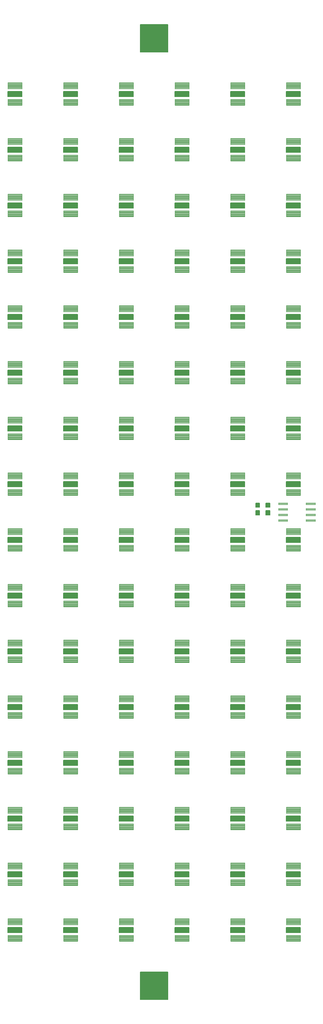
<source format=gtp>
G75*
G70*
%OFA0B0*%
%FSLAX24Y24*%
%IPPOS*%
%LPD*%
%AMOC8*
5,1,8,0,0,1.08239X$1,22.5*
%
%ADD10C,0.0047*%
%ADD11C,0.0051*%
%ADD12C,0.0050*%
%ADD13C,0.0049*%
D10*
X002378Y006640D02*
X002378Y007184D01*
X003630Y007184D01*
X003630Y006640D01*
X002378Y006640D01*
X002378Y006686D02*
X003630Y006686D01*
X003630Y006732D02*
X002378Y006732D01*
X002378Y006778D02*
X003630Y006778D01*
X003630Y006824D02*
X002378Y006824D01*
X002378Y006870D02*
X003630Y006870D01*
X003630Y006916D02*
X002378Y006916D01*
X002378Y006962D02*
X003630Y006962D01*
X003630Y007008D02*
X002378Y007008D01*
X002378Y007054D02*
X003630Y007054D01*
X003630Y007100D02*
X002378Y007100D01*
X002378Y007146D02*
X003630Y007146D01*
X002378Y008135D02*
X002378Y008679D01*
X003630Y008679D01*
X003630Y008135D01*
X002378Y008135D01*
X002378Y008181D02*
X003630Y008181D01*
X003630Y008227D02*
X002378Y008227D01*
X002378Y008273D02*
X003630Y008273D01*
X003630Y008319D02*
X002378Y008319D01*
X002378Y008365D02*
X003630Y008365D01*
X003630Y008411D02*
X002378Y008411D01*
X002378Y008457D02*
X003630Y008457D01*
X003630Y008503D02*
X002378Y008503D01*
X002378Y008549D02*
X003630Y008549D01*
X003630Y008595D02*
X002378Y008595D01*
X002378Y008641D02*
X003630Y008641D01*
X002378Y011640D02*
X002378Y012184D01*
X003630Y012184D01*
X003630Y011640D01*
X002378Y011640D01*
X002378Y011686D02*
X003630Y011686D01*
X003630Y011732D02*
X002378Y011732D01*
X002378Y011778D02*
X003630Y011778D01*
X003630Y011824D02*
X002378Y011824D01*
X002378Y011870D02*
X003630Y011870D01*
X003630Y011916D02*
X002378Y011916D01*
X002378Y011962D02*
X003630Y011962D01*
X003630Y012008D02*
X002378Y012008D01*
X002378Y012054D02*
X003630Y012054D01*
X003630Y012100D02*
X002378Y012100D01*
X002378Y012146D02*
X003630Y012146D01*
X002378Y013135D02*
X002378Y013679D01*
X003630Y013679D01*
X003630Y013135D01*
X002378Y013135D01*
X002378Y013181D02*
X003630Y013181D01*
X003630Y013227D02*
X002378Y013227D01*
X002378Y013273D02*
X003630Y013273D01*
X003630Y013319D02*
X002378Y013319D01*
X002378Y013365D02*
X003630Y013365D01*
X003630Y013411D02*
X002378Y013411D01*
X002378Y013457D02*
X003630Y013457D01*
X003630Y013503D02*
X002378Y013503D01*
X002378Y013549D02*
X003630Y013549D01*
X003630Y013595D02*
X002378Y013595D01*
X002378Y013641D02*
X003630Y013641D01*
X002378Y016640D02*
X002378Y017184D01*
X003630Y017184D01*
X003630Y016640D01*
X002378Y016640D01*
X002378Y016686D02*
X003630Y016686D01*
X003630Y016732D02*
X002378Y016732D01*
X002378Y016778D02*
X003630Y016778D01*
X003630Y016824D02*
X002378Y016824D01*
X002378Y016870D02*
X003630Y016870D01*
X003630Y016916D02*
X002378Y016916D01*
X002378Y016962D02*
X003630Y016962D01*
X003630Y017008D02*
X002378Y017008D01*
X002378Y017054D02*
X003630Y017054D01*
X003630Y017100D02*
X002378Y017100D01*
X002378Y017146D02*
X003630Y017146D01*
X002378Y018135D02*
X002378Y018679D01*
X003630Y018679D01*
X003630Y018135D01*
X002378Y018135D01*
X002378Y018181D02*
X003630Y018181D01*
X003630Y018227D02*
X002378Y018227D01*
X002378Y018273D02*
X003630Y018273D01*
X003630Y018319D02*
X002378Y018319D01*
X002378Y018365D02*
X003630Y018365D01*
X003630Y018411D02*
X002378Y018411D01*
X002378Y018457D02*
X003630Y018457D01*
X003630Y018503D02*
X002378Y018503D01*
X002378Y018549D02*
X003630Y018549D01*
X003630Y018595D02*
X002378Y018595D01*
X002378Y018641D02*
X003630Y018641D01*
X002378Y021640D02*
X002378Y022184D01*
X003630Y022184D01*
X003630Y021640D01*
X002378Y021640D01*
X002378Y021686D02*
X003630Y021686D01*
X003630Y021732D02*
X002378Y021732D01*
X002378Y021778D02*
X003630Y021778D01*
X003630Y021824D02*
X002378Y021824D01*
X002378Y021870D02*
X003630Y021870D01*
X003630Y021916D02*
X002378Y021916D01*
X002378Y021962D02*
X003630Y021962D01*
X003630Y022008D02*
X002378Y022008D01*
X002378Y022054D02*
X003630Y022054D01*
X003630Y022100D02*
X002378Y022100D01*
X002378Y022146D02*
X003630Y022146D01*
X002378Y023135D02*
X002378Y023679D01*
X003630Y023679D01*
X003630Y023135D01*
X002378Y023135D01*
X002378Y023181D02*
X003630Y023181D01*
X003630Y023227D02*
X002378Y023227D01*
X002378Y023273D02*
X003630Y023273D01*
X003630Y023319D02*
X002378Y023319D01*
X002378Y023365D02*
X003630Y023365D01*
X003630Y023411D02*
X002378Y023411D01*
X002378Y023457D02*
X003630Y023457D01*
X003630Y023503D02*
X002378Y023503D01*
X002378Y023549D02*
X003630Y023549D01*
X003630Y023595D02*
X002378Y023595D01*
X002378Y023641D02*
X003630Y023641D01*
X002378Y026640D02*
X002378Y027184D01*
X003630Y027184D01*
X003630Y026640D01*
X002378Y026640D01*
X002378Y026686D02*
X003630Y026686D01*
X003630Y026732D02*
X002378Y026732D01*
X002378Y026778D02*
X003630Y026778D01*
X003630Y026824D02*
X002378Y026824D01*
X002378Y026870D02*
X003630Y026870D01*
X003630Y026916D02*
X002378Y026916D01*
X002378Y026962D02*
X003630Y026962D01*
X003630Y027008D02*
X002378Y027008D01*
X002378Y027054D02*
X003630Y027054D01*
X003630Y027100D02*
X002378Y027100D01*
X002378Y027146D02*
X003630Y027146D01*
X002378Y028135D02*
X002378Y028679D01*
X003630Y028679D01*
X003630Y028135D01*
X002378Y028135D01*
X002378Y028181D02*
X003630Y028181D01*
X003630Y028227D02*
X002378Y028227D01*
X002378Y028273D02*
X003630Y028273D01*
X003630Y028319D02*
X002378Y028319D01*
X002378Y028365D02*
X003630Y028365D01*
X003630Y028411D02*
X002378Y028411D01*
X002378Y028457D02*
X003630Y028457D01*
X003630Y028503D02*
X002378Y028503D01*
X002378Y028549D02*
X003630Y028549D01*
X003630Y028595D02*
X002378Y028595D01*
X002378Y028641D02*
X003630Y028641D01*
X002378Y031640D02*
X002378Y032184D01*
X003630Y032184D01*
X003630Y031640D01*
X002378Y031640D01*
X002378Y031686D02*
X003630Y031686D01*
X003630Y031732D02*
X002378Y031732D01*
X002378Y031778D02*
X003630Y031778D01*
X003630Y031824D02*
X002378Y031824D01*
X002378Y031870D02*
X003630Y031870D01*
X003630Y031916D02*
X002378Y031916D01*
X002378Y031962D02*
X003630Y031962D01*
X003630Y032008D02*
X002378Y032008D01*
X002378Y032054D02*
X003630Y032054D01*
X003630Y032100D02*
X002378Y032100D01*
X002378Y032146D02*
X003630Y032146D01*
X002378Y033135D02*
X002378Y033679D01*
X003630Y033679D01*
X003630Y033135D01*
X002378Y033135D01*
X002378Y033181D02*
X003630Y033181D01*
X003630Y033227D02*
X002378Y033227D01*
X002378Y033273D02*
X003630Y033273D01*
X003630Y033319D02*
X002378Y033319D01*
X002378Y033365D02*
X003630Y033365D01*
X003630Y033411D02*
X002378Y033411D01*
X002378Y033457D02*
X003630Y033457D01*
X003630Y033503D02*
X002378Y033503D01*
X002378Y033549D02*
X003630Y033549D01*
X003630Y033595D02*
X002378Y033595D01*
X002378Y033641D02*
X003630Y033641D01*
X002378Y036640D02*
X002378Y037184D01*
X003630Y037184D01*
X003630Y036640D01*
X002378Y036640D01*
X002378Y036686D02*
X003630Y036686D01*
X003630Y036732D02*
X002378Y036732D01*
X002378Y036778D02*
X003630Y036778D01*
X003630Y036824D02*
X002378Y036824D01*
X002378Y036870D02*
X003630Y036870D01*
X003630Y036916D02*
X002378Y036916D01*
X002378Y036962D02*
X003630Y036962D01*
X003630Y037008D02*
X002378Y037008D01*
X002378Y037054D02*
X003630Y037054D01*
X003630Y037100D02*
X002378Y037100D01*
X002378Y037146D02*
X003630Y037146D01*
X002378Y038135D02*
X002378Y038679D01*
X003630Y038679D01*
X003630Y038135D01*
X002378Y038135D01*
X002378Y038181D02*
X003630Y038181D01*
X003630Y038227D02*
X002378Y038227D01*
X002378Y038273D02*
X003630Y038273D01*
X003630Y038319D02*
X002378Y038319D01*
X002378Y038365D02*
X003630Y038365D01*
X003630Y038411D02*
X002378Y038411D01*
X002378Y038457D02*
X003630Y038457D01*
X003630Y038503D02*
X002378Y038503D01*
X002378Y038549D02*
X003630Y038549D01*
X003630Y038595D02*
X002378Y038595D01*
X002378Y038641D02*
X003630Y038641D01*
X002378Y041640D02*
X002378Y042184D01*
X003630Y042184D01*
X003630Y041640D01*
X002378Y041640D01*
X002378Y041686D02*
X003630Y041686D01*
X003630Y041732D02*
X002378Y041732D01*
X002378Y041778D02*
X003630Y041778D01*
X003630Y041824D02*
X002378Y041824D01*
X002378Y041870D02*
X003630Y041870D01*
X003630Y041916D02*
X002378Y041916D01*
X002378Y041962D02*
X003630Y041962D01*
X003630Y042008D02*
X002378Y042008D01*
X002378Y042054D02*
X003630Y042054D01*
X003630Y042100D02*
X002378Y042100D01*
X002378Y042146D02*
X003630Y042146D01*
X002378Y043135D02*
X002378Y043679D01*
X003630Y043679D01*
X003630Y043135D01*
X002378Y043135D01*
X002378Y043181D02*
X003630Y043181D01*
X003630Y043227D02*
X002378Y043227D01*
X002378Y043273D02*
X003630Y043273D01*
X003630Y043319D02*
X002378Y043319D01*
X002378Y043365D02*
X003630Y043365D01*
X003630Y043411D02*
X002378Y043411D01*
X002378Y043457D02*
X003630Y043457D01*
X003630Y043503D02*
X002378Y043503D01*
X002378Y043549D02*
X003630Y043549D01*
X003630Y043595D02*
X002378Y043595D01*
X002378Y043641D02*
X003630Y043641D01*
X003630Y046640D02*
X003630Y047184D01*
X003630Y046640D02*
X002378Y046640D01*
X002378Y047184D01*
X003630Y047184D01*
X003630Y046686D02*
X002378Y046686D01*
X002378Y046732D02*
X003630Y046732D01*
X003630Y046778D02*
X002378Y046778D01*
X002378Y046824D02*
X003630Y046824D01*
X003630Y046870D02*
X002378Y046870D01*
X002378Y046916D02*
X003630Y046916D01*
X003630Y046962D02*
X002378Y046962D01*
X002378Y047008D02*
X003630Y047008D01*
X003630Y047054D02*
X002378Y047054D01*
X002378Y047100D02*
X003630Y047100D01*
X003630Y047146D02*
X002378Y047146D01*
X003630Y048135D02*
X003630Y048679D01*
X003630Y048135D02*
X002378Y048135D01*
X002378Y048679D01*
X003630Y048679D01*
X003630Y048181D02*
X002378Y048181D01*
X002378Y048227D02*
X003630Y048227D01*
X003630Y048273D02*
X002378Y048273D01*
X002378Y048319D02*
X003630Y048319D01*
X003630Y048365D02*
X002378Y048365D01*
X002378Y048411D02*
X003630Y048411D01*
X003630Y048457D02*
X002378Y048457D01*
X002378Y048503D02*
X003630Y048503D01*
X003630Y048549D02*
X002378Y048549D01*
X002378Y048595D02*
X003630Y048595D01*
X003630Y048641D02*
X002378Y048641D01*
X003630Y051640D02*
X003630Y052184D01*
X003630Y051640D02*
X002378Y051640D01*
X002378Y052184D01*
X003630Y052184D01*
X003630Y051686D02*
X002378Y051686D01*
X002378Y051732D02*
X003630Y051732D01*
X003630Y051778D02*
X002378Y051778D01*
X002378Y051824D02*
X003630Y051824D01*
X003630Y051870D02*
X002378Y051870D01*
X002378Y051916D02*
X003630Y051916D01*
X003630Y051962D02*
X002378Y051962D01*
X002378Y052008D02*
X003630Y052008D01*
X003630Y052054D02*
X002378Y052054D01*
X002378Y052100D02*
X003630Y052100D01*
X003630Y052146D02*
X002378Y052146D01*
X003630Y053135D02*
X003630Y053679D01*
X003630Y053135D02*
X002378Y053135D01*
X002378Y053679D01*
X003630Y053679D01*
X003630Y053181D02*
X002378Y053181D01*
X002378Y053227D02*
X003630Y053227D01*
X003630Y053273D02*
X002378Y053273D01*
X002378Y053319D02*
X003630Y053319D01*
X003630Y053365D02*
X002378Y053365D01*
X002378Y053411D02*
X003630Y053411D01*
X003630Y053457D02*
X002378Y053457D01*
X002378Y053503D02*
X003630Y053503D01*
X003630Y053549D02*
X002378Y053549D01*
X002378Y053595D02*
X003630Y053595D01*
X003630Y053641D02*
X002378Y053641D01*
X003630Y056640D02*
X003630Y057184D01*
X003630Y056640D02*
X002378Y056640D01*
X002378Y057184D01*
X003630Y057184D01*
X003630Y056686D02*
X002378Y056686D01*
X002378Y056732D02*
X003630Y056732D01*
X003630Y056778D02*
X002378Y056778D01*
X002378Y056824D02*
X003630Y056824D01*
X003630Y056870D02*
X002378Y056870D01*
X002378Y056916D02*
X003630Y056916D01*
X003630Y056962D02*
X002378Y056962D01*
X002378Y057008D02*
X003630Y057008D01*
X003630Y057054D02*
X002378Y057054D01*
X002378Y057100D02*
X003630Y057100D01*
X003630Y057146D02*
X002378Y057146D01*
X003630Y058135D02*
X003630Y058679D01*
X003630Y058135D02*
X002378Y058135D01*
X002378Y058679D01*
X003630Y058679D01*
X003630Y058181D02*
X002378Y058181D01*
X002378Y058227D02*
X003630Y058227D01*
X003630Y058273D02*
X002378Y058273D01*
X002378Y058319D02*
X003630Y058319D01*
X003630Y058365D02*
X002378Y058365D01*
X002378Y058411D02*
X003630Y058411D01*
X003630Y058457D02*
X002378Y058457D01*
X002378Y058503D02*
X003630Y058503D01*
X003630Y058549D02*
X002378Y058549D01*
X002378Y058595D02*
X003630Y058595D01*
X003630Y058641D02*
X002378Y058641D01*
X003630Y061640D02*
X003630Y062184D01*
X003630Y061640D02*
X002378Y061640D01*
X002378Y062184D01*
X003630Y062184D01*
X003630Y061686D02*
X002378Y061686D01*
X002378Y061732D02*
X003630Y061732D01*
X003630Y061778D02*
X002378Y061778D01*
X002378Y061824D02*
X003630Y061824D01*
X003630Y061870D02*
X002378Y061870D01*
X002378Y061916D02*
X003630Y061916D01*
X003630Y061962D02*
X002378Y061962D01*
X002378Y062008D02*
X003630Y062008D01*
X003630Y062054D02*
X002378Y062054D01*
X002378Y062100D02*
X003630Y062100D01*
X003630Y062146D02*
X002378Y062146D01*
X003630Y063135D02*
X003630Y063679D01*
X003630Y063135D02*
X002378Y063135D01*
X002378Y063679D01*
X003630Y063679D01*
X003630Y063181D02*
X002378Y063181D01*
X002378Y063227D02*
X003630Y063227D01*
X003630Y063273D02*
X002378Y063273D01*
X002378Y063319D02*
X003630Y063319D01*
X003630Y063365D02*
X002378Y063365D01*
X002378Y063411D02*
X003630Y063411D01*
X003630Y063457D02*
X002378Y063457D01*
X002378Y063503D02*
X003630Y063503D01*
X003630Y063549D02*
X002378Y063549D01*
X002378Y063595D02*
X003630Y063595D01*
X003630Y063641D02*
X002378Y063641D01*
X003630Y066640D02*
X003630Y067184D01*
X003630Y066640D02*
X002378Y066640D01*
X002378Y067184D01*
X003630Y067184D01*
X003630Y066686D02*
X002378Y066686D01*
X002378Y066732D02*
X003630Y066732D01*
X003630Y066778D02*
X002378Y066778D01*
X002378Y066824D02*
X003630Y066824D01*
X003630Y066870D02*
X002378Y066870D01*
X002378Y066916D02*
X003630Y066916D01*
X003630Y066962D02*
X002378Y066962D01*
X002378Y067008D02*
X003630Y067008D01*
X003630Y067054D02*
X002378Y067054D01*
X002378Y067100D02*
X003630Y067100D01*
X003630Y067146D02*
X002378Y067146D01*
X003630Y068135D02*
X003630Y068679D01*
X003630Y068135D02*
X002378Y068135D01*
X002378Y068679D01*
X003630Y068679D01*
X003630Y068181D02*
X002378Y068181D01*
X002378Y068227D02*
X003630Y068227D01*
X003630Y068273D02*
X002378Y068273D01*
X002378Y068319D02*
X003630Y068319D01*
X003630Y068365D02*
X002378Y068365D01*
X002378Y068411D02*
X003630Y068411D01*
X003630Y068457D02*
X002378Y068457D01*
X002378Y068503D02*
X003630Y068503D01*
X003630Y068549D02*
X002378Y068549D01*
X002378Y068595D02*
X003630Y068595D01*
X003630Y068641D02*
X002378Y068641D01*
X003630Y071640D02*
X003630Y072184D01*
X003630Y071640D02*
X002378Y071640D01*
X002378Y072184D01*
X003630Y072184D01*
X003630Y071686D02*
X002378Y071686D01*
X002378Y071732D02*
X003630Y071732D01*
X003630Y071778D02*
X002378Y071778D01*
X002378Y071824D02*
X003630Y071824D01*
X003630Y071870D02*
X002378Y071870D01*
X002378Y071916D02*
X003630Y071916D01*
X003630Y071962D02*
X002378Y071962D01*
X002378Y072008D02*
X003630Y072008D01*
X003630Y072054D02*
X002378Y072054D01*
X002378Y072100D02*
X003630Y072100D01*
X003630Y072146D02*
X002378Y072146D01*
X003630Y073135D02*
X003630Y073679D01*
X003630Y073135D02*
X002378Y073135D01*
X002378Y073679D01*
X003630Y073679D01*
X003630Y073181D02*
X002378Y073181D01*
X002378Y073227D02*
X003630Y073227D01*
X003630Y073273D02*
X002378Y073273D01*
X002378Y073319D02*
X003630Y073319D01*
X003630Y073365D02*
X002378Y073365D01*
X002378Y073411D02*
X003630Y073411D01*
X003630Y073457D02*
X002378Y073457D01*
X002378Y073503D02*
X003630Y073503D01*
X003630Y073549D02*
X002378Y073549D01*
X002378Y073595D02*
X003630Y073595D01*
X003630Y073641D02*
X002378Y073641D01*
X003630Y076640D02*
X003630Y077184D01*
X003630Y076640D02*
X002378Y076640D01*
X002378Y077184D01*
X003630Y077184D01*
X003630Y076686D02*
X002378Y076686D01*
X002378Y076732D02*
X003630Y076732D01*
X003630Y076778D02*
X002378Y076778D01*
X002378Y076824D02*
X003630Y076824D01*
X003630Y076870D02*
X002378Y076870D01*
X002378Y076916D02*
X003630Y076916D01*
X003630Y076962D02*
X002378Y076962D01*
X002378Y077008D02*
X003630Y077008D01*
X003630Y077054D02*
X002378Y077054D01*
X002378Y077100D02*
X003630Y077100D01*
X003630Y077146D02*
X002378Y077146D01*
X003630Y078135D02*
X003630Y078679D01*
X003630Y078135D02*
X002378Y078135D01*
X002378Y078679D01*
X003630Y078679D01*
X003630Y078181D02*
X002378Y078181D01*
X002378Y078227D02*
X003630Y078227D01*
X003630Y078273D02*
X002378Y078273D01*
X002378Y078319D02*
X003630Y078319D01*
X003630Y078365D02*
X002378Y078365D01*
X002378Y078411D02*
X003630Y078411D01*
X003630Y078457D02*
X002378Y078457D01*
X002378Y078503D02*
X003630Y078503D01*
X003630Y078549D02*
X002378Y078549D01*
X002378Y078595D02*
X003630Y078595D01*
X003630Y078641D02*
X002378Y078641D01*
X003630Y081640D02*
X003630Y082184D01*
X003630Y081640D02*
X002378Y081640D01*
X002378Y082184D01*
X003630Y082184D01*
X003630Y081686D02*
X002378Y081686D01*
X002378Y081732D02*
X003630Y081732D01*
X003630Y081778D02*
X002378Y081778D01*
X002378Y081824D02*
X003630Y081824D01*
X003630Y081870D02*
X002378Y081870D01*
X002378Y081916D02*
X003630Y081916D01*
X003630Y081962D02*
X002378Y081962D01*
X002378Y082008D02*
X003630Y082008D01*
X003630Y082054D02*
X002378Y082054D01*
X002378Y082100D02*
X003630Y082100D01*
X003630Y082146D02*
X002378Y082146D01*
X003630Y083135D02*
X003630Y083679D01*
X003630Y083135D02*
X002378Y083135D01*
X002378Y083679D01*
X003630Y083679D01*
X003630Y083181D02*
X002378Y083181D01*
X002378Y083227D02*
X003630Y083227D01*
X003630Y083273D02*
X002378Y083273D01*
X002378Y083319D02*
X003630Y083319D01*
X003630Y083365D02*
X002378Y083365D01*
X002378Y083411D02*
X003630Y083411D01*
X003630Y083457D02*
X002378Y083457D01*
X002378Y083503D02*
X003630Y083503D01*
X003630Y083549D02*
X002378Y083549D01*
X002378Y083595D02*
X003630Y083595D01*
X003630Y083641D02*
X002378Y083641D01*
X008630Y083679D02*
X008630Y083135D01*
X007378Y083135D01*
X007378Y083679D01*
X008630Y083679D01*
X008630Y083181D02*
X007378Y083181D01*
X007378Y083227D02*
X008630Y083227D01*
X008630Y083273D02*
X007378Y083273D01*
X007378Y083319D02*
X008630Y083319D01*
X008630Y083365D02*
X007378Y083365D01*
X007378Y083411D02*
X008630Y083411D01*
X008630Y083457D02*
X007378Y083457D01*
X007378Y083503D02*
X008630Y083503D01*
X008630Y083549D02*
X007378Y083549D01*
X007378Y083595D02*
X008630Y083595D01*
X008630Y083641D02*
X007378Y083641D01*
X008630Y082184D02*
X008630Y081640D01*
X007378Y081640D01*
X007378Y082184D01*
X008630Y082184D01*
X008630Y081686D02*
X007378Y081686D01*
X007378Y081732D02*
X008630Y081732D01*
X008630Y081778D02*
X007378Y081778D01*
X007378Y081824D02*
X008630Y081824D01*
X008630Y081870D02*
X007378Y081870D01*
X007378Y081916D02*
X008630Y081916D01*
X008630Y081962D02*
X007378Y081962D01*
X007378Y082008D02*
X008630Y082008D01*
X008630Y082054D02*
X007378Y082054D01*
X007378Y082100D02*
X008630Y082100D01*
X008630Y082146D02*
X007378Y082146D01*
X008630Y078679D02*
X008630Y078135D01*
X007378Y078135D01*
X007378Y078679D01*
X008630Y078679D01*
X008630Y078181D02*
X007378Y078181D01*
X007378Y078227D02*
X008630Y078227D01*
X008630Y078273D02*
X007378Y078273D01*
X007378Y078319D02*
X008630Y078319D01*
X008630Y078365D02*
X007378Y078365D01*
X007378Y078411D02*
X008630Y078411D01*
X008630Y078457D02*
X007378Y078457D01*
X007378Y078503D02*
X008630Y078503D01*
X008630Y078549D02*
X007378Y078549D01*
X007378Y078595D02*
X008630Y078595D01*
X008630Y078641D02*
X007378Y078641D01*
X008630Y077184D02*
X008630Y076640D01*
X007378Y076640D01*
X007378Y077184D01*
X008630Y077184D01*
X008630Y076686D02*
X007378Y076686D01*
X007378Y076732D02*
X008630Y076732D01*
X008630Y076778D02*
X007378Y076778D01*
X007378Y076824D02*
X008630Y076824D01*
X008630Y076870D02*
X007378Y076870D01*
X007378Y076916D02*
X008630Y076916D01*
X008630Y076962D02*
X007378Y076962D01*
X007378Y077008D02*
X008630Y077008D01*
X008630Y077054D02*
X007378Y077054D01*
X007378Y077100D02*
X008630Y077100D01*
X008630Y077146D02*
X007378Y077146D01*
X008630Y073679D02*
X008630Y073135D01*
X007378Y073135D01*
X007378Y073679D01*
X008630Y073679D01*
X008630Y073181D02*
X007378Y073181D01*
X007378Y073227D02*
X008630Y073227D01*
X008630Y073273D02*
X007378Y073273D01*
X007378Y073319D02*
X008630Y073319D01*
X008630Y073365D02*
X007378Y073365D01*
X007378Y073411D02*
X008630Y073411D01*
X008630Y073457D02*
X007378Y073457D01*
X007378Y073503D02*
X008630Y073503D01*
X008630Y073549D02*
X007378Y073549D01*
X007378Y073595D02*
X008630Y073595D01*
X008630Y073641D02*
X007378Y073641D01*
X008630Y072184D02*
X008630Y071640D01*
X007378Y071640D01*
X007378Y072184D01*
X008630Y072184D01*
X008630Y071686D02*
X007378Y071686D01*
X007378Y071732D02*
X008630Y071732D01*
X008630Y071778D02*
X007378Y071778D01*
X007378Y071824D02*
X008630Y071824D01*
X008630Y071870D02*
X007378Y071870D01*
X007378Y071916D02*
X008630Y071916D01*
X008630Y071962D02*
X007378Y071962D01*
X007378Y072008D02*
X008630Y072008D01*
X008630Y072054D02*
X007378Y072054D01*
X007378Y072100D02*
X008630Y072100D01*
X008630Y072146D02*
X007378Y072146D01*
X008630Y068679D02*
X008630Y068135D01*
X007378Y068135D01*
X007378Y068679D01*
X008630Y068679D01*
X008630Y068181D02*
X007378Y068181D01*
X007378Y068227D02*
X008630Y068227D01*
X008630Y068273D02*
X007378Y068273D01*
X007378Y068319D02*
X008630Y068319D01*
X008630Y068365D02*
X007378Y068365D01*
X007378Y068411D02*
X008630Y068411D01*
X008630Y068457D02*
X007378Y068457D01*
X007378Y068503D02*
X008630Y068503D01*
X008630Y068549D02*
X007378Y068549D01*
X007378Y068595D02*
X008630Y068595D01*
X008630Y068641D02*
X007378Y068641D01*
X008630Y067184D02*
X008630Y066640D01*
X007378Y066640D01*
X007378Y067184D01*
X008630Y067184D01*
X008630Y066686D02*
X007378Y066686D01*
X007378Y066732D02*
X008630Y066732D01*
X008630Y066778D02*
X007378Y066778D01*
X007378Y066824D02*
X008630Y066824D01*
X008630Y066870D02*
X007378Y066870D01*
X007378Y066916D02*
X008630Y066916D01*
X008630Y066962D02*
X007378Y066962D01*
X007378Y067008D02*
X008630Y067008D01*
X008630Y067054D02*
X007378Y067054D01*
X007378Y067100D02*
X008630Y067100D01*
X008630Y067146D02*
X007378Y067146D01*
X008630Y063679D02*
X008630Y063135D01*
X007378Y063135D01*
X007378Y063679D01*
X008630Y063679D01*
X008630Y063181D02*
X007378Y063181D01*
X007378Y063227D02*
X008630Y063227D01*
X008630Y063273D02*
X007378Y063273D01*
X007378Y063319D02*
X008630Y063319D01*
X008630Y063365D02*
X007378Y063365D01*
X007378Y063411D02*
X008630Y063411D01*
X008630Y063457D02*
X007378Y063457D01*
X007378Y063503D02*
X008630Y063503D01*
X008630Y063549D02*
X007378Y063549D01*
X007378Y063595D02*
X008630Y063595D01*
X008630Y063641D02*
X007378Y063641D01*
X008630Y062184D02*
X008630Y061640D01*
X007378Y061640D01*
X007378Y062184D01*
X008630Y062184D01*
X008630Y061686D02*
X007378Y061686D01*
X007378Y061732D02*
X008630Y061732D01*
X008630Y061778D02*
X007378Y061778D01*
X007378Y061824D02*
X008630Y061824D01*
X008630Y061870D02*
X007378Y061870D01*
X007378Y061916D02*
X008630Y061916D01*
X008630Y061962D02*
X007378Y061962D01*
X007378Y062008D02*
X008630Y062008D01*
X008630Y062054D02*
X007378Y062054D01*
X007378Y062100D02*
X008630Y062100D01*
X008630Y062146D02*
X007378Y062146D01*
X008630Y058679D02*
X008630Y058135D01*
X007378Y058135D01*
X007378Y058679D01*
X008630Y058679D01*
X008630Y058181D02*
X007378Y058181D01*
X007378Y058227D02*
X008630Y058227D01*
X008630Y058273D02*
X007378Y058273D01*
X007378Y058319D02*
X008630Y058319D01*
X008630Y058365D02*
X007378Y058365D01*
X007378Y058411D02*
X008630Y058411D01*
X008630Y058457D02*
X007378Y058457D01*
X007378Y058503D02*
X008630Y058503D01*
X008630Y058549D02*
X007378Y058549D01*
X007378Y058595D02*
X008630Y058595D01*
X008630Y058641D02*
X007378Y058641D01*
X008630Y057184D02*
X008630Y056640D01*
X007378Y056640D01*
X007378Y057184D01*
X008630Y057184D01*
X008630Y056686D02*
X007378Y056686D01*
X007378Y056732D02*
X008630Y056732D01*
X008630Y056778D02*
X007378Y056778D01*
X007378Y056824D02*
X008630Y056824D01*
X008630Y056870D02*
X007378Y056870D01*
X007378Y056916D02*
X008630Y056916D01*
X008630Y056962D02*
X007378Y056962D01*
X007378Y057008D02*
X008630Y057008D01*
X008630Y057054D02*
X007378Y057054D01*
X007378Y057100D02*
X008630Y057100D01*
X008630Y057146D02*
X007378Y057146D01*
X008630Y053679D02*
X008630Y053135D01*
X007378Y053135D01*
X007378Y053679D01*
X008630Y053679D01*
X008630Y053181D02*
X007378Y053181D01*
X007378Y053227D02*
X008630Y053227D01*
X008630Y053273D02*
X007378Y053273D01*
X007378Y053319D02*
X008630Y053319D01*
X008630Y053365D02*
X007378Y053365D01*
X007378Y053411D02*
X008630Y053411D01*
X008630Y053457D02*
X007378Y053457D01*
X007378Y053503D02*
X008630Y053503D01*
X008630Y053549D02*
X007378Y053549D01*
X007378Y053595D02*
X008630Y053595D01*
X008630Y053641D02*
X007378Y053641D01*
X008630Y052184D02*
X008630Y051640D01*
X007378Y051640D01*
X007378Y052184D01*
X008630Y052184D01*
X008630Y051686D02*
X007378Y051686D01*
X007378Y051732D02*
X008630Y051732D01*
X008630Y051778D02*
X007378Y051778D01*
X007378Y051824D02*
X008630Y051824D01*
X008630Y051870D02*
X007378Y051870D01*
X007378Y051916D02*
X008630Y051916D01*
X008630Y051962D02*
X007378Y051962D01*
X007378Y052008D02*
X008630Y052008D01*
X008630Y052054D02*
X007378Y052054D01*
X007378Y052100D02*
X008630Y052100D01*
X008630Y052146D02*
X007378Y052146D01*
X008630Y048679D02*
X008630Y048135D01*
X007378Y048135D01*
X007378Y048679D01*
X008630Y048679D01*
X008630Y048181D02*
X007378Y048181D01*
X007378Y048227D02*
X008630Y048227D01*
X008630Y048273D02*
X007378Y048273D01*
X007378Y048319D02*
X008630Y048319D01*
X008630Y048365D02*
X007378Y048365D01*
X007378Y048411D02*
X008630Y048411D01*
X008630Y048457D02*
X007378Y048457D01*
X007378Y048503D02*
X008630Y048503D01*
X008630Y048549D02*
X007378Y048549D01*
X007378Y048595D02*
X008630Y048595D01*
X008630Y048641D02*
X007378Y048641D01*
X008630Y047184D02*
X008630Y046640D01*
X007378Y046640D01*
X007378Y047184D01*
X008630Y047184D01*
X008630Y046686D02*
X007378Y046686D01*
X007378Y046732D02*
X008630Y046732D01*
X008630Y046778D02*
X007378Y046778D01*
X007378Y046824D02*
X008630Y046824D01*
X008630Y046870D02*
X007378Y046870D01*
X007378Y046916D02*
X008630Y046916D01*
X008630Y046962D02*
X007378Y046962D01*
X007378Y047008D02*
X008630Y047008D01*
X008630Y047054D02*
X007378Y047054D01*
X007378Y047100D02*
X008630Y047100D01*
X008630Y047146D02*
X007378Y047146D01*
X007378Y043679D02*
X007378Y043135D01*
X007378Y043679D02*
X008630Y043679D01*
X008630Y043135D01*
X007378Y043135D01*
X007378Y043181D02*
X008630Y043181D01*
X008630Y043227D02*
X007378Y043227D01*
X007378Y043273D02*
X008630Y043273D01*
X008630Y043319D02*
X007378Y043319D01*
X007378Y043365D02*
X008630Y043365D01*
X008630Y043411D02*
X007378Y043411D01*
X007378Y043457D02*
X008630Y043457D01*
X008630Y043503D02*
X007378Y043503D01*
X007378Y043549D02*
X008630Y043549D01*
X008630Y043595D02*
X007378Y043595D01*
X007378Y043641D02*
X008630Y043641D01*
X007378Y042184D02*
X007378Y041640D01*
X007378Y042184D02*
X008630Y042184D01*
X008630Y041640D01*
X007378Y041640D01*
X007378Y041686D02*
X008630Y041686D01*
X008630Y041732D02*
X007378Y041732D01*
X007378Y041778D02*
X008630Y041778D01*
X008630Y041824D02*
X007378Y041824D01*
X007378Y041870D02*
X008630Y041870D01*
X008630Y041916D02*
X007378Y041916D01*
X007378Y041962D02*
X008630Y041962D01*
X008630Y042008D02*
X007378Y042008D01*
X007378Y042054D02*
X008630Y042054D01*
X008630Y042100D02*
X007378Y042100D01*
X007378Y042146D02*
X008630Y042146D01*
X007378Y038679D02*
X007378Y038135D01*
X007378Y038679D02*
X008630Y038679D01*
X008630Y038135D01*
X007378Y038135D01*
X007378Y038181D02*
X008630Y038181D01*
X008630Y038227D02*
X007378Y038227D01*
X007378Y038273D02*
X008630Y038273D01*
X008630Y038319D02*
X007378Y038319D01*
X007378Y038365D02*
X008630Y038365D01*
X008630Y038411D02*
X007378Y038411D01*
X007378Y038457D02*
X008630Y038457D01*
X008630Y038503D02*
X007378Y038503D01*
X007378Y038549D02*
X008630Y038549D01*
X008630Y038595D02*
X007378Y038595D01*
X007378Y038641D02*
X008630Y038641D01*
X007378Y037184D02*
X007378Y036640D01*
X007378Y037184D02*
X008630Y037184D01*
X008630Y036640D01*
X007378Y036640D01*
X007378Y036686D02*
X008630Y036686D01*
X008630Y036732D02*
X007378Y036732D01*
X007378Y036778D02*
X008630Y036778D01*
X008630Y036824D02*
X007378Y036824D01*
X007378Y036870D02*
X008630Y036870D01*
X008630Y036916D02*
X007378Y036916D01*
X007378Y036962D02*
X008630Y036962D01*
X008630Y037008D02*
X007378Y037008D01*
X007378Y037054D02*
X008630Y037054D01*
X008630Y037100D02*
X007378Y037100D01*
X007378Y037146D02*
X008630Y037146D01*
X007378Y033679D02*
X007378Y033135D01*
X007378Y033679D02*
X008630Y033679D01*
X008630Y033135D01*
X007378Y033135D01*
X007378Y033181D02*
X008630Y033181D01*
X008630Y033227D02*
X007378Y033227D01*
X007378Y033273D02*
X008630Y033273D01*
X008630Y033319D02*
X007378Y033319D01*
X007378Y033365D02*
X008630Y033365D01*
X008630Y033411D02*
X007378Y033411D01*
X007378Y033457D02*
X008630Y033457D01*
X008630Y033503D02*
X007378Y033503D01*
X007378Y033549D02*
X008630Y033549D01*
X008630Y033595D02*
X007378Y033595D01*
X007378Y033641D02*
X008630Y033641D01*
X007378Y032184D02*
X007378Y031640D01*
X007378Y032184D02*
X008630Y032184D01*
X008630Y031640D01*
X007378Y031640D01*
X007378Y031686D02*
X008630Y031686D01*
X008630Y031732D02*
X007378Y031732D01*
X007378Y031778D02*
X008630Y031778D01*
X008630Y031824D02*
X007378Y031824D01*
X007378Y031870D02*
X008630Y031870D01*
X008630Y031916D02*
X007378Y031916D01*
X007378Y031962D02*
X008630Y031962D01*
X008630Y032008D02*
X007378Y032008D01*
X007378Y032054D02*
X008630Y032054D01*
X008630Y032100D02*
X007378Y032100D01*
X007378Y032146D02*
X008630Y032146D01*
X007378Y028679D02*
X007378Y028135D01*
X007378Y028679D02*
X008630Y028679D01*
X008630Y028135D01*
X007378Y028135D01*
X007378Y028181D02*
X008630Y028181D01*
X008630Y028227D02*
X007378Y028227D01*
X007378Y028273D02*
X008630Y028273D01*
X008630Y028319D02*
X007378Y028319D01*
X007378Y028365D02*
X008630Y028365D01*
X008630Y028411D02*
X007378Y028411D01*
X007378Y028457D02*
X008630Y028457D01*
X008630Y028503D02*
X007378Y028503D01*
X007378Y028549D02*
X008630Y028549D01*
X008630Y028595D02*
X007378Y028595D01*
X007378Y028641D02*
X008630Y028641D01*
X007378Y027184D02*
X007378Y026640D01*
X007378Y027184D02*
X008630Y027184D01*
X008630Y026640D01*
X007378Y026640D01*
X007378Y026686D02*
X008630Y026686D01*
X008630Y026732D02*
X007378Y026732D01*
X007378Y026778D02*
X008630Y026778D01*
X008630Y026824D02*
X007378Y026824D01*
X007378Y026870D02*
X008630Y026870D01*
X008630Y026916D02*
X007378Y026916D01*
X007378Y026962D02*
X008630Y026962D01*
X008630Y027008D02*
X007378Y027008D01*
X007378Y027054D02*
X008630Y027054D01*
X008630Y027100D02*
X007378Y027100D01*
X007378Y027146D02*
X008630Y027146D01*
X007378Y023679D02*
X007378Y023135D01*
X007378Y023679D02*
X008630Y023679D01*
X008630Y023135D01*
X007378Y023135D01*
X007378Y023181D02*
X008630Y023181D01*
X008630Y023227D02*
X007378Y023227D01*
X007378Y023273D02*
X008630Y023273D01*
X008630Y023319D02*
X007378Y023319D01*
X007378Y023365D02*
X008630Y023365D01*
X008630Y023411D02*
X007378Y023411D01*
X007378Y023457D02*
X008630Y023457D01*
X008630Y023503D02*
X007378Y023503D01*
X007378Y023549D02*
X008630Y023549D01*
X008630Y023595D02*
X007378Y023595D01*
X007378Y023641D02*
X008630Y023641D01*
X007378Y022184D02*
X007378Y021640D01*
X007378Y022184D02*
X008630Y022184D01*
X008630Y021640D01*
X007378Y021640D01*
X007378Y021686D02*
X008630Y021686D01*
X008630Y021732D02*
X007378Y021732D01*
X007378Y021778D02*
X008630Y021778D01*
X008630Y021824D02*
X007378Y021824D01*
X007378Y021870D02*
X008630Y021870D01*
X008630Y021916D02*
X007378Y021916D01*
X007378Y021962D02*
X008630Y021962D01*
X008630Y022008D02*
X007378Y022008D01*
X007378Y022054D02*
X008630Y022054D01*
X008630Y022100D02*
X007378Y022100D01*
X007378Y022146D02*
X008630Y022146D01*
X007378Y018679D02*
X007378Y018135D01*
X007378Y018679D02*
X008630Y018679D01*
X008630Y018135D01*
X007378Y018135D01*
X007378Y018181D02*
X008630Y018181D01*
X008630Y018227D02*
X007378Y018227D01*
X007378Y018273D02*
X008630Y018273D01*
X008630Y018319D02*
X007378Y018319D01*
X007378Y018365D02*
X008630Y018365D01*
X008630Y018411D02*
X007378Y018411D01*
X007378Y018457D02*
X008630Y018457D01*
X008630Y018503D02*
X007378Y018503D01*
X007378Y018549D02*
X008630Y018549D01*
X008630Y018595D02*
X007378Y018595D01*
X007378Y018641D02*
X008630Y018641D01*
X007378Y017184D02*
X007378Y016640D01*
X007378Y017184D02*
X008630Y017184D01*
X008630Y016640D01*
X007378Y016640D01*
X007378Y016686D02*
X008630Y016686D01*
X008630Y016732D02*
X007378Y016732D01*
X007378Y016778D02*
X008630Y016778D01*
X008630Y016824D02*
X007378Y016824D01*
X007378Y016870D02*
X008630Y016870D01*
X008630Y016916D02*
X007378Y016916D01*
X007378Y016962D02*
X008630Y016962D01*
X008630Y017008D02*
X007378Y017008D01*
X007378Y017054D02*
X008630Y017054D01*
X008630Y017100D02*
X007378Y017100D01*
X007378Y017146D02*
X008630Y017146D01*
X007378Y013679D02*
X007378Y013135D01*
X007378Y013679D02*
X008630Y013679D01*
X008630Y013135D01*
X007378Y013135D01*
X007378Y013181D02*
X008630Y013181D01*
X008630Y013227D02*
X007378Y013227D01*
X007378Y013273D02*
X008630Y013273D01*
X008630Y013319D02*
X007378Y013319D01*
X007378Y013365D02*
X008630Y013365D01*
X008630Y013411D02*
X007378Y013411D01*
X007378Y013457D02*
X008630Y013457D01*
X008630Y013503D02*
X007378Y013503D01*
X007378Y013549D02*
X008630Y013549D01*
X008630Y013595D02*
X007378Y013595D01*
X007378Y013641D02*
X008630Y013641D01*
X007378Y012184D02*
X007378Y011640D01*
X007378Y012184D02*
X008630Y012184D01*
X008630Y011640D01*
X007378Y011640D01*
X007378Y011686D02*
X008630Y011686D01*
X008630Y011732D02*
X007378Y011732D01*
X007378Y011778D02*
X008630Y011778D01*
X008630Y011824D02*
X007378Y011824D01*
X007378Y011870D02*
X008630Y011870D01*
X008630Y011916D02*
X007378Y011916D01*
X007378Y011962D02*
X008630Y011962D01*
X008630Y012008D02*
X007378Y012008D01*
X007378Y012054D02*
X008630Y012054D01*
X008630Y012100D02*
X007378Y012100D01*
X007378Y012146D02*
X008630Y012146D01*
X007378Y008679D02*
X007378Y008135D01*
X007378Y008679D02*
X008630Y008679D01*
X008630Y008135D01*
X007378Y008135D01*
X007378Y008181D02*
X008630Y008181D01*
X008630Y008227D02*
X007378Y008227D01*
X007378Y008273D02*
X008630Y008273D01*
X008630Y008319D02*
X007378Y008319D01*
X007378Y008365D02*
X008630Y008365D01*
X008630Y008411D02*
X007378Y008411D01*
X007378Y008457D02*
X008630Y008457D01*
X008630Y008503D02*
X007378Y008503D01*
X007378Y008549D02*
X008630Y008549D01*
X008630Y008595D02*
X007378Y008595D01*
X007378Y008641D02*
X008630Y008641D01*
X007378Y007184D02*
X007378Y006640D01*
X007378Y007184D02*
X008630Y007184D01*
X008630Y006640D01*
X007378Y006640D01*
X007378Y006686D02*
X008630Y006686D01*
X008630Y006732D02*
X007378Y006732D01*
X007378Y006778D02*
X008630Y006778D01*
X008630Y006824D02*
X007378Y006824D01*
X007378Y006870D02*
X008630Y006870D01*
X008630Y006916D02*
X007378Y006916D01*
X007378Y006962D02*
X008630Y006962D01*
X008630Y007008D02*
X007378Y007008D01*
X007378Y007054D02*
X008630Y007054D01*
X008630Y007100D02*
X007378Y007100D01*
X007378Y007146D02*
X008630Y007146D01*
X012378Y007184D02*
X012378Y006640D01*
X012378Y007184D02*
X013630Y007184D01*
X013630Y006640D01*
X012378Y006640D01*
X012378Y006686D02*
X013630Y006686D01*
X013630Y006732D02*
X012378Y006732D01*
X012378Y006778D02*
X013630Y006778D01*
X013630Y006824D02*
X012378Y006824D01*
X012378Y006870D02*
X013630Y006870D01*
X013630Y006916D02*
X012378Y006916D01*
X012378Y006962D02*
X013630Y006962D01*
X013630Y007008D02*
X012378Y007008D01*
X012378Y007054D02*
X013630Y007054D01*
X013630Y007100D02*
X012378Y007100D01*
X012378Y007146D02*
X013630Y007146D01*
X012378Y008135D02*
X012378Y008679D01*
X013630Y008679D01*
X013630Y008135D01*
X012378Y008135D01*
X012378Y008181D02*
X013630Y008181D01*
X013630Y008227D02*
X012378Y008227D01*
X012378Y008273D02*
X013630Y008273D01*
X013630Y008319D02*
X012378Y008319D01*
X012378Y008365D02*
X013630Y008365D01*
X013630Y008411D02*
X012378Y008411D01*
X012378Y008457D02*
X013630Y008457D01*
X013630Y008503D02*
X012378Y008503D01*
X012378Y008549D02*
X013630Y008549D01*
X013630Y008595D02*
X012378Y008595D01*
X012378Y008641D02*
X013630Y008641D01*
X012378Y011640D02*
X012378Y012184D01*
X013630Y012184D01*
X013630Y011640D01*
X012378Y011640D01*
X012378Y011686D02*
X013630Y011686D01*
X013630Y011732D02*
X012378Y011732D01*
X012378Y011778D02*
X013630Y011778D01*
X013630Y011824D02*
X012378Y011824D01*
X012378Y011870D02*
X013630Y011870D01*
X013630Y011916D02*
X012378Y011916D01*
X012378Y011962D02*
X013630Y011962D01*
X013630Y012008D02*
X012378Y012008D01*
X012378Y012054D02*
X013630Y012054D01*
X013630Y012100D02*
X012378Y012100D01*
X012378Y012146D02*
X013630Y012146D01*
X012378Y013135D02*
X012378Y013679D01*
X013630Y013679D01*
X013630Y013135D01*
X012378Y013135D01*
X012378Y013181D02*
X013630Y013181D01*
X013630Y013227D02*
X012378Y013227D01*
X012378Y013273D02*
X013630Y013273D01*
X013630Y013319D02*
X012378Y013319D01*
X012378Y013365D02*
X013630Y013365D01*
X013630Y013411D02*
X012378Y013411D01*
X012378Y013457D02*
X013630Y013457D01*
X013630Y013503D02*
X012378Y013503D01*
X012378Y013549D02*
X013630Y013549D01*
X013630Y013595D02*
X012378Y013595D01*
X012378Y013641D02*
X013630Y013641D01*
X012378Y016640D02*
X012378Y017184D01*
X013630Y017184D01*
X013630Y016640D01*
X012378Y016640D01*
X012378Y016686D02*
X013630Y016686D01*
X013630Y016732D02*
X012378Y016732D01*
X012378Y016778D02*
X013630Y016778D01*
X013630Y016824D02*
X012378Y016824D01*
X012378Y016870D02*
X013630Y016870D01*
X013630Y016916D02*
X012378Y016916D01*
X012378Y016962D02*
X013630Y016962D01*
X013630Y017008D02*
X012378Y017008D01*
X012378Y017054D02*
X013630Y017054D01*
X013630Y017100D02*
X012378Y017100D01*
X012378Y017146D02*
X013630Y017146D01*
X012378Y018135D02*
X012378Y018679D01*
X013630Y018679D01*
X013630Y018135D01*
X012378Y018135D01*
X012378Y018181D02*
X013630Y018181D01*
X013630Y018227D02*
X012378Y018227D01*
X012378Y018273D02*
X013630Y018273D01*
X013630Y018319D02*
X012378Y018319D01*
X012378Y018365D02*
X013630Y018365D01*
X013630Y018411D02*
X012378Y018411D01*
X012378Y018457D02*
X013630Y018457D01*
X013630Y018503D02*
X012378Y018503D01*
X012378Y018549D02*
X013630Y018549D01*
X013630Y018595D02*
X012378Y018595D01*
X012378Y018641D02*
X013630Y018641D01*
X012378Y021640D02*
X012378Y022184D01*
X013630Y022184D01*
X013630Y021640D01*
X012378Y021640D01*
X012378Y021686D02*
X013630Y021686D01*
X013630Y021732D02*
X012378Y021732D01*
X012378Y021778D02*
X013630Y021778D01*
X013630Y021824D02*
X012378Y021824D01*
X012378Y021870D02*
X013630Y021870D01*
X013630Y021916D02*
X012378Y021916D01*
X012378Y021962D02*
X013630Y021962D01*
X013630Y022008D02*
X012378Y022008D01*
X012378Y022054D02*
X013630Y022054D01*
X013630Y022100D02*
X012378Y022100D01*
X012378Y022146D02*
X013630Y022146D01*
X012378Y023135D02*
X012378Y023679D01*
X013630Y023679D01*
X013630Y023135D01*
X012378Y023135D01*
X012378Y023181D02*
X013630Y023181D01*
X013630Y023227D02*
X012378Y023227D01*
X012378Y023273D02*
X013630Y023273D01*
X013630Y023319D02*
X012378Y023319D01*
X012378Y023365D02*
X013630Y023365D01*
X013630Y023411D02*
X012378Y023411D01*
X012378Y023457D02*
X013630Y023457D01*
X013630Y023503D02*
X012378Y023503D01*
X012378Y023549D02*
X013630Y023549D01*
X013630Y023595D02*
X012378Y023595D01*
X012378Y023641D02*
X013630Y023641D01*
X012378Y026640D02*
X012378Y027184D01*
X013630Y027184D01*
X013630Y026640D01*
X012378Y026640D01*
X012378Y026686D02*
X013630Y026686D01*
X013630Y026732D02*
X012378Y026732D01*
X012378Y026778D02*
X013630Y026778D01*
X013630Y026824D02*
X012378Y026824D01*
X012378Y026870D02*
X013630Y026870D01*
X013630Y026916D02*
X012378Y026916D01*
X012378Y026962D02*
X013630Y026962D01*
X013630Y027008D02*
X012378Y027008D01*
X012378Y027054D02*
X013630Y027054D01*
X013630Y027100D02*
X012378Y027100D01*
X012378Y027146D02*
X013630Y027146D01*
X012378Y028135D02*
X012378Y028679D01*
X013630Y028679D01*
X013630Y028135D01*
X012378Y028135D01*
X012378Y028181D02*
X013630Y028181D01*
X013630Y028227D02*
X012378Y028227D01*
X012378Y028273D02*
X013630Y028273D01*
X013630Y028319D02*
X012378Y028319D01*
X012378Y028365D02*
X013630Y028365D01*
X013630Y028411D02*
X012378Y028411D01*
X012378Y028457D02*
X013630Y028457D01*
X013630Y028503D02*
X012378Y028503D01*
X012378Y028549D02*
X013630Y028549D01*
X013630Y028595D02*
X012378Y028595D01*
X012378Y028641D02*
X013630Y028641D01*
X012378Y031640D02*
X012378Y032184D01*
X013630Y032184D01*
X013630Y031640D01*
X012378Y031640D01*
X012378Y031686D02*
X013630Y031686D01*
X013630Y031732D02*
X012378Y031732D01*
X012378Y031778D02*
X013630Y031778D01*
X013630Y031824D02*
X012378Y031824D01*
X012378Y031870D02*
X013630Y031870D01*
X013630Y031916D02*
X012378Y031916D01*
X012378Y031962D02*
X013630Y031962D01*
X013630Y032008D02*
X012378Y032008D01*
X012378Y032054D02*
X013630Y032054D01*
X013630Y032100D02*
X012378Y032100D01*
X012378Y032146D02*
X013630Y032146D01*
X012378Y033135D02*
X012378Y033679D01*
X013630Y033679D01*
X013630Y033135D01*
X012378Y033135D01*
X012378Y033181D02*
X013630Y033181D01*
X013630Y033227D02*
X012378Y033227D01*
X012378Y033273D02*
X013630Y033273D01*
X013630Y033319D02*
X012378Y033319D01*
X012378Y033365D02*
X013630Y033365D01*
X013630Y033411D02*
X012378Y033411D01*
X012378Y033457D02*
X013630Y033457D01*
X013630Y033503D02*
X012378Y033503D01*
X012378Y033549D02*
X013630Y033549D01*
X013630Y033595D02*
X012378Y033595D01*
X012378Y033641D02*
X013630Y033641D01*
X012378Y036640D02*
X012378Y037184D01*
X013630Y037184D01*
X013630Y036640D01*
X012378Y036640D01*
X012378Y036686D02*
X013630Y036686D01*
X013630Y036732D02*
X012378Y036732D01*
X012378Y036778D02*
X013630Y036778D01*
X013630Y036824D02*
X012378Y036824D01*
X012378Y036870D02*
X013630Y036870D01*
X013630Y036916D02*
X012378Y036916D01*
X012378Y036962D02*
X013630Y036962D01*
X013630Y037008D02*
X012378Y037008D01*
X012378Y037054D02*
X013630Y037054D01*
X013630Y037100D02*
X012378Y037100D01*
X012378Y037146D02*
X013630Y037146D01*
X012378Y038135D02*
X012378Y038679D01*
X013630Y038679D01*
X013630Y038135D01*
X012378Y038135D01*
X012378Y038181D02*
X013630Y038181D01*
X013630Y038227D02*
X012378Y038227D01*
X012378Y038273D02*
X013630Y038273D01*
X013630Y038319D02*
X012378Y038319D01*
X012378Y038365D02*
X013630Y038365D01*
X013630Y038411D02*
X012378Y038411D01*
X012378Y038457D02*
X013630Y038457D01*
X013630Y038503D02*
X012378Y038503D01*
X012378Y038549D02*
X013630Y038549D01*
X013630Y038595D02*
X012378Y038595D01*
X012378Y038641D02*
X013630Y038641D01*
X012378Y041640D02*
X012378Y042184D01*
X013630Y042184D01*
X013630Y041640D01*
X012378Y041640D01*
X012378Y041686D02*
X013630Y041686D01*
X013630Y041732D02*
X012378Y041732D01*
X012378Y041778D02*
X013630Y041778D01*
X013630Y041824D02*
X012378Y041824D01*
X012378Y041870D02*
X013630Y041870D01*
X013630Y041916D02*
X012378Y041916D01*
X012378Y041962D02*
X013630Y041962D01*
X013630Y042008D02*
X012378Y042008D01*
X012378Y042054D02*
X013630Y042054D01*
X013630Y042100D02*
X012378Y042100D01*
X012378Y042146D02*
X013630Y042146D01*
X012378Y043135D02*
X012378Y043679D01*
X013630Y043679D01*
X013630Y043135D01*
X012378Y043135D01*
X012378Y043181D02*
X013630Y043181D01*
X013630Y043227D02*
X012378Y043227D01*
X012378Y043273D02*
X013630Y043273D01*
X013630Y043319D02*
X012378Y043319D01*
X012378Y043365D02*
X013630Y043365D01*
X013630Y043411D02*
X012378Y043411D01*
X012378Y043457D02*
X013630Y043457D01*
X013630Y043503D02*
X012378Y043503D01*
X012378Y043549D02*
X013630Y043549D01*
X013630Y043595D02*
X012378Y043595D01*
X012378Y043641D02*
X013630Y043641D01*
X013630Y046640D02*
X013630Y047184D01*
X013630Y046640D02*
X012378Y046640D01*
X012378Y047184D01*
X013630Y047184D01*
X013630Y046686D02*
X012378Y046686D01*
X012378Y046732D02*
X013630Y046732D01*
X013630Y046778D02*
X012378Y046778D01*
X012378Y046824D02*
X013630Y046824D01*
X013630Y046870D02*
X012378Y046870D01*
X012378Y046916D02*
X013630Y046916D01*
X013630Y046962D02*
X012378Y046962D01*
X012378Y047008D02*
X013630Y047008D01*
X013630Y047054D02*
X012378Y047054D01*
X012378Y047100D02*
X013630Y047100D01*
X013630Y047146D02*
X012378Y047146D01*
X013630Y048135D02*
X013630Y048679D01*
X013630Y048135D02*
X012378Y048135D01*
X012378Y048679D01*
X013630Y048679D01*
X013630Y048181D02*
X012378Y048181D01*
X012378Y048227D02*
X013630Y048227D01*
X013630Y048273D02*
X012378Y048273D01*
X012378Y048319D02*
X013630Y048319D01*
X013630Y048365D02*
X012378Y048365D01*
X012378Y048411D02*
X013630Y048411D01*
X013630Y048457D02*
X012378Y048457D01*
X012378Y048503D02*
X013630Y048503D01*
X013630Y048549D02*
X012378Y048549D01*
X012378Y048595D02*
X013630Y048595D01*
X013630Y048641D02*
X012378Y048641D01*
X013630Y051640D02*
X013630Y052184D01*
X013630Y051640D02*
X012378Y051640D01*
X012378Y052184D01*
X013630Y052184D01*
X013630Y051686D02*
X012378Y051686D01*
X012378Y051732D02*
X013630Y051732D01*
X013630Y051778D02*
X012378Y051778D01*
X012378Y051824D02*
X013630Y051824D01*
X013630Y051870D02*
X012378Y051870D01*
X012378Y051916D02*
X013630Y051916D01*
X013630Y051962D02*
X012378Y051962D01*
X012378Y052008D02*
X013630Y052008D01*
X013630Y052054D02*
X012378Y052054D01*
X012378Y052100D02*
X013630Y052100D01*
X013630Y052146D02*
X012378Y052146D01*
X013630Y053135D02*
X013630Y053679D01*
X013630Y053135D02*
X012378Y053135D01*
X012378Y053679D01*
X013630Y053679D01*
X013630Y053181D02*
X012378Y053181D01*
X012378Y053227D02*
X013630Y053227D01*
X013630Y053273D02*
X012378Y053273D01*
X012378Y053319D02*
X013630Y053319D01*
X013630Y053365D02*
X012378Y053365D01*
X012378Y053411D02*
X013630Y053411D01*
X013630Y053457D02*
X012378Y053457D01*
X012378Y053503D02*
X013630Y053503D01*
X013630Y053549D02*
X012378Y053549D01*
X012378Y053595D02*
X013630Y053595D01*
X013630Y053641D02*
X012378Y053641D01*
X013630Y056640D02*
X013630Y057184D01*
X013630Y056640D02*
X012378Y056640D01*
X012378Y057184D01*
X013630Y057184D01*
X013630Y056686D02*
X012378Y056686D01*
X012378Y056732D02*
X013630Y056732D01*
X013630Y056778D02*
X012378Y056778D01*
X012378Y056824D02*
X013630Y056824D01*
X013630Y056870D02*
X012378Y056870D01*
X012378Y056916D02*
X013630Y056916D01*
X013630Y056962D02*
X012378Y056962D01*
X012378Y057008D02*
X013630Y057008D01*
X013630Y057054D02*
X012378Y057054D01*
X012378Y057100D02*
X013630Y057100D01*
X013630Y057146D02*
X012378Y057146D01*
X013630Y058135D02*
X013630Y058679D01*
X013630Y058135D02*
X012378Y058135D01*
X012378Y058679D01*
X013630Y058679D01*
X013630Y058181D02*
X012378Y058181D01*
X012378Y058227D02*
X013630Y058227D01*
X013630Y058273D02*
X012378Y058273D01*
X012378Y058319D02*
X013630Y058319D01*
X013630Y058365D02*
X012378Y058365D01*
X012378Y058411D02*
X013630Y058411D01*
X013630Y058457D02*
X012378Y058457D01*
X012378Y058503D02*
X013630Y058503D01*
X013630Y058549D02*
X012378Y058549D01*
X012378Y058595D02*
X013630Y058595D01*
X013630Y058641D02*
X012378Y058641D01*
X013630Y061640D02*
X013630Y062184D01*
X013630Y061640D02*
X012378Y061640D01*
X012378Y062184D01*
X013630Y062184D01*
X013630Y061686D02*
X012378Y061686D01*
X012378Y061732D02*
X013630Y061732D01*
X013630Y061778D02*
X012378Y061778D01*
X012378Y061824D02*
X013630Y061824D01*
X013630Y061870D02*
X012378Y061870D01*
X012378Y061916D02*
X013630Y061916D01*
X013630Y061962D02*
X012378Y061962D01*
X012378Y062008D02*
X013630Y062008D01*
X013630Y062054D02*
X012378Y062054D01*
X012378Y062100D02*
X013630Y062100D01*
X013630Y062146D02*
X012378Y062146D01*
X013630Y063135D02*
X013630Y063679D01*
X013630Y063135D02*
X012378Y063135D01*
X012378Y063679D01*
X013630Y063679D01*
X013630Y063181D02*
X012378Y063181D01*
X012378Y063227D02*
X013630Y063227D01*
X013630Y063273D02*
X012378Y063273D01*
X012378Y063319D02*
X013630Y063319D01*
X013630Y063365D02*
X012378Y063365D01*
X012378Y063411D02*
X013630Y063411D01*
X013630Y063457D02*
X012378Y063457D01*
X012378Y063503D02*
X013630Y063503D01*
X013630Y063549D02*
X012378Y063549D01*
X012378Y063595D02*
X013630Y063595D01*
X013630Y063641D02*
X012378Y063641D01*
X013630Y066640D02*
X013630Y067184D01*
X013630Y066640D02*
X012378Y066640D01*
X012378Y067184D01*
X013630Y067184D01*
X013630Y066686D02*
X012378Y066686D01*
X012378Y066732D02*
X013630Y066732D01*
X013630Y066778D02*
X012378Y066778D01*
X012378Y066824D02*
X013630Y066824D01*
X013630Y066870D02*
X012378Y066870D01*
X012378Y066916D02*
X013630Y066916D01*
X013630Y066962D02*
X012378Y066962D01*
X012378Y067008D02*
X013630Y067008D01*
X013630Y067054D02*
X012378Y067054D01*
X012378Y067100D02*
X013630Y067100D01*
X013630Y067146D02*
X012378Y067146D01*
X013630Y068135D02*
X013630Y068679D01*
X013630Y068135D02*
X012378Y068135D01*
X012378Y068679D01*
X013630Y068679D01*
X013630Y068181D02*
X012378Y068181D01*
X012378Y068227D02*
X013630Y068227D01*
X013630Y068273D02*
X012378Y068273D01*
X012378Y068319D02*
X013630Y068319D01*
X013630Y068365D02*
X012378Y068365D01*
X012378Y068411D02*
X013630Y068411D01*
X013630Y068457D02*
X012378Y068457D01*
X012378Y068503D02*
X013630Y068503D01*
X013630Y068549D02*
X012378Y068549D01*
X012378Y068595D02*
X013630Y068595D01*
X013630Y068641D02*
X012378Y068641D01*
X013630Y071640D02*
X013630Y072184D01*
X013630Y071640D02*
X012378Y071640D01*
X012378Y072184D01*
X013630Y072184D01*
X013630Y071686D02*
X012378Y071686D01*
X012378Y071732D02*
X013630Y071732D01*
X013630Y071778D02*
X012378Y071778D01*
X012378Y071824D02*
X013630Y071824D01*
X013630Y071870D02*
X012378Y071870D01*
X012378Y071916D02*
X013630Y071916D01*
X013630Y071962D02*
X012378Y071962D01*
X012378Y072008D02*
X013630Y072008D01*
X013630Y072054D02*
X012378Y072054D01*
X012378Y072100D02*
X013630Y072100D01*
X013630Y072146D02*
X012378Y072146D01*
X013630Y073135D02*
X013630Y073679D01*
X013630Y073135D02*
X012378Y073135D01*
X012378Y073679D01*
X013630Y073679D01*
X013630Y073181D02*
X012378Y073181D01*
X012378Y073227D02*
X013630Y073227D01*
X013630Y073273D02*
X012378Y073273D01*
X012378Y073319D02*
X013630Y073319D01*
X013630Y073365D02*
X012378Y073365D01*
X012378Y073411D02*
X013630Y073411D01*
X013630Y073457D02*
X012378Y073457D01*
X012378Y073503D02*
X013630Y073503D01*
X013630Y073549D02*
X012378Y073549D01*
X012378Y073595D02*
X013630Y073595D01*
X013630Y073641D02*
X012378Y073641D01*
X013630Y076640D02*
X013630Y077184D01*
X013630Y076640D02*
X012378Y076640D01*
X012378Y077184D01*
X013630Y077184D01*
X013630Y076686D02*
X012378Y076686D01*
X012378Y076732D02*
X013630Y076732D01*
X013630Y076778D02*
X012378Y076778D01*
X012378Y076824D02*
X013630Y076824D01*
X013630Y076870D02*
X012378Y076870D01*
X012378Y076916D02*
X013630Y076916D01*
X013630Y076962D02*
X012378Y076962D01*
X012378Y077008D02*
X013630Y077008D01*
X013630Y077054D02*
X012378Y077054D01*
X012378Y077100D02*
X013630Y077100D01*
X013630Y077146D02*
X012378Y077146D01*
X013630Y078135D02*
X013630Y078679D01*
X013630Y078135D02*
X012378Y078135D01*
X012378Y078679D01*
X013630Y078679D01*
X013630Y078181D02*
X012378Y078181D01*
X012378Y078227D02*
X013630Y078227D01*
X013630Y078273D02*
X012378Y078273D01*
X012378Y078319D02*
X013630Y078319D01*
X013630Y078365D02*
X012378Y078365D01*
X012378Y078411D02*
X013630Y078411D01*
X013630Y078457D02*
X012378Y078457D01*
X012378Y078503D02*
X013630Y078503D01*
X013630Y078549D02*
X012378Y078549D01*
X012378Y078595D02*
X013630Y078595D01*
X013630Y078641D02*
X012378Y078641D01*
X013630Y081640D02*
X013630Y082184D01*
X013630Y081640D02*
X012378Y081640D01*
X012378Y082184D01*
X013630Y082184D01*
X013630Y081686D02*
X012378Y081686D01*
X012378Y081732D02*
X013630Y081732D01*
X013630Y081778D02*
X012378Y081778D01*
X012378Y081824D02*
X013630Y081824D01*
X013630Y081870D02*
X012378Y081870D01*
X012378Y081916D02*
X013630Y081916D01*
X013630Y081962D02*
X012378Y081962D01*
X012378Y082008D02*
X013630Y082008D01*
X013630Y082054D02*
X012378Y082054D01*
X012378Y082100D02*
X013630Y082100D01*
X013630Y082146D02*
X012378Y082146D01*
X013630Y083135D02*
X013630Y083679D01*
X013630Y083135D02*
X012378Y083135D01*
X012378Y083679D01*
X013630Y083679D01*
X013630Y083181D02*
X012378Y083181D01*
X012378Y083227D02*
X013630Y083227D01*
X013630Y083273D02*
X012378Y083273D01*
X012378Y083319D02*
X013630Y083319D01*
X013630Y083365D02*
X012378Y083365D01*
X012378Y083411D02*
X013630Y083411D01*
X013630Y083457D02*
X012378Y083457D01*
X012378Y083503D02*
X013630Y083503D01*
X013630Y083549D02*
X012378Y083549D01*
X012378Y083595D02*
X013630Y083595D01*
X013630Y083641D02*
X012378Y083641D01*
X018630Y083679D02*
X018630Y083135D01*
X017378Y083135D01*
X017378Y083679D01*
X018630Y083679D01*
X018630Y083181D02*
X017378Y083181D01*
X017378Y083227D02*
X018630Y083227D01*
X018630Y083273D02*
X017378Y083273D01*
X017378Y083319D02*
X018630Y083319D01*
X018630Y083365D02*
X017378Y083365D01*
X017378Y083411D02*
X018630Y083411D01*
X018630Y083457D02*
X017378Y083457D01*
X017378Y083503D02*
X018630Y083503D01*
X018630Y083549D02*
X017378Y083549D01*
X017378Y083595D02*
X018630Y083595D01*
X018630Y083641D02*
X017378Y083641D01*
X018630Y082184D02*
X018630Y081640D01*
X017378Y081640D01*
X017378Y082184D01*
X018630Y082184D01*
X018630Y081686D02*
X017378Y081686D01*
X017378Y081732D02*
X018630Y081732D01*
X018630Y081778D02*
X017378Y081778D01*
X017378Y081824D02*
X018630Y081824D01*
X018630Y081870D02*
X017378Y081870D01*
X017378Y081916D02*
X018630Y081916D01*
X018630Y081962D02*
X017378Y081962D01*
X017378Y082008D02*
X018630Y082008D01*
X018630Y082054D02*
X017378Y082054D01*
X017378Y082100D02*
X018630Y082100D01*
X018630Y082146D02*
X017378Y082146D01*
X018630Y078679D02*
X018630Y078135D01*
X017378Y078135D01*
X017378Y078679D01*
X018630Y078679D01*
X018630Y078181D02*
X017378Y078181D01*
X017378Y078227D02*
X018630Y078227D01*
X018630Y078273D02*
X017378Y078273D01*
X017378Y078319D02*
X018630Y078319D01*
X018630Y078365D02*
X017378Y078365D01*
X017378Y078411D02*
X018630Y078411D01*
X018630Y078457D02*
X017378Y078457D01*
X017378Y078503D02*
X018630Y078503D01*
X018630Y078549D02*
X017378Y078549D01*
X017378Y078595D02*
X018630Y078595D01*
X018630Y078641D02*
X017378Y078641D01*
X018630Y077184D02*
X018630Y076640D01*
X017378Y076640D01*
X017378Y077184D01*
X018630Y077184D01*
X018630Y076686D02*
X017378Y076686D01*
X017378Y076732D02*
X018630Y076732D01*
X018630Y076778D02*
X017378Y076778D01*
X017378Y076824D02*
X018630Y076824D01*
X018630Y076870D02*
X017378Y076870D01*
X017378Y076916D02*
X018630Y076916D01*
X018630Y076962D02*
X017378Y076962D01*
X017378Y077008D02*
X018630Y077008D01*
X018630Y077054D02*
X017378Y077054D01*
X017378Y077100D02*
X018630Y077100D01*
X018630Y077146D02*
X017378Y077146D01*
X018630Y073679D02*
X018630Y073135D01*
X017378Y073135D01*
X017378Y073679D01*
X018630Y073679D01*
X018630Y073181D02*
X017378Y073181D01*
X017378Y073227D02*
X018630Y073227D01*
X018630Y073273D02*
X017378Y073273D01*
X017378Y073319D02*
X018630Y073319D01*
X018630Y073365D02*
X017378Y073365D01*
X017378Y073411D02*
X018630Y073411D01*
X018630Y073457D02*
X017378Y073457D01*
X017378Y073503D02*
X018630Y073503D01*
X018630Y073549D02*
X017378Y073549D01*
X017378Y073595D02*
X018630Y073595D01*
X018630Y073641D02*
X017378Y073641D01*
X018630Y072184D02*
X018630Y071640D01*
X017378Y071640D01*
X017378Y072184D01*
X018630Y072184D01*
X018630Y071686D02*
X017378Y071686D01*
X017378Y071732D02*
X018630Y071732D01*
X018630Y071778D02*
X017378Y071778D01*
X017378Y071824D02*
X018630Y071824D01*
X018630Y071870D02*
X017378Y071870D01*
X017378Y071916D02*
X018630Y071916D01*
X018630Y071962D02*
X017378Y071962D01*
X017378Y072008D02*
X018630Y072008D01*
X018630Y072054D02*
X017378Y072054D01*
X017378Y072100D02*
X018630Y072100D01*
X018630Y072146D02*
X017378Y072146D01*
X018630Y068679D02*
X018630Y068135D01*
X017378Y068135D01*
X017378Y068679D01*
X018630Y068679D01*
X018630Y068181D02*
X017378Y068181D01*
X017378Y068227D02*
X018630Y068227D01*
X018630Y068273D02*
X017378Y068273D01*
X017378Y068319D02*
X018630Y068319D01*
X018630Y068365D02*
X017378Y068365D01*
X017378Y068411D02*
X018630Y068411D01*
X018630Y068457D02*
X017378Y068457D01*
X017378Y068503D02*
X018630Y068503D01*
X018630Y068549D02*
X017378Y068549D01*
X017378Y068595D02*
X018630Y068595D01*
X018630Y068641D02*
X017378Y068641D01*
X018630Y067184D02*
X018630Y066640D01*
X017378Y066640D01*
X017378Y067184D01*
X018630Y067184D01*
X018630Y066686D02*
X017378Y066686D01*
X017378Y066732D02*
X018630Y066732D01*
X018630Y066778D02*
X017378Y066778D01*
X017378Y066824D02*
X018630Y066824D01*
X018630Y066870D02*
X017378Y066870D01*
X017378Y066916D02*
X018630Y066916D01*
X018630Y066962D02*
X017378Y066962D01*
X017378Y067008D02*
X018630Y067008D01*
X018630Y067054D02*
X017378Y067054D01*
X017378Y067100D02*
X018630Y067100D01*
X018630Y067146D02*
X017378Y067146D01*
X018630Y063679D02*
X018630Y063135D01*
X017378Y063135D01*
X017378Y063679D01*
X018630Y063679D01*
X018630Y063181D02*
X017378Y063181D01*
X017378Y063227D02*
X018630Y063227D01*
X018630Y063273D02*
X017378Y063273D01*
X017378Y063319D02*
X018630Y063319D01*
X018630Y063365D02*
X017378Y063365D01*
X017378Y063411D02*
X018630Y063411D01*
X018630Y063457D02*
X017378Y063457D01*
X017378Y063503D02*
X018630Y063503D01*
X018630Y063549D02*
X017378Y063549D01*
X017378Y063595D02*
X018630Y063595D01*
X018630Y063641D02*
X017378Y063641D01*
X018630Y062184D02*
X018630Y061640D01*
X017378Y061640D01*
X017378Y062184D01*
X018630Y062184D01*
X018630Y061686D02*
X017378Y061686D01*
X017378Y061732D02*
X018630Y061732D01*
X018630Y061778D02*
X017378Y061778D01*
X017378Y061824D02*
X018630Y061824D01*
X018630Y061870D02*
X017378Y061870D01*
X017378Y061916D02*
X018630Y061916D01*
X018630Y061962D02*
X017378Y061962D01*
X017378Y062008D02*
X018630Y062008D01*
X018630Y062054D02*
X017378Y062054D01*
X017378Y062100D02*
X018630Y062100D01*
X018630Y062146D02*
X017378Y062146D01*
X018630Y058679D02*
X018630Y058135D01*
X017378Y058135D01*
X017378Y058679D01*
X018630Y058679D01*
X018630Y058181D02*
X017378Y058181D01*
X017378Y058227D02*
X018630Y058227D01*
X018630Y058273D02*
X017378Y058273D01*
X017378Y058319D02*
X018630Y058319D01*
X018630Y058365D02*
X017378Y058365D01*
X017378Y058411D02*
X018630Y058411D01*
X018630Y058457D02*
X017378Y058457D01*
X017378Y058503D02*
X018630Y058503D01*
X018630Y058549D02*
X017378Y058549D01*
X017378Y058595D02*
X018630Y058595D01*
X018630Y058641D02*
X017378Y058641D01*
X018630Y057184D02*
X018630Y056640D01*
X017378Y056640D01*
X017378Y057184D01*
X018630Y057184D01*
X018630Y056686D02*
X017378Y056686D01*
X017378Y056732D02*
X018630Y056732D01*
X018630Y056778D02*
X017378Y056778D01*
X017378Y056824D02*
X018630Y056824D01*
X018630Y056870D02*
X017378Y056870D01*
X017378Y056916D02*
X018630Y056916D01*
X018630Y056962D02*
X017378Y056962D01*
X017378Y057008D02*
X018630Y057008D01*
X018630Y057054D02*
X017378Y057054D01*
X017378Y057100D02*
X018630Y057100D01*
X018630Y057146D02*
X017378Y057146D01*
X018630Y053679D02*
X018630Y053135D01*
X017378Y053135D01*
X017378Y053679D01*
X018630Y053679D01*
X018630Y053181D02*
X017378Y053181D01*
X017378Y053227D02*
X018630Y053227D01*
X018630Y053273D02*
X017378Y053273D01*
X017378Y053319D02*
X018630Y053319D01*
X018630Y053365D02*
X017378Y053365D01*
X017378Y053411D02*
X018630Y053411D01*
X018630Y053457D02*
X017378Y053457D01*
X017378Y053503D02*
X018630Y053503D01*
X018630Y053549D02*
X017378Y053549D01*
X017378Y053595D02*
X018630Y053595D01*
X018630Y053641D02*
X017378Y053641D01*
X018630Y052184D02*
X018630Y051640D01*
X017378Y051640D01*
X017378Y052184D01*
X018630Y052184D01*
X018630Y051686D02*
X017378Y051686D01*
X017378Y051732D02*
X018630Y051732D01*
X018630Y051778D02*
X017378Y051778D01*
X017378Y051824D02*
X018630Y051824D01*
X018630Y051870D02*
X017378Y051870D01*
X017378Y051916D02*
X018630Y051916D01*
X018630Y051962D02*
X017378Y051962D01*
X017378Y052008D02*
X018630Y052008D01*
X018630Y052054D02*
X017378Y052054D01*
X017378Y052100D02*
X018630Y052100D01*
X018630Y052146D02*
X017378Y052146D01*
X018630Y048679D02*
X018630Y048135D01*
X017378Y048135D01*
X017378Y048679D01*
X018630Y048679D01*
X018630Y048181D02*
X017378Y048181D01*
X017378Y048227D02*
X018630Y048227D01*
X018630Y048273D02*
X017378Y048273D01*
X017378Y048319D02*
X018630Y048319D01*
X018630Y048365D02*
X017378Y048365D01*
X017378Y048411D02*
X018630Y048411D01*
X018630Y048457D02*
X017378Y048457D01*
X017378Y048503D02*
X018630Y048503D01*
X018630Y048549D02*
X017378Y048549D01*
X017378Y048595D02*
X018630Y048595D01*
X018630Y048641D02*
X017378Y048641D01*
X018630Y047184D02*
X018630Y046640D01*
X017378Y046640D01*
X017378Y047184D01*
X018630Y047184D01*
X018630Y046686D02*
X017378Y046686D01*
X017378Y046732D02*
X018630Y046732D01*
X018630Y046778D02*
X017378Y046778D01*
X017378Y046824D02*
X018630Y046824D01*
X018630Y046870D02*
X017378Y046870D01*
X017378Y046916D02*
X018630Y046916D01*
X018630Y046962D02*
X017378Y046962D01*
X017378Y047008D02*
X018630Y047008D01*
X018630Y047054D02*
X017378Y047054D01*
X017378Y047100D02*
X018630Y047100D01*
X018630Y047146D02*
X017378Y047146D01*
X017378Y043679D02*
X017378Y043135D01*
X017378Y043679D02*
X018630Y043679D01*
X018630Y043135D01*
X017378Y043135D01*
X017378Y043181D02*
X018630Y043181D01*
X018630Y043227D02*
X017378Y043227D01*
X017378Y043273D02*
X018630Y043273D01*
X018630Y043319D02*
X017378Y043319D01*
X017378Y043365D02*
X018630Y043365D01*
X018630Y043411D02*
X017378Y043411D01*
X017378Y043457D02*
X018630Y043457D01*
X018630Y043503D02*
X017378Y043503D01*
X017378Y043549D02*
X018630Y043549D01*
X018630Y043595D02*
X017378Y043595D01*
X017378Y043641D02*
X018630Y043641D01*
X017378Y042184D02*
X017378Y041640D01*
X017378Y042184D02*
X018630Y042184D01*
X018630Y041640D01*
X017378Y041640D01*
X017378Y041686D02*
X018630Y041686D01*
X018630Y041732D02*
X017378Y041732D01*
X017378Y041778D02*
X018630Y041778D01*
X018630Y041824D02*
X017378Y041824D01*
X017378Y041870D02*
X018630Y041870D01*
X018630Y041916D02*
X017378Y041916D01*
X017378Y041962D02*
X018630Y041962D01*
X018630Y042008D02*
X017378Y042008D01*
X017378Y042054D02*
X018630Y042054D01*
X018630Y042100D02*
X017378Y042100D01*
X017378Y042146D02*
X018630Y042146D01*
X017378Y038679D02*
X017378Y038135D01*
X017378Y038679D02*
X018630Y038679D01*
X018630Y038135D01*
X017378Y038135D01*
X017378Y038181D02*
X018630Y038181D01*
X018630Y038227D02*
X017378Y038227D01*
X017378Y038273D02*
X018630Y038273D01*
X018630Y038319D02*
X017378Y038319D01*
X017378Y038365D02*
X018630Y038365D01*
X018630Y038411D02*
X017378Y038411D01*
X017378Y038457D02*
X018630Y038457D01*
X018630Y038503D02*
X017378Y038503D01*
X017378Y038549D02*
X018630Y038549D01*
X018630Y038595D02*
X017378Y038595D01*
X017378Y038641D02*
X018630Y038641D01*
X017378Y037184D02*
X017378Y036640D01*
X017378Y037184D02*
X018630Y037184D01*
X018630Y036640D01*
X017378Y036640D01*
X017378Y036686D02*
X018630Y036686D01*
X018630Y036732D02*
X017378Y036732D01*
X017378Y036778D02*
X018630Y036778D01*
X018630Y036824D02*
X017378Y036824D01*
X017378Y036870D02*
X018630Y036870D01*
X018630Y036916D02*
X017378Y036916D01*
X017378Y036962D02*
X018630Y036962D01*
X018630Y037008D02*
X017378Y037008D01*
X017378Y037054D02*
X018630Y037054D01*
X018630Y037100D02*
X017378Y037100D01*
X017378Y037146D02*
X018630Y037146D01*
X017378Y033679D02*
X017378Y033135D01*
X017378Y033679D02*
X018630Y033679D01*
X018630Y033135D01*
X017378Y033135D01*
X017378Y033181D02*
X018630Y033181D01*
X018630Y033227D02*
X017378Y033227D01*
X017378Y033273D02*
X018630Y033273D01*
X018630Y033319D02*
X017378Y033319D01*
X017378Y033365D02*
X018630Y033365D01*
X018630Y033411D02*
X017378Y033411D01*
X017378Y033457D02*
X018630Y033457D01*
X018630Y033503D02*
X017378Y033503D01*
X017378Y033549D02*
X018630Y033549D01*
X018630Y033595D02*
X017378Y033595D01*
X017378Y033641D02*
X018630Y033641D01*
X017378Y032184D02*
X017378Y031640D01*
X017378Y032184D02*
X018630Y032184D01*
X018630Y031640D01*
X017378Y031640D01*
X017378Y031686D02*
X018630Y031686D01*
X018630Y031732D02*
X017378Y031732D01*
X017378Y031778D02*
X018630Y031778D01*
X018630Y031824D02*
X017378Y031824D01*
X017378Y031870D02*
X018630Y031870D01*
X018630Y031916D02*
X017378Y031916D01*
X017378Y031962D02*
X018630Y031962D01*
X018630Y032008D02*
X017378Y032008D01*
X017378Y032054D02*
X018630Y032054D01*
X018630Y032100D02*
X017378Y032100D01*
X017378Y032146D02*
X018630Y032146D01*
X017378Y028679D02*
X017378Y028135D01*
X017378Y028679D02*
X018630Y028679D01*
X018630Y028135D01*
X017378Y028135D01*
X017378Y028181D02*
X018630Y028181D01*
X018630Y028227D02*
X017378Y028227D01*
X017378Y028273D02*
X018630Y028273D01*
X018630Y028319D02*
X017378Y028319D01*
X017378Y028365D02*
X018630Y028365D01*
X018630Y028411D02*
X017378Y028411D01*
X017378Y028457D02*
X018630Y028457D01*
X018630Y028503D02*
X017378Y028503D01*
X017378Y028549D02*
X018630Y028549D01*
X018630Y028595D02*
X017378Y028595D01*
X017378Y028641D02*
X018630Y028641D01*
X017378Y027184D02*
X017378Y026640D01*
X017378Y027184D02*
X018630Y027184D01*
X018630Y026640D01*
X017378Y026640D01*
X017378Y026686D02*
X018630Y026686D01*
X018630Y026732D02*
X017378Y026732D01*
X017378Y026778D02*
X018630Y026778D01*
X018630Y026824D02*
X017378Y026824D01*
X017378Y026870D02*
X018630Y026870D01*
X018630Y026916D02*
X017378Y026916D01*
X017378Y026962D02*
X018630Y026962D01*
X018630Y027008D02*
X017378Y027008D01*
X017378Y027054D02*
X018630Y027054D01*
X018630Y027100D02*
X017378Y027100D01*
X017378Y027146D02*
X018630Y027146D01*
X017378Y023679D02*
X017378Y023135D01*
X017378Y023679D02*
X018630Y023679D01*
X018630Y023135D01*
X017378Y023135D01*
X017378Y023181D02*
X018630Y023181D01*
X018630Y023227D02*
X017378Y023227D01*
X017378Y023273D02*
X018630Y023273D01*
X018630Y023319D02*
X017378Y023319D01*
X017378Y023365D02*
X018630Y023365D01*
X018630Y023411D02*
X017378Y023411D01*
X017378Y023457D02*
X018630Y023457D01*
X018630Y023503D02*
X017378Y023503D01*
X017378Y023549D02*
X018630Y023549D01*
X018630Y023595D02*
X017378Y023595D01*
X017378Y023641D02*
X018630Y023641D01*
X017378Y022184D02*
X017378Y021640D01*
X017378Y022184D02*
X018630Y022184D01*
X018630Y021640D01*
X017378Y021640D01*
X017378Y021686D02*
X018630Y021686D01*
X018630Y021732D02*
X017378Y021732D01*
X017378Y021778D02*
X018630Y021778D01*
X018630Y021824D02*
X017378Y021824D01*
X017378Y021870D02*
X018630Y021870D01*
X018630Y021916D02*
X017378Y021916D01*
X017378Y021962D02*
X018630Y021962D01*
X018630Y022008D02*
X017378Y022008D01*
X017378Y022054D02*
X018630Y022054D01*
X018630Y022100D02*
X017378Y022100D01*
X017378Y022146D02*
X018630Y022146D01*
X017378Y018679D02*
X017378Y018135D01*
X017378Y018679D02*
X018630Y018679D01*
X018630Y018135D01*
X017378Y018135D01*
X017378Y018181D02*
X018630Y018181D01*
X018630Y018227D02*
X017378Y018227D01*
X017378Y018273D02*
X018630Y018273D01*
X018630Y018319D02*
X017378Y018319D01*
X017378Y018365D02*
X018630Y018365D01*
X018630Y018411D02*
X017378Y018411D01*
X017378Y018457D02*
X018630Y018457D01*
X018630Y018503D02*
X017378Y018503D01*
X017378Y018549D02*
X018630Y018549D01*
X018630Y018595D02*
X017378Y018595D01*
X017378Y018641D02*
X018630Y018641D01*
X017378Y017184D02*
X017378Y016640D01*
X017378Y017184D02*
X018630Y017184D01*
X018630Y016640D01*
X017378Y016640D01*
X017378Y016686D02*
X018630Y016686D01*
X018630Y016732D02*
X017378Y016732D01*
X017378Y016778D02*
X018630Y016778D01*
X018630Y016824D02*
X017378Y016824D01*
X017378Y016870D02*
X018630Y016870D01*
X018630Y016916D02*
X017378Y016916D01*
X017378Y016962D02*
X018630Y016962D01*
X018630Y017008D02*
X017378Y017008D01*
X017378Y017054D02*
X018630Y017054D01*
X018630Y017100D02*
X017378Y017100D01*
X017378Y017146D02*
X018630Y017146D01*
X017378Y013679D02*
X017378Y013135D01*
X017378Y013679D02*
X018630Y013679D01*
X018630Y013135D01*
X017378Y013135D01*
X017378Y013181D02*
X018630Y013181D01*
X018630Y013227D02*
X017378Y013227D01*
X017378Y013273D02*
X018630Y013273D01*
X018630Y013319D02*
X017378Y013319D01*
X017378Y013365D02*
X018630Y013365D01*
X018630Y013411D02*
X017378Y013411D01*
X017378Y013457D02*
X018630Y013457D01*
X018630Y013503D02*
X017378Y013503D01*
X017378Y013549D02*
X018630Y013549D01*
X018630Y013595D02*
X017378Y013595D01*
X017378Y013641D02*
X018630Y013641D01*
X017378Y012184D02*
X017378Y011640D01*
X017378Y012184D02*
X018630Y012184D01*
X018630Y011640D01*
X017378Y011640D01*
X017378Y011686D02*
X018630Y011686D01*
X018630Y011732D02*
X017378Y011732D01*
X017378Y011778D02*
X018630Y011778D01*
X018630Y011824D02*
X017378Y011824D01*
X017378Y011870D02*
X018630Y011870D01*
X018630Y011916D02*
X017378Y011916D01*
X017378Y011962D02*
X018630Y011962D01*
X018630Y012008D02*
X017378Y012008D01*
X017378Y012054D02*
X018630Y012054D01*
X018630Y012100D02*
X017378Y012100D01*
X017378Y012146D02*
X018630Y012146D01*
X017378Y008679D02*
X017378Y008135D01*
X017378Y008679D02*
X018630Y008679D01*
X018630Y008135D01*
X017378Y008135D01*
X017378Y008181D02*
X018630Y008181D01*
X018630Y008227D02*
X017378Y008227D01*
X017378Y008273D02*
X018630Y008273D01*
X018630Y008319D02*
X017378Y008319D01*
X017378Y008365D02*
X018630Y008365D01*
X018630Y008411D02*
X017378Y008411D01*
X017378Y008457D02*
X018630Y008457D01*
X018630Y008503D02*
X017378Y008503D01*
X017378Y008549D02*
X018630Y008549D01*
X018630Y008595D02*
X017378Y008595D01*
X017378Y008641D02*
X018630Y008641D01*
X017378Y007184D02*
X017378Y006640D01*
X017378Y007184D02*
X018630Y007184D01*
X018630Y006640D01*
X017378Y006640D01*
X017378Y006686D02*
X018630Y006686D01*
X018630Y006732D02*
X017378Y006732D01*
X017378Y006778D02*
X018630Y006778D01*
X018630Y006824D02*
X017378Y006824D01*
X017378Y006870D02*
X018630Y006870D01*
X018630Y006916D02*
X017378Y006916D01*
X017378Y006962D02*
X018630Y006962D01*
X018630Y007008D02*
X017378Y007008D01*
X017378Y007054D02*
X018630Y007054D01*
X018630Y007100D02*
X017378Y007100D01*
X017378Y007146D02*
X018630Y007146D01*
X022378Y007184D02*
X022378Y006640D01*
X022378Y007184D02*
X023630Y007184D01*
X023630Y006640D01*
X022378Y006640D01*
X022378Y006686D02*
X023630Y006686D01*
X023630Y006732D02*
X022378Y006732D01*
X022378Y006778D02*
X023630Y006778D01*
X023630Y006824D02*
X022378Y006824D01*
X022378Y006870D02*
X023630Y006870D01*
X023630Y006916D02*
X022378Y006916D01*
X022378Y006962D02*
X023630Y006962D01*
X023630Y007008D02*
X022378Y007008D01*
X022378Y007054D02*
X023630Y007054D01*
X023630Y007100D02*
X022378Y007100D01*
X022378Y007146D02*
X023630Y007146D01*
X022378Y008135D02*
X022378Y008679D01*
X023630Y008679D01*
X023630Y008135D01*
X022378Y008135D01*
X022378Y008181D02*
X023630Y008181D01*
X023630Y008227D02*
X022378Y008227D01*
X022378Y008273D02*
X023630Y008273D01*
X023630Y008319D02*
X022378Y008319D01*
X022378Y008365D02*
X023630Y008365D01*
X023630Y008411D02*
X022378Y008411D01*
X022378Y008457D02*
X023630Y008457D01*
X023630Y008503D02*
X022378Y008503D01*
X022378Y008549D02*
X023630Y008549D01*
X023630Y008595D02*
X022378Y008595D01*
X022378Y008641D02*
X023630Y008641D01*
X022378Y011640D02*
X022378Y012184D01*
X023630Y012184D01*
X023630Y011640D01*
X022378Y011640D01*
X022378Y011686D02*
X023630Y011686D01*
X023630Y011732D02*
X022378Y011732D01*
X022378Y011778D02*
X023630Y011778D01*
X023630Y011824D02*
X022378Y011824D01*
X022378Y011870D02*
X023630Y011870D01*
X023630Y011916D02*
X022378Y011916D01*
X022378Y011962D02*
X023630Y011962D01*
X023630Y012008D02*
X022378Y012008D01*
X022378Y012054D02*
X023630Y012054D01*
X023630Y012100D02*
X022378Y012100D01*
X022378Y012146D02*
X023630Y012146D01*
X022378Y013135D02*
X022378Y013679D01*
X023630Y013679D01*
X023630Y013135D01*
X022378Y013135D01*
X022378Y013181D02*
X023630Y013181D01*
X023630Y013227D02*
X022378Y013227D01*
X022378Y013273D02*
X023630Y013273D01*
X023630Y013319D02*
X022378Y013319D01*
X022378Y013365D02*
X023630Y013365D01*
X023630Y013411D02*
X022378Y013411D01*
X022378Y013457D02*
X023630Y013457D01*
X023630Y013503D02*
X022378Y013503D01*
X022378Y013549D02*
X023630Y013549D01*
X023630Y013595D02*
X022378Y013595D01*
X022378Y013641D02*
X023630Y013641D01*
X022378Y016640D02*
X022378Y017184D01*
X023630Y017184D01*
X023630Y016640D01*
X022378Y016640D01*
X022378Y016686D02*
X023630Y016686D01*
X023630Y016732D02*
X022378Y016732D01*
X022378Y016778D02*
X023630Y016778D01*
X023630Y016824D02*
X022378Y016824D01*
X022378Y016870D02*
X023630Y016870D01*
X023630Y016916D02*
X022378Y016916D01*
X022378Y016962D02*
X023630Y016962D01*
X023630Y017008D02*
X022378Y017008D01*
X022378Y017054D02*
X023630Y017054D01*
X023630Y017100D02*
X022378Y017100D01*
X022378Y017146D02*
X023630Y017146D01*
X022378Y018135D02*
X022378Y018679D01*
X023630Y018679D01*
X023630Y018135D01*
X022378Y018135D01*
X022378Y018181D02*
X023630Y018181D01*
X023630Y018227D02*
X022378Y018227D01*
X022378Y018273D02*
X023630Y018273D01*
X023630Y018319D02*
X022378Y018319D01*
X022378Y018365D02*
X023630Y018365D01*
X023630Y018411D02*
X022378Y018411D01*
X022378Y018457D02*
X023630Y018457D01*
X023630Y018503D02*
X022378Y018503D01*
X022378Y018549D02*
X023630Y018549D01*
X023630Y018595D02*
X022378Y018595D01*
X022378Y018641D02*
X023630Y018641D01*
X022378Y021640D02*
X022378Y022184D01*
X023630Y022184D01*
X023630Y021640D01*
X022378Y021640D01*
X022378Y021686D02*
X023630Y021686D01*
X023630Y021732D02*
X022378Y021732D01*
X022378Y021778D02*
X023630Y021778D01*
X023630Y021824D02*
X022378Y021824D01*
X022378Y021870D02*
X023630Y021870D01*
X023630Y021916D02*
X022378Y021916D01*
X022378Y021962D02*
X023630Y021962D01*
X023630Y022008D02*
X022378Y022008D01*
X022378Y022054D02*
X023630Y022054D01*
X023630Y022100D02*
X022378Y022100D01*
X022378Y022146D02*
X023630Y022146D01*
X022378Y023135D02*
X022378Y023679D01*
X023630Y023679D01*
X023630Y023135D01*
X022378Y023135D01*
X022378Y023181D02*
X023630Y023181D01*
X023630Y023227D02*
X022378Y023227D01*
X022378Y023273D02*
X023630Y023273D01*
X023630Y023319D02*
X022378Y023319D01*
X022378Y023365D02*
X023630Y023365D01*
X023630Y023411D02*
X022378Y023411D01*
X022378Y023457D02*
X023630Y023457D01*
X023630Y023503D02*
X022378Y023503D01*
X022378Y023549D02*
X023630Y023549D01*
X023630Y023595D02*
X022378Y023595D01*
X022378Y023641D02*
X023630Y023641D01*
X022378Y026640D02*
X022378Y027184D01*
X023630Y027184D01*
X023630Y026640D01*
X022378Y026640D01*
X022378Y026686D02*
X023630Y026686D01*
X023630Y026732D02*
X022378Y026732D01*
X022378Y026778D02*
X023630Y026778D01*
X023630Y026824D02*
X022378Y026824D01*
X022378Y026870D02*
X023630Y026870D01*
X023630Y026916D02*
X022378Y026916D01*
X022378Y026962D02*
X023630Y026962D01*
X023630Y027008D02*
X022378Y027008D01*
X022378Y027054D02*
X023630Y027054D01*
X023630Y027100D02*
X022378Y027100D01*
X022378Y027146D02*
X023630Y027146D01*
X022378Y028135D02*
X022378Y028679D01*
X023630Y028679D01*
X023630Y028135D01*
X022378Y028135D01*
X022378Y028181D02*
X023630Y028181D01*
X023630Y028227D02*
X022378Y028227D01*
X022378Y028273D02*
X023630Y028273D01*
X023630Y028319D02*
X022378Y028319D01*
X022378Y028365D02*
X023630Y028365D01*
X023630Y028411D02*
X022378Y028411D01*
X022378Y028457D02*
X023630Y028457D01*
X023630Y028503D02*
X022378Y028503D01*
X022378Y028549D02*
X023630Y028549D01*
X023630Y028595D02*
X022378Y028595D01*
X022378Y028641D02*
X023630Y028641D01*
X022378Y031640D02*
X022378Y032184D01*
X023630Y032184D01*
X023630Y031640D01*
X022378Y031640D01*
X022378Y031686D02*
X023630Y031686D01*
X023630Y031732D02*
X022378Y031732D01*
X022378Y031778D02*
X023630Y031778D01*
X023630Y031824D02*
X022378Y031824D01*
X022378Y031870D02*
X023630Y031870D01*
X023630Y031916D02*
X022378Y031916D01*
X022378Y031962D02*
X023630Y031962D01*
X023630Y032008D02*
X022378Y032008D01*
X022378Y032054D02*
X023630Y032054D01*
X023630Y032100D02*
X022378Y032100D01*
X022378Y032146D02*
X023630Y032146D01*
X022378Y033135D02*
X022378Y033679D01*
X023630Y033679D01*
X023630Y033135D01*
X022378Y033135D01*
X022378Y033181D02*
X023630Y033181D01*
X023630Y033227D02*
X022378Y033227D01*
X022378Y033273D02*
X023630Y033273D01*
X023630Y033319D02*
X022378Y033319D01*
X022378Y033365D02*
X023630Y033365D01*
X023630Y033411D02*
X022378Y033411D01*
X022378Y033457D02*
X023630Y033457D01*
X023630Y033503D02*
X022378Y033503D01*
X022378Y033549D02*
X023630Y033549D01*
X023630Y033595D02*
X022378Y033595D01*
X022378Y033641D02*
X023630Y033641D01*
X022378Y036640D02*
X022378Y037184D01*
X023630Y037184D01*
X023630Y036640D01*
X022378Y036640D01*
X022378Y036686D02*
X023630Y036686D01*
X023630Y036732D02*
X022378Y036732D01*
X022378Y036778D02*
X023630Y036778D01*
X023630Y036824D02*
X022378Y036824D01*
X022378Y036870D02*
X023630Y036870D01*
X023630Y036916D02*
X022378Y036916D01*
X022378Y036962D02*
X023630Y036962D01*
X023630Y037008D02*
X022378Y037008D01*
X022378Y037054D02*
X023630Y037054D01*
X023630Y037100D02*
X022378Y037100D01*
X022378Y037146D02*
X023630Y037146D01*
X022378Y038135D02*
X022378Y038679D01*
X023630Y038679D01*
X023630Y038135D01*
X022378Y038135D01*
X022378Y038181D02*
X023630Y038181D01*
X023630Y038227D02*
X022378Y038227D01*
X022378Y038273D02*
X023630Y038273D01*
X023630Y038319D02*
X022378Y038319D01*
X022378Y038365D02*
X023630Y038365D01*
X023630Y038411D02*
X022378Y038411D01*
X022378Y038457D02*
X023630Y038457D01*
X023630Y038503D02*
X022378Y038503D01*
X022378Y038549D02*
X023630Y038549D01*
X023630Y038595D02*
X022378Y038595D01*
X022378Y038641D02*
X023630Y038641D01*
X022378Y041640D02*
X022378Y042184D01*
X023630Y042184D01*
X023630Y041640D01*
X022378Y041640D01*
X022378Y041686D02*
X023630Y041686D01*
X023630Y041732D02*
X022378Y041732D01*
X022378Y041778D02*
X023630Y041778D01*
X023630Y041824D02*
X022378Y041824D01*
X022378Y041870D02*
X023630Y041870D01*
X023630Y041916D02*
X022378Y041916D01*
X022378Y041962D02*
X023630Y041962D01*
X023630Y042008D02*
X022378Y042008D01*
X022378Y042054D02*
X023630Y042054D01*
X023630Y042100D02*
X022378Y042100D01*
X022378Y042146D02*
X023630Y042146D01*
X022378Y043135D02*
X022378Y043679D01*
X023630Y043679D01*
X023630Y043135D01*
X022378Y043135D01*
X022378Y043181D02*
X023630Y043181D01*
X023630Y043227D02*
X022378Y043227D01*
X022378Y043273D02*
X023630Y043273D01*
X023630Y043319D02*
X022378Y043319D01*
X022378Y043365D02*
X023630Y043365D01*
X023630Y043411D02*
X022378Y043411D01*
X022378Y043457D02*
X023630Y043457D01*
X023630Y043503D02*
X022378Y043503D01*
X022378Y043549D02*
X023630Y043549D01*
X023630Y043595D02*
X022378Y043595D01*
X022378Y043641D02*
X023630Y043641D01*
X023630Y046640D02*
X023630Y047184D01*
X023630Y046640D02*
X022378Y046640D01*
X022378Y047184D01*
X023630Y047184D01*
X023630Y046686D02*
X022378Y046686D01*
X022378Y046732D02*
X023630Y046732D01*
X023630Y046778D02*
X022378Y046778D01*
X022378Y046824D02*
X023630Y046824D01*
X023630Y046870D02*
X022378Y046870D01*
X022378Y046916D02*
X023630Y046916D01*
X023630Y046962D02*
X022378Y046962D01*
X022378Y047008D02*
X023630Y047008D01*
X023630Y047054D02*
X022378Y047054D01*
X022378Y047100D02*
X023630Y047100D01*
X023630Y047146D02*
X022378Y047146D01*
X023630Y048135D02*
X023630Y048679D01*
X023630Y048135D02*
X022378Y048135D01*
X022378Y048679D01*
X023630Y048679D01*
X023630Y048181D02*
X022378Y048181D01*
X022378Y048227D02*
X023630Y048227D01*
X023630Y048273D02*
X022378Y048273D01*
X022378Y048319D02*
X023630Y048319D01*
X023630Y048365D02*
X022378Y048365D01*
X022378Y048411D02*
X023630Y048411D01*
X023630Y048457D02*
X022378Y048457D01*
X022378Y048503D02*
X023630Y048503D01*
X023630Y048549D02*
X022378Y048549D01*
X022378Y048595D02*
X023630Y048595D01*
X023630Y048641D02*
X022378Y048641D01*
X023630Y051640D02*
X023630Y052184D01*
X023630Y051640D02*
X022378Y051640D01*
X022378Y052184D01*
X023630Y052184D01*
X023630Y051686D02*
X022378Y051686D01*
X022378Y051732D02*
X023630Y051732D01*
X023630Y051778D02*
X022378Y051778D01*
X022378Y051824D02*
X023630Y051824D01*
X023630Y051870D02*
X022378Y051870D01*
X022378Y051916D02*
X023630Y051916D01*
X023630Y051962D02*
X022378Y051962D01*
X022378Y052008D02*
X023630Y052008D01*
X023630Y052054D02*
X022378Y052054D01*
X022378Y052100D02*
X023630Y052100D01*
X023630Y052146D02*
X022378Y052146D01*
X023630Y053135D02*
X023630Y053679D01*
X023630Y053135D02*
X022378Y053135D01*
X022378Y053679D01*
X023630Y053679D01*
X023630Y053181D02*
X022378Y053181D01*
X022378Y053227D02*
X023630Y053227D01*
X023630Y053273D02*
X022378Y053273D01*
X022378Y053319D02*
X023630Y053319D01*
X023630Y053365D02*
X022378Y053365D01*
X022378Y053411D02*
X023630Y053411D01*
X023630Y053457D02*
X022378Y053457D01*
X022378Y053503D02*
X023630Y053503D01*
X023630Y053549D02*
X022378Y053549D01*
X022378Y053595D02*
X023630Y053595D01*
X023630Y053641D02*
X022378Y053641D01*
X023630Y056640D02*
X023630Y057184D01*
X023630Y056640D02*
X022378Y056640D01*
X022378Y057184D01*
X023630Y057184D01*
X023630Y056686D02*
X022378Y056686D01*
X022378Y056732D02*
X023630Y056732D01*
X023630Y056778D02*
X022378Y056778D01*
X022378Y056824D02*
X023630Y056824D01*
X023630Y056870D02*
X022378Y056870D01*
X022378Y056916D02*
X023630Y056916D01*
X023630Y056962D02*
X022378Y056962D01*
X022378Y057008D02*
X023630Y057008D01*
X023630Y057054D02*
X022378Y057054D01*
X022378Y057100D02*
X023630Y057100D01*
X023630Y057146D02*
X022378Y057146D01*
X023630Y058135D02*
X023630Y058679D01*
X023630Y058135D02*
X022378Y058135D01*
X022378Y058679D01*
X023630Y058679D01*
X023630Y058181D02*
X022378Y058181D01*
X022378Y058227D02*
X023630Y058227D01*
X023630Y058273D02*
X022378Y058273D01*
X022378Y058319D02*
X023630Y058319D01*
X023630Y058365D02*
X022378Y058365D01*
X022378Y058411D02*
X023630Y058411D01*
X023630Y058457D02*
X022378Y058457D01*
X022378Y058503D02*
X023630Y058503D01*
X023630Y058549D02*
X022378Y058549D01*
X022378Y058595D02*
X023630Y058595D01*
X023630Y058641D02*
X022378Y058641D01*
X023630Y061640D02*
X023630Y062184D01*
X023630Y061640D02*
X022378Y061640D01*
X022378Y062184D01*
X023630Y062184D01*
X023630Y061686D02*
X022378Y061686D01*
X022378Y061732D02*
X023630Y061732D01*
X023630Y061778D02*
X022378Y061778D01*
X022378Y061824D02*
X023630Y061824D01*
X023630Y061870D02*
X022378Y061870D01*
X022378Y061916D02*
X023630Y061916D01*
X023630Y061962D02*
X022378Y061962D01*
X022378Y062008D02*
X023630Y062008D01*
X023630Y062054D02*
X022378Y062054D01*
X022378Y062100D02*
X023630Y062100D01*
X023630Y062146D02*
X022378Y062146D01*
X023630Y063135D02*
X023630Y063679D01*
X023630Y063135D02*
X022378Y063135D01*
X022378Y063679D01*
X023630Y063679D01*
X023630Y063181D02*
X022378Y063181D01*
X022378Y063227D02*
X023630Y063227D01*
X023630Y063273D02*
X022378Y063273D01*
X022378Y063319D02*
X023630Y063319D01*
X023630Y063365D02*
X022378Y063365D01*
X022378Y063411D02*
X023630Y063411D01*
X023630Y063457D02*
X022378Y063457D01*
X022378Y063503D02*
X023630Y063503D01*
X023630Y063549D02*
X022378Y063549D01*
X022378Y063595D02*
X023630Y063595D01*
X023630Y063641D02*
X022378Y063641D01*
X023630Y066640D02*
X023630Y067184D01*
X023630Y066640D02*
X022378Y066640D01*
X022378Y067184D01*
X023630Y067184D01*
X023630Y066686D02*
X022378Y066686D01*
X022378Y066732D02*
X023630Y066732D01*
X023630Y066778D02*
X022378Y066778D01*
X022378Y066824D02*
X023630Y066824D01*
X023630Y066870D02*
X022378Y066870D01*
X022378Y066916D02*
X023630Y066916D01*
X023630Y066962D02*
X022378Y066962D01*
X022378Y067008D02*
X023630Y067008D01*
X023630Y067054D02*
X022378Y067054D01*
X022378Y067100D02*
X023630Y067100D01*
X023630Y067146D02*
X022378Y067146D01*
X023630Y068135D02*
X023630Y068679D01*
X023630Y068135D02*
X022378Y068135D01*
X022378Y068679D01*
X023630Y068679D01*
X023630Y068181D02*
X022378Y068181D01*
X022378Y068227D02*
X023630Y068227D01*
X023630Y068273D02*
X022378Y068273D01*
X022378Y068319D02*
X023630Y068319D01*
X023630Y068365D02*
X022378Y068365D01*
X022378Y068411D02*
X023630Y068411D01*
X023630Y068457D02*
X022378Y068457D01*
X022378Y068503D02*
X023630Y068503D01*
X023630Y068549D02*
X022378Y068549D01*
X022378Y068595D02*
X023630Y068595D01*
X023630Y068641D02*
X022378Y068641D01*
X023630Y071640D02*
X023630Y072184D01*
X023630Y071640D02*
X022378Y071640D01*
X022378Y072184D01*
X023630Y072184D01*
X023630Y071686D02*
X022378Y071686D01*
X022378Y071732D02*
X023630Y071732D01*
X023630Y071778D02*
X022378Y071778D01*
X022378Y071824D02*
X023630Y071824D01*
X023630Y071870D02*
X022378Y071870D01*
X022378Y071916D02*
X023630Y071916D01*
X023630Y071962D02*
X022378Y071962D01*
X022378Y072008D02*
X023630Y072008D01*
X023630Y072054D02*
X022378Y072054D01*
X022378Y072100D02*
X023630Y072100D01*
X023630Y072146D02*
X022378Y072146D01*
X023630Y073135D02*
X023630Y073679D01*
X023630Y073135D02*
X022378Y073135D01*
X022378Y073679D01*
X023630Y073679D01*
X023630Y073181D02*
X022378Y073181D01*
X022378Y073227D02*
X023630Y073227D01*
X023630Y073273D02*
X022378Y073273D01*
X022378Y073319D02*
X023630Y073319D01*
X023630Y073365D02*
X022378Y073365D01*
X022378Y073411D02*
X023630Y073411D01*
X023630Y073457D02*
X022378Y073457D01*
X022378Y073503D02*
X023630Y073503D01*
X023630Y073549D02*
X022378Y073549D01*
X022378Y073595D02*
X023630Y073595D01*
X023630Y073641D02*
X022378Y073641D01*
X023630Y076640D02*
X023630Y077184D01*
X023630Y076640D02*
X022378Y076640D01*
X022378Y077184D01*
X023630Y077184D01*
X023630Y076686D02*
X022378Y076686D01*
X022378Y076732D02*
X023630Y076732D01*
X023630Y076778D02*
X022378Y076778D01*
X022378Y076824D02*
X023630Y076824D01*
X023630Y076870D02*
X022378Y076870D01*
X022378Y076916D02*
X023630Y076916D01*
X023630Y076962D02*
X022378Y076962D01*
X022378Y077008D02*
X023630Y077008D01*
X023630Y077054D02*
X022378Y077054D01*
X022378Y077100D02*
X023630Y077100D01*
X023630Y077146D02*
X022378Y077146D01*
X023630Y078135D02*
X023630Y078679D01*
X023630Y078135D02*
X022378Y078135D01*
X022378Y078679D01*
X023630Y078679D01*
X023630Y078181D02*
X022378Y078181D01*
X022378Y078227D02*
X023630Y078227D01*
X023630Y078273D02*
X022378Y078273D01*
X022378Y078319D02*
X023630Y078319D01*
X023630Y078365D02*
X022378Y078365D01*
X022378Y078411D02*
X023630Y078411D01*
X023630Y078457D02*
X022378Y078457D01*
X022378Y078503D02*
X023630Y078503D01*
X023630Y078549D02*
X022378Y078549D01*
X022378Y078595D02*
X023630Y078595D01*
X023630Y078641D02*
X022378Y078641D01*
X023630Y081640D02*
X023630Y082184D01*
X023630Y081640D02*
X022378Y081640D01*
X022378Y082184D01*
X023630Y082184D01*
X023630Y081686D02*
X022378Y081686D01*
X022378Y081732D02*
X023630Y081732D01*
X023630Y081778D02*
X022378Y081778D01*
X022378Y081824D02*
X023630Y081824D01*
X023630Y081870D02*
X022378Y081870D01*
X022378Y081916D02*
X023630Y081916D01*
X023630Y081962D02*
X022378Y081962D01*
X022378Y082008D02*
X023630Y082008D01*
X023630Y082054D02*
X022378Y082054D01*
X022378Y082100D02*
X023630Y082100D01*
X023630Y082146D02*
X022378Y082146D01*
X023630Y083135D02*
X023630Y083679D01*
X023630Y083135D02*
X022378Y083135D01*
X022378Y083679D01*
X023630Y083679D01*
X023630Y083181D02*
X022378Y083181D01*
X022378Y083227D02*
X023630Y083227D01*
X023630Y083273D02*
X022378Y083273D01*
X022378Y083319D02*
X023630Y083319D01*
X023630Y083365D02*
X022378Y083365D01*
X022378Y083411D02*
X023630Y083411D01*
X023630Y083457D02*
X022378Y083457D01*
X022378Y083503D02*
X023630Y083503D01*
X023630Y083549D02*
X022378Y083549D01*
X022378Y083595D02*
X023630Y083595D01*
X023630Y083641D02*
X022378Y083641D01*
X028630Y083679D02*
X028630Y083135D01*
X027378Y083135D01*
X027378Y083679D01*
X028630Y083679D01*
X028630Y083181D02*
X027378Y083181D01*
X027378Y083227D02*
X028630Y083227D01*
X028630Y083273D02*
X027378Y083273D01*
X027378Y083319D02*
X028630Y083319D01*
X028630Y083365D02*
X027378Y083365D01*
X027378Y083411D02*
X028630Y083411D01*
X028630Y083457D02*
X027378Y083457D01*
X027378Y083503D02*
X028630Y083503D01*
X028630Y083549D02*
X027378Y083549D01*
X027378Y083595D02*
X028630Y083595D01*
X028630Y083641D02*
X027378Y083641D01*
X028630Y082184D02*
X028630Y081640D01*
X027378Y081640D01*
X027378Y082184D01*
X028630Y082184D01*
X028630Y081686D02*
X027378Y081686D01*
X027378Y081732D02*
X028630Y081732D01*
X028630Y081778D02*
X027378Y081778D01*
X027378Y081824D02*
X028630Y081824D01*
X028630Y081870D02*
X027378Y081870D01*
X027378Y081916D02*
X028630Y081916D01*
X028630Y081962D02*
X027378Y081962D01*
X027378Y082008D02*
X028630Y082008D01*
X028630Y082054D02*
X027378Y082054D01*
X027378Y082100D02*
X028630Y082100D01*
X028630Y082146D02*
X027378Y082146D01*
X028630Y078679D02*
X028630Y078135D01*
X027378Y078135D01*
X027378Y078679D01*
X028630Y078679D01*
X028630Y078181D02*
X027378Y078181D01*
X027378Y078227D02*
X028630Y078227D01*
X028630Y078273D02*
X027378Y078273D01*
X027378Y078319D02*
X028630Y078319D01*
X028630Y078365D02*
X027378Y078365D01*
X027378Y078411D02*
X028630Y078411D01*
X028630Y078457D02*
X027378Y078457D01*
X027378Y078503D02*
X028630Y078503D01*
X028630Y078549D02*
X027378Y078549D01*
X027378Y078595D02*
X028630Y078595D01*
X028630Y078641D02*
X027378Y078641D01*
X028630Y077184D02*
X028630Y076640D01*
X027378Y076640D01*
X027378Y077184D01*
X028630Y077184D01*
X028630Y076686D02*
X027378Y076686D01*
X027378Y076732D02*
X028630Y076732D01*
X028630Y076778D02*
X027378Y076778D01*
X027378Y076824D02*
X028630Y076824D01*
X028630Y076870D02*
X027378Y076870D01*
X027378Y076916D02*
X028630Y076916D01*
X028630Y076962D02*
X027378Y076962D01*
X027378Y077008D02*
X028630Y077008D01*
X028630Y077054D02*
X027378Y077054D01*
X027378Y077100D02*
X028630Y077100D01*
X028630Y077146D02*
X027378Y077146D01*
X028630Y073679D02*
X028630Y073135D01*
X027378Y073135D01*
X027378Y073679D01*
X028630Y073679D01*
X028630Y073181D02*
X027378Y073181D01*
X027378Y073227D02*
X028630Y073227D01*
X028630Y073273D02*
X027378Y073273D01*
X027378Y073319D02*
X028630Y073319D01*
X028630Y073365D02*
X027378Y073365D01*
X027378Y073411D02*
X028630Y073411D01*
X028630Y073457D02*
X027378Y073457D01*
X027378Y073503D02*
X028630Y073503D01*
X028630Y073549D02*
X027378Y073549D01*
X027378Y073595D02*
X028630Y073595D01*
X028630Y073641D02*
X027378Y073641D01*
X028630Y072184D02*
X028630Y071640D01*
X027378Y071640D01*
X027378Y072184D01*
X028630Y072184D01*
X028630Y071686D02*
X027378Y071686D01*
X027378Y071732D02*
X028630Y071732D01*
X028630Y071778D02*
X027378Y071778D01*
X027378Y071824D02*
X028630Y071824D01*
X028630Y071870D02*
X027378Y071870D01*
X027378Y071916D02*
X028630Y071916D01*
X028630Y071962D02*
X027378Y071962D01*
X027378Y072008D02*
X028630Y072008D01*
X028630Y072054D02*
X027378Y072054D01*
X027378Y072100D02*
X028630Y072100D01*
X028630Y072146D02*
X027378Y072146D01*
X028630Y068679D02*
X028630Y068135D01*
X027378Y068135D01*
X027378Y068679D01*
X028630Y068679D01*
X028630Y068181D02*
X027378Y068181D01*
X027378Y068227D02*
X028630Y068227D01*
X028630Y068273D02*
X027378Y068273D01*
X027378Y068319D02*
X028630Y068319D01*
X028630Y068365D02*
X027378Y068365D01*
X027378Y068411D02*
X028630Y068411D01*
X028630Y068457D02*
X027378Y068457D01*
X027378Y068503D02*
X028630Y068503D01*
X028630Y068549D02*
X027378Y068549D01*
X027378Y068595D02*
X028630Y068595D01*
X028630Y068641D02*
X027378Y068641D01*
X028630Y067184D02*
X028630Y066640D01*
X027378Y066640D01*
X027378Y067184D01*
X028630Y067184D01*
X028630Y066686D02*
X027378Y066686D01*
X027378Y066732D02*
X028630Y066732D01*
X028630Y066778D02*
X027378Y066778D01*
X027378Y066824D02*
X028630Y066824D01*
X028630Y066870D02*
X027378Y066870D01*
X027378Y066916D02*
X028630Y066916D01*
X028630Y066962D02*
X027378Y066962D01*
X027378Y067008D02*
X028630Y067008D01*
X028630Y067054D02*
X027378Y067054D01*
X027378Y067100D02*
X028630Y067100D01*
X028630Y067146D02*
X027378Y067146D01*
X028630Y063679D02*
X028630Y063135D01*
X027378Y063135D01*
X027378Y063679D01*
X028630Y063679D01*
X028630Y063181D02*
X027378Y063181D01*
X027378Y063227D02*
X028630Y063227D01*
X028630Y063273D02*
X027378Y063273D01*
X027378Y063319D02*
X028630Y063319D01*
X028630Y063365D02*
X027378Y063365D01*
X027378Y063411D02*
X028630Y063411D01*
X028630Y063457D02*
X027378Y063457D01*
X027378Y063503D02*
X028630Y063503D01*
X028630Y063549D02*
X027378Y063549D01*
X027378Y063595D02*
X028630Y063595D01*
X028630Y063641D02*
X027378Y063641D01*
X028630Y062184D02*
X028630Y061640D01*
X027378Y061640D01*
X027378Y062184D01*
X028630Y062184D01*
X028630Y061686D02*
X027378Y061686D01*
X027378Y061732D02*
X028630Y061732D01*
X028630Y061778D02*
X027378Y061778D01*
X027378Y061824D02*
X028630Y061824D01*
X028630Y061870D02*
X027378Y061870D01*
X027378Y061916D02*
X028630Y061916D01*
X028630Y061962D02*
X027378Y061962D01*
X027378Y062008D02*
X028630Y062008D01*
X028630Y062054D02*
X027378Y062054D01*
X027378Y062100D02*
X028630Y062100D01*
X028630Y062146D02*
X027378Y062146D01*
X028630Y058679D02*
X028630Y058135D01*
X027378Y058135D01*
X027378Y058679D01*
X028630Y058679D01*
X028630Y058181D02*
X027378Y058181D01*
X027378Y058227D02*
X028630Y058227D01*
X028630Y058273D02*
X027378Y058273D01*
X027378Y058319D02*
X028630Y058319D01*
X028630Y058365D02*
X027378Y058365D01*
X027378Y058411D02*
X028630Y058411D01*
X028630Y058457D02*
X027378Y058457D01*
X027378Y058503D02*
X028630Y058503D01*
X028630Y058549D02*
X027378Y058549D01*
X027378Y058595D02*
X028630Y058595D01*
X028630Y058641D02*
X027378Y058641D01*
X028630Y057184D02*
X028630Y056640D01*
X027378Y056640D01*
X027378Y057184D01*
X028630Y057184D01*
X028630Y056686D02*
X027378Y056686D01*
X027378Y056732D02*
X028630Y056732D01*
X028630Y056778D02*
X027378Y056778D01*
X027378Y056824D02*
X028630Y056824D01*
X028630Y056870D02*
X027378Y056870D01*
X027378Y056916D02*
X028630Y056916D01*
X028630Y056962D02*
X027378Y056962D01*
X027378Y057008D02*
X028630Y057008D01*
X028630Y057054D02*
X027378Y057054D01*
X027378Y057100D02*
X028630Y057100D01*
X028630Y057146D02*
X027378Y057146D01*
X028630Y053679D02*
X028630Y053135D01*
X027378Y053135D01*
X027378Y053679D01*
X028630Y053679D01*
X028630Y053181D02*
X027378Y053181D01*
X027378Y053227D02*
X028630Y053227D01*
X028630Y053273D02*
X027378Y053273D01*
X027378Y053319D02*
X028630Y053319D01*
X028630Y053365D02*
X027378Y053365D01*
X027378Y053411D02*
X028630Y053411D01*
X028630Y053457D02*
X027378Y053457D01*
X027378Y053503D02*
X028630Y053503D01*
X028630Y053549D02*
X027378Y053549D01*
X027378Y053595D02*
X028630Y053595D01*
X028630Y053641D02*
X027378Y053641D01*
X028630Y052184D02*
X028630Y051640D01*
X027378Y051640D01*
X027378Y052184D01*
X028630Y052184D01*
X028630Y051686D02*
X027378Y051686D01*
X027378Y051732D02*
X028630Y051732D01*
X028630Y051778D02*
X027378Y051778D01*
X027378Y051824D02*
X028630Y051824D01*
X028630Y051870D02*
X027378Y051870D01*
X027378Y051916D02*
X028630Y051916D01*
X028630Y051962D02*
X027378Y051962D01*
X027378Y052008D02*
X028630Y052008D01*
X028630Y052054D02*
X027378Y052054D01*
X027378Y052100D02*
X028630Y052100D01*
X028630Y052146D02*
X027378Y052146D01*
X028630Y048679D02*
X028630Y048135D01*
X027378Y048135D01*
X027378Y048679D01*
X028630Y048679D01*
X028630Y048181D02*
X027378Y048181D01*
X027378Y048227D02*
X028630Y048227D01*
X028630Y048273D02*
X027378Y048273D01*
X027378Y048319D02*
X028630Y048319D01*
X028630Y048365D02*
X027378Y048365D01*
X027378Y048411D02*
X028630Y048411D01*
X028630Y048457D02*
X027378Y048457D01*
X027378Y048503D02*
X028630Y048503D01*
X028630Y048549D02*
X027378Y048549D01*
X027378Y048595D02*
X028630Y048595D01*
X028630Y048641D02*
X027378Y048641D01*
X028630Y047184D02*
X028630Y046640D01*
X027378Y046640D01*
X027378Y047184D01*
X028630Y047184D01*
X028630Y046686D02*
X027378Y046686D01*
X027378Y046732D02*
X028630Y046732D01*
X028630Y046778D02*
X027378Y046778D01*
X027378Y046824D02*
X028630Y046824D01*
X028630Y046870D02*
X027378Y046870D01*
X027378Y046916D02*
X028630Y046916D01*
X028630Y046962D02*
X027378Y046962D01*
X027378Y047008D02*
X028630Y047008D01*
X028630Y047054D02*
X027378Y047054D01*
X027378Y047100D02*
X028630Y047100D01*
X028630Y047146D02*
X027378Y047146D01*
X027378Y043679D02*
X027378Y043135D01*
X027378Y043679D02*
X028630Y043679D01*
X028630Y043135D01*
X027378Y043135D01*
X027378Y043181D02*
X028630Y043181D01*
X028630Y043227D02*
X027378Y043227D01*
X027378Y043273D02*
X028630Y043273D01*
X028630Y043319D02*
X027378Y043319D01*
X027378Y043365D02*
X028630Y043365D01*
X028630Y043411D02*
X027378Y043411D01*
X027378Y043457D02*
X028630Y043457D01*
X028630Y043503D02*
X027378Y043503D01*
X027378Y043549D02*
X028630Y043549D01*
X028630Y043595D02*
X027378Y043595D01*
X027378Y043641D02*
X028630Y043641D01*
X027378Y042184D02*
X027378Y041640D01*
X027378Y042184D02*
X028630Y042184D01*
X028630Y041640D01*
X027378Y041640D01*
X027378Y041686D02*
X028630Y041686D01*
X028630Y041732D02*
X027378Y041732D01*
X027378Y041778D02*
X028630Y041778D01*
X028630Y041824D02*
X027378Y041824D01*
X027378Y041870D02*
X028630Y041870D01*
X028630Y041916D02*
X027378Y041916D01*
X027378Y041962D02*
X028630Y041962D01*
X028630Y042008D02*
X027378Y042008D01*
X027378Y042054D02*
X028630Y042054D01*
X028630Y042100D02*
X027378Y042100D01*
X027378Y042146D02*
X028630Y042146D01*
X027378Y038679D02*
X027378Y038135D01*
X027378Y038679D02*
X028630Y038679D01*
X028630Y038135D01*
X027378Y038135D01*
X027378Y038181D02*
X028630Y038181D01*
X028630Y038227D02*
X027378Y038227D01*
X027378Y038273D02*
X028630Y038273D01*
X028630Y038319D02*
X027378Y038319D01*
X027378Y038365D02*
X028630Y038365D01*
X028630Y038411D02*
X027378Y038411D01*
X027378Y038457D02*
X028630Y038457D01*
X028630Y038503D02*
X027378Y038503D01*
X027378Y038549D02*
X028630Y038549D01*
X028630Y038595D02*
X027378Y038595D01*
X027378Y038641D02*
X028630Y038641D01*
X027378Y037184D02*
X027378Y036640D01*
X027378Y037184D02*
X028630Y037184D01*
X028630Y036640D01*
X027378Y036640D01*
X027378Y036686D02*
X028630Y036686D01*
X028630Y036732D02*
X027378Y036732D01*
X027378Y036778D02*
X028630Y036778D01*
X028630Y036824D02*
X027378Y036824D01*
X027378Y036870D02*
X028630Y036870D01*
X028630Y036916D02*
X027378Y036916D01*
X027378Y036962D02*
X028630Y036962D01*
X028630Y037008D02*
X027378Y037008D01*
X027378Y037054D02*
X028630Y037054D01*
X028630Y037100D02*
X027378Y037100D01*
X027378Y037146D02*
X028630Y037146D01*
X027378Y033679D02*
X027378Y033135D01*
X027378Y033679D02*
X028630Y033679D01*
X028630Y033135D01*
X027378Y033135D01*
X027378Y033181D02*
X028630Y033181D01*
X028630Y033227D02*
X027378Y033227D01*
X027378Y033273D02*
X028630Y033273D01*
X028630Y033319D02*
X027378Y033319D01*
X027378Y033365D02*
X028630Y033365D01*
X028630Y033411D02*
X027378Y033411D01*
X027378Y033457D02*
X028630Y033457D01*
X028630Y033503D02*
X027378Y033503D01*
X027378Y033549D02*
X028630Y033549D01*
X028630Y033595D02*
X027378Y033595D01*
X027378Y033641D02*
X028630Y033641D01*
X027378Y032184D02*
X027378Y031640D01*
X027378Y032184D02*
X028630Y032184D01*
X028630Y031640D01*
X027378Y031640D01*
X027378Y031686D02*
X028630Y031686D01*
X028630Y031732D02*
X027378Y031732D01*
X027378Y031778D02*
X028630Y031778D01*
X028630Y031824D02*
X027378Y031824D01*
X027378Y031870D02*
X028630Y031870D01*
X028630Y031916D02*
X027378Y031916D01*
X027378Y031962D02*
X028630Y031962D01*
X028630Y032008D02*
X027378Y032008D01*
X027378Y032054D02*
X028630Y032054D01*
X028630Y032100D02*
X027378Y032100D01*
X027378Y032146D02*
X028630Y032146D01*
X027378Y028679D02*
X027378Y028135D01*
X027378Y028679D02*
X028630Y028679D01*
X028630Y028135D01*
X027378Y028135D01*
X027378Y028181D02*
X028630Y028181D01*
X028630Y028227D02*
X027378Y028227D01*
X027378Y028273D02*
X028630Y028273D01*
X028630Y028319D02*
X027378Y028319D01*
X027378Y028365D02*
X028630Y028365D01*
X028630Y028411D02*
X027378Y028411D01*
X027378Y028457D02*
X028630Y028457D01*
X028630Y028503D02*
X027378Y028503D01*
X027378Y028549D02*
X028630Y028549D01*
X028630Y028595D02*
X027378Y028595D01*
X027378Y028641D02*
X028630Y028641D01*
X027378Y027184D02*
X027378Y026640D01*
X027378Y027184D02*
X028630Y027184D01*
X028630Y026640D01*
X027378Y026640D01*
X027378Y026686D02*
X028630Y026686D01*
X028630Y026732D02*
X027378Y026732D01*
X027378Y026778D02*
X028630Y026778D01*
X028630Y026824D02*
X027378Y026824D01*
X027378Y026870D02*
X028630Y026870D01*
X028630Y026916D02*
X027378Y026916D01*
X027378Y026962D02*
X028630Y026962D01*
X028630Y027008D02*
X027378Y027008D01*
X027378Y027054D02*
X028630Y027054D01*
X028630Y027100D02*
X027378Y027100D01*
X027378Y027146D02*
X028630Y027146D01*
X027378Y023679D02*
X027378Y023135D01*
X027378Y023679D02*
X028630Y023679D01*
X028630Y023135D01*
X027378Y023135D01*
X027378Y023181D02*
X028630Y023181D01*
X028630Y023227D02*
X027378Y023227D01*
X027378Y023273D02*
X028630Y023273D01*
X028630Y023319D02*
X027378Y023319D01*
X027378Y023365D02*
X028630Y023365D01*
X028630Y023411D02*
X027378Y023411D01*
X027378Y023457D02*
X028630Y023457D01*
X028630Y023503D02*
X027378Y023503D01*
X027378Y023549D02*
X028630Y023549D01*
X028630Y023595D02*
X027378Y023595D01*
X027378Y023641D02*
X028630Y023641D01*
X027378Y022184D02*
X027378Y021640D01*
X027378Y022184D02*
X028630Y022184D01*
X028630Y021640D01*
X027378Y021640D01*
X027378Y021686D02*
X028630Y021686D01*
X028630Y021732D02*
X027378Y021732D01*
X027378Y021778D02*
X028630Y021778D01*
X028630Y021824D02*
X027378Y021824D01*
X027378Y021870D02*
X028630Y021870D01*
X028630Y021916D02*
X027378Y021916D01*
X027378Y021962D02*
X028630Y021962D01*
X028630Y022008D02*
X027378Y022008D01*
X027378Y022054D02*
X028630Y022054D01*
X028630Y022100D02*
X027378Y022100D01*
X027378Y022146D02*
X028630Y022146D01*
X027378Y018679D02*
X027378Y018135D01*
X027378Y018679D02*
X028630Y018679D01*
X028630Y018135D01*
X027378Y018135D01*
X027378Y018181D02*
X028630Y018181D01*
X028630Y018227D02*
X027378Y018227D01*
X027378Y018273D02*
X028630Y018273D01*
X028630Y018319D02*
X027378Y018319D01*
X027378Y018365D02*
X028630Y018365D01*
X028630Y018411D02*
X027378Y018411D01*
X027378Y018457D02*
X028630Y018457D01*
X028630Y018503D02*
X027378Y018503D01*
X027378Y018549D02*
X028630Y018549D01*
X028630Y018595D02*
X027378Y018595D01*
X027378Y018641D02*
X028630Y018641D01*
X027378Y017184D02*
X027378Y016640D01*
X027378Y017184D02*
X028630Y017184D01*
X028630Y016640D01*
X027378Y016640D01*
X027378Y016686D02*
X028630Y016686D01*
X028630Y016732D02*
X027378Y016732D01*
X027378Y016778D02*
X028630Y016778D01*
X028630Y016824D02*
X027378Y016824D01*
X027378Y016870D02*
X028630Y016870D01*
X028630Y016916D02*
X027378Y016916D01*
X027378Y016962D02*
X028630Y016962D01*
X028630Y017008D02*
X027378Y017008D01*
X027378Y017054D02*
X028630Y017054D01*
X028630Y017100D02*
X027378Y017100D01*
X027378Y017146D02*
X028630Y017146D01*
X027378Y013679D02*
X027378Y013135D01*
X027378Y013679D02*
X028630Y013679D01*
X028630Y013135D01*
X027378Y013135D01*
X027378Y013181D02*
X028630Y013181D01*
X028630Y013227D02*
X027378Y013227D01*
X027378Y013273D02*
X028630Y013273D01*
X028630Y013319D02*
X027378Y013319D01*
X027378Y013365D02*
X028630Y013365D01*
X028630Y013411D02*
X027378Y013411D01*
X027378Y013457D02*
X028630Y013457D01*
X028630Y013503D02*
X027378Y013503D01*
X027378Y013549D02*
X028630Y013549D01*
X028630Y013595D02*
X027378Y013595D01*
X027378Y013641D02*
X028630Y013641D01*
X027378Y012184D02*
X027378Y011640D01*
X027378Y012184D02*
X028630Y012184D01*
X028630Y011640D01*
X027378Y011640D01*
X027378Y011686D02*
X028630Y011686D01*
X028630Y011732D02*
X027378Y011732D01*
X027378Y011778D02*
X028630Y011778D01*
X028630Y011824D02*
X027378Y011824D01*
X027378Y011870D02*
X028630Y011870D01*
X028630Y011916D02*
X027378Y011916D01*
X027378Y011962D02*
X028630Y011962D01*
X028630Y012008D02*
X027378Y012008D01*
X027378Y012054D02*
X028630Y012054D01*
X028630Y012100D02*
X027378Y012100D01*
X027378Y012146D02*
X028630Y012146D01*
X027378Y008679D02*
X027378Y008135D01*
X027378Y008679D02*
X028630Y008679D01*
X028630Y008135D01*
X027378Y008135D01*
X027378Y008181D02*
X028630Y008181D01*
X028630Y008227D02*
X027378Y008227D01*
X027378Y008273D02*
X028630Y008273D01*
X028630Y008319D02*
X027378Y008319D01*
X027378Y008365D02*
X028630Y008365D01*
X028630Y008411D02*
X027378Y008411D01*
X027378Y008457D02*
X028630Y008457D01*
X028630Y008503D02*
X027378Y008503D01*
X027378Y008549D02*
X028630Y008549D01*
X028630Y008595D02*
X027378Y008595D01*
X027378Y008641D02*
X028630Y008641D01*
X027378Y007184D02*
X027378Y006640D01*
X027378Y007184D02*
X028630Y007184D01*
X028630Y006640D01*
X027378Y006640D01*
X027378Y006686D02*
X028630Y006686D01*
X028630Y006732D02*
X027378Y006732D01*
X027378Y006778D02*
X028630Y006778D01*
X028630Y006824D02*
X027378Y006824D01*
X027378Y006870D02*
X028630Y006870D01*
X028630Y006916D02*
X027378Y006916D01*
X027378Y006962D02*
X028630Y006962D01*
X028630Y007008D02*
X027378Y007008D01*
X027378Y007054D02*
X028630Y007054D01*
X028630Y007100D02*
X027378Y007100D01*
X027378Y007146D02*
X028630Y007146D01*
D11*
X027380Y007428D02*
X027380Y007890D01*
X028628Y007890D01*
X028628Y007428D01*
X027380Y007428D01*
X027380Y007478D02*
X028628Y007478D01*
X028628Y007528D02*
X027380Y007528D01*
X027380Y007578D02*
X028628Y007578D01*
X028628Y007628D02*
X027380Y007628D01*
X027380Y007678D02*
X028628Y007678D01*
X028628Y007728D02*
X027380Y007728D01*
X027380Y007778D02*
X028628Y007778D01*
X028628Y007828D02*
X027380Y007828D01*
X027380Y007878D02*
X028628Y007878D01*
X027380Y012428D02*
X027380Y012890D01*
X028628Y012890D01*
X028628Y012428D01*
X027380Y012428D01*
X027380Y012478D02*
X028628Y012478D01*
X028628Y012528D02*
X027380Y012528D01*
X027380Y012578D02*
X028628Y012578D01*
X028628Y012628D02*
X027380Y012628D01*
X027380Y012678D02*
X028628Y012678D01*
X028628Y012728D02*
X027380Y012728D01*
X027380Y012778D02*
X028628Y012778D01*
X028628Y012828D02*
X027380Y012828D01*
X027380Y012878D02*
X028628Y012878D01*
X027380Y017428D02*
X027380Y017890D01*
X028628Y017890D01*
X028628Y017428D01*
X027380Y017428D01*
X027380Y017478D02*
X028628Y017478D01*
X028628Y017528D02*
X027380Y017528D01*
X027380Y017578D02*
X028628Y017578D01*
X028628Y017628D02*
X027380Y017628D01*
X027380Y017678D02*
X028628Y017678D01*
X028628Y017728D02*
X027380Y017728D01*
X027380Y017778D02*
X028628Y017778D01*
X028628Y017828D02*
X027380Y017828D01*
X027380Y017878D02*
X028628Y017878D01*
X027380Y022428D02*
X027380Y022890D01*
X028628Y022890D01*
X028628Y022428D01*
X027380Y022428D01*
X027380Y022478D02*
X028628Y022478D01*
X028628Y022528D02*
X027380Y022528D01*
X027380Y022578D02*
X028628Y022578D01*
X028628Y022628D02*
X027380Y022628D01*
X027380Y022678D02*
X028628Y022678D01*
X028628Y022728D02*
X027380Y022728D01*
X027380Y022778D02*
X028628Y022778D01*
X028628Y022828D02*
X027380Y022828D01*
X027380Y022878D02*
X028628Y022878D01*
X027380Y027428D02*
X027380Y027890D01*
X028628Y027890D01*
X028628Y027428D01*
X027380Y027428D01*
X027380Y027478D02*
X028628Y027478D01*
X028628Y027528D02*
X027380Y027528D01*
X027380Y027578D02*
X028628Y027578D01*
X028628Y027628D02*
X027380Y027628D01*
X027380Y027678D02*
X028628Y027678D01*
X028628Y027728D02*
X027380Y027728D01*
X027380Y027778D02*
X028628Y027778D01*
X028628Y027828D02*
X027380Y027828D01*
X027380Y027878D02*
X028628Y027878D01*
X027380Y032428D02*
X027380Y032890D01*
X028628Y032890D01*
X028628Y032428D01*
X027380Y032428D01*
X027380Y032478D02*
X028628Y032478D01*
X028628Y032528D02*
X027380Y032528D01*
X027380Y032578D02*
X028628Y032578D01*
X028628Y032628D02*
X027380Y032628D01*
X027380Y032678D02*
X028628Y032678D01*
X028628Y032728D02*
X027380Y032728D01*
X027380Y032778D02*
X028628Y032778D01*
X028628Y032828D02*
X027380Y032828D01*
X027380Y032878D02*
X028628Y032878D01*
X027380Y037428D02*
X027380Y037890D01*
X028628Y037890D01*
X028628Y037428D01*
X027380Y037428D01*
X027380Y037478D02*
X028628Y037478D01*
X028628Y037528D02*
X027380Y037528D01*
X027380Y037578D02*
X028628Y037578D01*
X028628Y037628D02*
X027380Y037628D01*
X027380Y037678D02*
X028628Y037678D01*
X028628Y037728D02*
X027380Y037728D01*
X027380Y037778D02*
X028628Y037778D01*
X028628Y037828D02*
X027380Y037828D01*
X027380Y037878D02*
X028628Y037878D01*
X027380Y042428D02*
X027380Y042890D01*
X028628Y042890D01*
X028628Y042428D01*
X027380Y042428D01*
X027380Y042478D02*
X028628Y042478D01*
X028628Y042528D02*
X027380Y042528D01*
X027380Y042578D02*
X028628Y042578D01*
X028628Y042628D02*
X027380Y042628D01*
X027380Y042678D02*
X028628Y042678D01*
X028628Y042728D02*
X027380Y042728D01*
X027380Y042778D02*
X028628Y042778D01*
X028628Y042828D02*
X027380Y042828D01*
X027380Y042878D02*
X028628Y042878D01*
X028628Y047428D02*
X028628Y047890D01*
X028628Y047428D02*
X027380Y047428D01*
X027380Y047890D01*
X028628Y047890D01*
X028628Y047478D02*
X027380Y047478D01*
X027380Y047528D02*
X028628Y047528D01*
X028628Y047578D02*
X027380Y047578D01*
X027380Y047628D02*
X028628Y047628D01*
X028628Y047678D02*
X027380Y047678D01*
X027380Y047728D02*
X028628Y047728D01*
X028628Y047778D02*
X027380Y047778D01*
X027380Y047828D02*
X028628Y047828D01*
X028628Y047878D02*
X027380Y047878D01*
X025886Y045955D02*
X025886Y045573D01*
X025542Y045573D01*
X025542Y045955D01*
X025886Y045955D01*
X025886Y045623D02*
X025542Y045623D01*
X025542Y045673D02*
X025886Y045673D01*
X025886Y045723D02*
X025542Y045723D01*
X025542Y045773D02*
X025886Y045773D01*
X025886Y045823D02*
X025542Y045823D01*
X025542Y045873D02*
X025886Y045873D01*
X025886Y045923D02*
X025542Y045923D01*
X025886Y045286D02*
X025886Y044904D01*
X025542Y044904D01*
X025542Y045286D01*
X025886Y045286D01*
X025886Y044954D02*
X025542Y044954D01*
X025542Y045004D02*
X025886Y045004D01*
X025886Y045054D02*
X025542Y045054D01*
X025542Y045104D02*
X025886Y045104D01*
X025886Y045154D02*
X025542Y045154D01*
X025542Y045204D02*
X025886Y045204D01*
X025886Y045254D02*
X025542Y045254D01*
X024976Y045286D02*
X024976Y044904D01*
X024632Y044904D01*
X024632Y045286D01*
X024976Y045286D01*
X024976Y044954D02*
X024632Y044954D01*
X024632Y045004D02*
X024976Y045004D01*
X024976Y045054D02*
X024632Y045054D01*
X024632Y045104D02*
X024976Y045104D01*
X024976Y045154D02*
X024632Y045154D01*
X024632Y045204D02*
X024976Y045204D01*
X024976Y045254D02*
X024632Y045254D01*
X024976Y045573D02*
X024976Y045955D01*
X024976Y045573D02*
X024632Y045573D01*
X024632Y045955D01*
X024976Y045955D01*
X024976Y045623D02*
X024632Y045623D01*
X024632Y045673D02*
X024976Y045673D01*
X024976Y045723D02*
X024632Y045723D01*
X024632Y045773D02*
X024976Y045773D01*
X024976Y045823D02*
X024632Y045823D01*
X024632Y045873D02*
X024976Y045873D01*
X024976Y045923D02*
X024632Y045923D01*
X023628Y047428D02*
X023628Y047890D01*
X023628Y047428D02*
X022380Y047428D01*
X022380Y047890D01*
X023628Y047890D01*
X023628Y047478D02*
X022380Y047478D01*
X022380Y047528D02*
X023628Y047528D01*
X023628Y047578D02*
X022380Y047578D01*
X022380Y047628D02*
X023628Y047628D01*
X023628Y047678D02*
X022380Y047678D01*
X022380Y047728D02*
X023628Y047728D01*
X023628Y047778D02*
X022380Y047778D01*
X022380Y047828D02*
X023628Y047828D01*
X023628Y047878D02*
X022380Y047878D01*
X022380Y042890D02*
X022380Y042428D01*
X022380Y042890D02*
X023628Y042890D01*
X023628Y042428D01*
X022380Y042428D01*
X022380Y042478D02*
X023628Y042478D01*
X023628Y042528D02*
X022380Y042528D01*
X022380Y042578D02*
X023628Y042578D01*
X023628Y042628D02*
X022380Y042628D01*
X022380Y042678D02*
X023628Y042678D01*
X023628Y042728D02*
X022380Y042728D01*
X022380Y042778D02*
X023628Y042778D01*
X023628Y042828D02*
X022380Y042828D01*
X022380Y042878D02*
X023628Y042878D01*
X022380Y037890D02*
X022380Y037428D01*
X022380Y037890D02*
X023628Y037890D01*
X023628Y037428D01*
X022380Y037428D01*
X022380Y037478D02*
X023628Y037478D01*
X023628Y037528D02*
X022380Y037528D01*
X022380Y037578D02*
X023628Y037578D01*
X023628Y037628D02*
X022380Y037628D01*
X022380Y037678D02*
X023628Y037678D01*
X023628Y037728D02*
X022380Y037728D01*
X022380Y037778D02*
X023628Y037778D01*
X023628Y037828D02*
X022380Y037828D01*
X022380Y037878D02*
X023628Y037878D01*
X022380Y032890D02*
X022380Y032428D01*
X022380Y032890D02*
X023628Y032890D01*
X023628Y032428D01*
X022380Y032428D01*
X022380Y032478D02*
X023628Y032478D01*
X023628Y032528D02*
X022380Y032528D01*
X022380Y032578D02*
X023628Y032578D01*
X023628Y032628D02*
X022380Y032628D01*
X022380Y032678D02*
X023628Y032678D01*
X023628Y032728D02*
X022380Y032728D01*
X022380Y032778D02*
X023628Y032778D01*
X023628Y032828D02*
X022380Y032828D01*
X022380Y032878D02*
X023628Y032878D01*
X022380Y027890D02*
X022380Y027428D01*
X022380Y027890D02*
X023628Y027890D01*
X023628Y027428D01*
X022380Y027428D01*
X022380Y027478D02*
X023628Y027478D01*
X023628Y027528D02*
X022380Y027528D01*
X022380Y027578D02*
X023628Y027578D01*
X023628Y027628D02*
X022380Y027628D01*
X022380Y027678D02*
X023628Y027678D01*
X023628Y027728D02*
X022380Y027728D01*
X022380Y027778D02*
X023628Y027778D01*
X023628Y027828D02*
X022380Y027828D01*
X022380Y027878D02*
X023628Y027878D01*
X022380Y022890D02*
X022380Y022428D01*
X022380Y022890D02*
X023628Y022890D01*
X023628Y022428D01*
X022380Y022428D01*
X022380Y022478D02*
X023628Y022478D01*
X023628Y022528D02*
X022380Y022528D01*
X022380Y022578D02*
X023628Y022578D01*
X023628Y022628D02*
X022380Y022628D01*
X022380Y022678D02*
X023628Y022678D01*
X023628Y022728D02*
X022380Y022728D01*
X022380Y022778D02*
X023628Y022778D01*
X023628Y022828D02*
X022380Y022828D01*
X022380Y022878D02*
X023628Y022878D01*
X022380Y017890D02*
X022380Y017428D01*
X022380Y017890D02*
X023628Y017890D01*
X023628Y017428D01*
X022380Y017428D01*
X022380Y017478D02*
X023628Y017478D01*
X023628Y017528D02*
X022380Y017528D01*
X022380Y017578D02*
X023628Y017578D01*
X023628Y017628D02*
X022380Y017628D01*
X022380Y017678D02*
X023628Y017678D01*
X023628Y017728D02*
X022380Y017728D01*
X022380Y017778D02*
X023628Y017778D01*
X023628Y017828D02*
X022380Y017828D01*
X022380Y017878D02*
X023628Y017878D01*
X022380Y012890D02*
X022380Y012428D01*
X022380Y012890D02*
X023628Y012890D01*
X023628Y012428D01*
X022380Y012428D01*
X022380Y012478D02*
X023628Y012478D01*
X023628Y012528D02*
X022380Y012528D01*
X022380Y012578D02*
X023628Y012578D01*
X023628Y012628D02*
X022380Y012628D01*
X022380Y012678D02*
X023628Y012678D01*
X023628Y012728D02*
X022380Y012728D01*
X022380Y012778D02*
X023628Y012778D01*
X023628Y012828D02*
X022380Y012828D01*
X022380Y012878D02*
X023628Y012878D01*
X022380Y007890D02*
X022380Y007428D01*
X022380Y007890D02*
X023628Y007890D01*
X023628Y007428D01*
X022380Y007428D01*
X022380Y007478D02*
X023628Y007478D01*
X023628Y007528D02*
X022380Y007528D01*
X022380Y007578D02*
X023628Y007578D01*
X023628Y007628D02*
X022380Y007628D01*
X022380Y007678D02*
X023628Y007678D01*
X023628Y007728D02*
X022380Y007728D01*
X022380Y007778D02*
X023628Y007778D01*
X023628Y007828D02*
X022380Y007828D01*
X022380Y007878D02*
X023628Y007878D01*
X017380Y007890D02*
X017380Y007428D01*
X017380Y007890D02*
X018628Y007890D01*
X018628Y007428D01*
X017380Y007428D01*
X017380Y007478D02*
X018628Y007478D01*
X018628Y007528D02*
X017380Y007528D01*
X017380Y007578D02*
X018628Y007578D01*
X018628Y007628D02*
X017380Y007628D01*
X017380Y007678D02*
X018628Y007678D01*
X018628Y007728D02*
X017380Y007728D01*
X017380Y007778D02*
X018628Y007778D01*
X018628Y007828D02*
X017380Y007828D01*
X017380Y007878D02*
X018628Y007878D01*
X017380Y012428D02*
X017380Y012890D01*
X018628Y012890D01*
X018628Y012428D01*
X017380Y012428D01*
X017380Y012478D02*
X018628Y012478D01*
X018628Y012528D02*
X017380Y012528D01*
X017380Y012578D02*
X018628Y012578D01*
X018628Y012628D02*
X017380Y012628D01*
X017380Y012678D02*
X018628Y012678D01*
X018628Y012728D02*
X017380Y012728D01*
X017380Y012778D02*
X018628Y012778D01*
X018628Y012828D02*
X017380Y012828D01*
X017380Y012878D02*
X018628Y012878D01*
X017380Y017428D02*
X017380Y017890D01*
X018628Y017890D01*
X018628Y017428D01*
X017380Y017428D01*
X017380Y017478D02*
X018628Y017478D01*
X018628Y017528D02*
X017380Y017528D01*
X017380Y017578D02*
X018628Y017578D01*
X018628Y017628D02*
X017380Y017628D01*
X017380Y017678D02*
X018628Y017678D01*
X018628Y017728D02*
X017380Y017728D01*
X017380Y017778D02*
X018628Y017778D01*
X018628Y017828D02*
X017380Y017828D01*
X017380Y017878D02*
X018628Y017878D01*
X017380Y022428D02*
X017380Y022890D01*
X018628Y022890D01*
X018628Y022428D01*
X017380Y022428D01*
X017380Y022478D02*
X018628Y022478D01*
X018628Y022528D02*
X017380Y022528D01*
X017380Y022578D02*
X018628Y022578D01*
X018628Y022628D02*
X017380Y022628D01*
X017380Y022678D02*
X018628Y022678D01*
X018628Y022728D02*
X017380Y022728D01*
X017380Y022778D02*
X018628Y022778D01*
X018628Y022828D02*
X017380Y022828D01*
X017380Y022878D02*
X018628Y022878D01*
X017380Y027428D02*
X017380Y027890D01*
X018628Y027890D01*
X018628Y027428D01*
X017380Y027428D01*
X017380Y027478D02*
X018628Y027478D01*
X018628Y027528D02*
X017380Y027528D01*
X017380Y027578D02*
X018628Y027578D01*
X018628Y027628D02*
X017380Y027628D01*
X017380Y027678D02*
X018628Y027678D01*
X018628Y027728D02*
X017380Y027728D01*
X017380Y027778D02*
X018628Y027778D01*
X018628Y027828D02*
X017380Y027828D01*
X017380Y027878D02*
X018628Y027878D01*
X017380Y032428D02*
X017380Y032890D01*
X018628Y032890D01*
X018628Y032428D01*
X017380Y032428D01*
X017380Y032478D02*
X018628Y032478D01*
X018628Y032528D02*
X017380Y032528D01*
X017380Y032578D02*
X018628Y032578D01*
X018628Y032628D02*
X017380Y032628D01*
X017380Y032678D02*
X018628Y032678D01*
X018628Y032728D02*
X017380Y032728D01*
X017380Y032778D02*
X018628Y032778D01*
X018628Y032828D02*
X017380Y032828D01*
X017380Y032878D02*
X018628Y032878D01*
X017380Y037428D02*
X017380Y037890D01*
X018628Y037890D01*
X018628Y037428D01*
X017380Y037428D01*
X017380Y037478D02*
X018628Y037478D01*
X018628Y037528D02*
X017380Y037528D01*
X017380Y037578D02*
X018628Y037578D01*
X018628Y037628D02*
X017380Y037628D01*
X017380Y037678D02*
X018628Y037678D01*
X018628Y037728D02*
X017380Y037728D01*
X017380Y037778D02*
X018628Y037778D01*
X018628Y037828D02*
X017380Y037828D01*
X017380Y037878D02*
X018628Y037878D01*
X017380Y042428D02*
X017380Y042890D01*
X018628Y042890D01*
X018628Y042428D01*
X017380Y042428D01*
X017380Y042478D02*
X018628Y042478D01*
X018628Y042528D02*
X017380Y042528D01*
X017380Y042578D02*
X018628Y042578D01*
X018628Y042628D02*
X017380Y042628D01*
X017380Y042678D02*
X018628Y042678D01*
X018628Y042728D02*
X017380Y042728D01*
X017380Y042778D02*
X018628Y042778D01*
X018628Y042828D02*
X017380Y042828D01*
X017380Y042878D02*
X018628Y042878D01*
X018628Y047428D02*
X018628Y047890D01*
X018628Y047428D02*
X017380Y047428D01*
X017380Y047890D01*
X018628Y047890D01*
X018628Y047478D02*
X017380Y047478D01*
X017380Y047528D02*
X018628Y047528D01*
X018628Y047578D02*
X017380Y047578D01*
X017380Y047628D02*
X018628Y047628D01*
X018628Y047678D02*
X017380Y047678D01*
X017380Y047728D02*
X018628Y047728D01*
X018628Y047778D02*
X017380Y047778D01*
X017380Y047828D02*
X018628Y047828D01*
X018628Y047878D02*
X017380Y047878D01*
X018628Y052428D02*
X018628Y052890D01*
X018628Y052428D02*
X017380Y052428D01*
X017380Y052890D01*
X018628Y052890D01*
X018628Y052478D02*
X017380Y052478D01*
X017380Y052528D02*
X018628Y052528D01*
X018628Y052578D02*
X017380Y052578D01*
X017380Y052628D02*
X018628Y052628D01*
X018628Y052678D02*
X017380Y052678D01*
X017380Y052728D02*
X018628Y052728D01*
X018628Y052778D02*
X017380Y052778D01*
X017380Y052828D02*
X018628Y052828D01*
X018628Y052878D02*
X017380Y052878D01*
X018628Y057428D02*
X018628Y057890D01*
X018628Y057428D02*
X017380Y057428D01*
X017380Y057890D01*
X018628Y057890D01*
X018628Y057478D02*
X017380Y057478D01*
X017380Y057528D02*
X018628Y057528D01*
X018628Y057578D02*
X017380Y057578D01*
X017380Y057628D02*
X018628Y057628D01*
X018628Y057678D02*
X017380Y057678D01*
X017380Y057728D02*
X018628Y057728D01*
X018628Y057778D02*
X017380Y057778D01*
X017380Y057828D02*
X018628Y057828D01*
X018628Y057878D02*
X017380Y057878D01*
X018628Y062428D02*
X018628Y062890D01*
X018628Y062428D02*
X017380Y062428D01*
X017380Y062890D01*
X018628Y062890D01*
X018628Y062478D02*
X017380Y062478D01*
X017380Y062528D02*
X018628Y062528D01*
X018628Y062578D02*
X017380Y062578D01*
X017380Y062628D02*
X018628Y062628D01*
X018628Y062678D02*
X017380Y062678D01*
X017380Y062728D02*
X018628Y062728D01*
X018628Y062778D02*
X017380Y062778D01*
X017380Y062828D02*
X018628Y062828D01*
X018628Y062878D02*
X017380Y062878D01*
X018628Y067428D02*
X018628Y067890D01*
X018628Y067428D02*
X017380Y067428D01*
X017380Y067890D01*
X018628Y067890D01*
X018628Y067478D02*
X017380Y067478D01*
X017380Y067528D02*
X018628Y067528D01*
X018628Y067578D02*
X017380Y067578D01*
X017380Y067628D02*
X018628Y067628D01*
X018628Y067678D02*
X017380Y067678D01*
X017380Y067728D02*
X018628Y067728D01*
X018628Y067778D02*
X017380Y067778D01*
X017380Y067828D02*
X018628Y067828D01*
X018628Y067878D02*
X017380Y067878D01*
X018628Y072428D02*
X018628Y072890D01*
X018628Y072428D02*
X017380Y072428D01*
X017380Y072890D01*
X018628Y072890D01*
X018628Y072478D02*
X017380Y072478D01*
X017380Y072528D02*
X018628Y072528D01*
X018628Y072578D02*
X017380Y072578D01*
X017380Y072628D02*
X018628Y072628D01*
X018628Y072678D02*
X017380Y072678D01*
X017380Y072728D02*
X018628Y072728D01*
X018628Y072778D02*
X017380Y072778D01*
X017380Y072828D02*
X018628Y072828D01*
X018628Y072878D02*
X017380Y072878D01*
X018628Y077428D02*
X018628Y077890D01*
X018628Y077428D02*
X017380Y077428D01*
X017380Y077890D01*
X018628Y077890D01*
X018628Y077478D02*
X017380Y077478D01*
X017380Y077528D02*
X018628Y077528D01*
X018628Y077578D02*
X017380Y077578D01*
X017380Y077628D02*
X018628Y077628D01*
X018628Y077678D02*
X017380Y077678D01*
X017380Y077728D02*
X018628Y077728D01*
X018628Y077778D02*
X017380Y077778D01*
X017380Y077828D02*
X018628Y077828D01*
X018628Y077878D02*
X017380Y077878D01*
X018628Y082428D02*
X018628Y082890D01*
X018628Y082428D02*
X017380Y082428D01*
X017380Y082890D01*
X018628Y082890D01*
X018628Y082478D02*
X017380Y082478D01*
X017380Y082528D02*
X018628Y082528D01*
X018628Y082578D02*
X017380Y082578D01*
X017380Y082628D02*
X018628Y082628D01*
X018628Y082678D02*
X017380Y082678D01*
X017380Y082728D02*
X018628Y082728D01*
X018628Y082778D02*
X017380Y082778D01*
X017380Y082828D02*
X018628Y082828D01*
X018628Y082878D02*
X017380Y082878D01*
X013628Y082890D02*
X013628Y082428D01*
X012380Y082428D01*
X012380Y082890D01*
X013628Y082890D01*
X013628Y082478D02*
X012380Y082478D01*
X012380Y082528D02*
X013628Y082528D01*
X013628Y082578D02*
X012380Y082578D01*
X012380Y082628D02*
X013628Y082628D01*
X013628Y082678D02*
X012380Y082678D01*
X012380Y082728D02*
X013628Y082728D01*
X013628Y082778D02*
X012380Y082778D01*
X012380Y082828D02*
X013628Y082828D01*
X013628Y082878D02*
X012380Y082878D01*
X013628Y077890D02*
X013628Y077428D01*
X012380Y077428D01*
X012380Y077890D01*
X013628Y077890D01*
X013628Y077478D02*
X012380Y077478D01*
X012380Y077528D02*
X013628Y077528D01*
X013628Y077578D02*
X012380Y077578D01*
X012380Y077628D02*
X013628Y077628D01*
X013628Y077678D02*
X012380Y077678D01*
X012380Y077728D02*
X013628Y077728D01*
X013628Y077778D02*
X012380Y077778D01*
X012380Y077828D02*
X013628Y077828D01*
X013628Y077878D02*
X012380Y077878D01*
X013628Y072890D02*
X013628Y072428D01*
X012380Y072428D01*
X012380Y072890D01*
X013628Y072890D01*
X013628Y072478D02*
X012380Y072478D01*
X012380Y072528D02*
X013628Y072528D01*
X013628Y072578D02*
X012380Y072578D01*
X012380Y072628D02*
X013628Y072628D01*
X013628Y072678D02*
X012380Y072678D01*
X012380Y072728D02*
X013628Y072728D01*
X013628Y072778D02*
X012380Y072778D01*
X012380Y072828D02*
X013628Y072828D01*
X013628Y072878D02*
X012380Y072878D01*
X013628Y067890D02*
X013628Y067428D01*
X012380Y067428D01*
X012380Y067890D01*
X013628Y067890D01*
X013628Y067478D02*
X012380Y067478D01*
X012380Y067528D02*
X013628Y067528D01*
X013628Y067578D02*
X012380Y067578D01*
X012380Y067628D02*
X013628Y067628D01*
X013628Y067678D02*
X012380Y067678D01*
X012380Y067728D02*
X013628Y067728D01*
X013628Y067778D02*
X012380Y067778D01*
X012380Y067828D02*
X013628Y067828D01*
X013628Y067878D02*
X012380Y067878D01*
X013628Y062890D02*
X013628Y062428D01*
X012380Y062428D01*
X012380Y062890D01*
X013628Y062890D01*
X013628Y062478D02*
X012380Y062478D01*
X012380Y062528D02*
X013628Y062528D01*
X013628Y062578D02*
X012380Y062578D01*
X012380Y062628D02*
X013628Y062628D01*
X013628Y062678D02*
X012380Y062678D01*
X012380Y062728D02*
X013628Y062728D01*
X013628Y062778D02*
X012380Y062778D01*
X012380Y062828D02*
X013628Y062828D01*
X013628Y062878D02*
X012380Y062878D01*
X013628Y057890D02*
X013628Y057428D01*
X012380Y057428D01*
X012380Y057890D01*
X013628Y057890D01*
X013628Y057478D02*
X012380Y057478D01*
X012380Y057528D02*
X013628Y057528D01*
X013628Y057578D02*
X012380Y057578D01*
X012380Y057628D02*
X013628Y057628D01*
X013628Y057678D02*
X012380Y057678D01*
X012380Y057728D02*
X013628Y057728D01*
X013628Y057778D02*
X012380Y057778D01*
X012380Y057828D02*
X013628Y057828D01*
X013628Y057878D02*
X012380Y057878D01*
X013628Y052890D02*
X013628Y052428D01*
X012380Y052428D01*
X012380Y052890D01*
X013628Y052890D01*
X013628Y052478D02*
X012380Y052478D01*
X012380Y052528D02*
X013628Y052528D01*
X013628Y052578D02*
X012380Y052578D01*
X012380Y052628D02*
X013628Y052628D01*
X013628Y052678D02*
X012380Y052678D01*
X012380Y052728D02*
X013628Y052728D01*
X013628Y052778D02*
X012380Y052778D01*
X012380Y052828D02*
X013628Y052828D01*
X013628Y052878D02*
X012380Y052878D01*
X013628Y047890D02*
X013628Y047428D01*
X012380Y047428D01*
X012380Y047890D01*
X013628Y047890D01*
X013628Y047478D02*
X012380Y047478D01*
X012380Y047528D02*
X013628Y047528D01*
X013628Y047578D02*
X012380Y047578D01*
X012380Y047628D02*
X013628Y047628D01*
X013628Y047678D02*
X012380Y047678D01*
X012380Y047728D02*
X013628Y047728D01*
X013628Y047778D02*
X012380Y047778D01*
X012380Y047828D02*
X013628Y047828D01*
X013628Y047878D02*
X012380Y047878D01*
X012380Y042890D02*
X012380Y042428D01*
X012380Y042890D02*
X013628Y042890D01*
X013628Y042428D01*
X012380Y042428D01*
X012380Y042478D02*
X013628Y042478D01*
X013628Y042528D02*
X012380Y042528D01*
X012380Y042578D02*
X013628Y042578D01*
X013628Y042628D02*
X012380Y042628D01*
X012380Y042678D02*
X013628Y042678D01*
X013628Y042728D02*
X012380Y042728D01*
X012380Y042778D02*
X013628Y042778D01*
X013628Y042828D02*
X012380Y042828D01*
X012380Y042878D02*
X013628Y042878D01*
X012380Y037890D02*
X012380Y037428D01*
X012380Y037890D02*
X013628Y037890D01*
X013628Y037428D01*
X012380Y037428D01*
X012380Y037478D02*
X013628Y037478D01*
X013628Y037528D02*
X012380Y037528D01*
X012380Y037578D02*
X013628Y037578D01*
X013628Y037628D02*
X012380Y037628D01*
X012380Y037678D02*
X013628Y037678D01*
X013628Y037728D02*
X012380Y037728D01*
X012380Y037778D02*
X013628Y037778D01*
X013628Y037828D02*
X012380Y037828D01*
X012380Y037878D02*
X013628Y037878D01*
X012380Y032890D02*
X012380Y032428D01*
X012380Y032890D02*
X013628Y032890D01*
X013628Y032428D01*
X012380Y032428D01*
X012380Y032478D02*
X013628Y032478D01*
X013628Y032528D02*
X012380Y032528D01*
X012380Y032578D02*
X013628Y032578D01*
X013628Y032628D02*
X012380Y032628D01*
X012380Y032678D02*
X013628Y032678D01*
X013628Y032728D02*
X012380Y032728D01*
X012380Y032778D02*
X013628Y032778D01*
X013628Y032828D02*
X012380Y032828D01*
X012380Y032878D02*
X013628Y032878D01*
X012380Y027890D02*
X012380Y027428D01*
X012380Y027890D02*
X013628Y027890D01*
X013628Y027428D01*
X012380Y027428D01*
X012380Y027478D02*
X013628Y027478D01*
X013628Y027528D02*
X012380Y027528D01*
X012380Y027578D02*
X013628Y027578D01*
X013628Y027628D02*
X012380Y027628D01*
X012380Y027678D02*
X013628Y027678D01*
X013628Y027728D02*
X012380Y027728D01*
X012380Y027778D02*
X013628Y027778D01*
X013628Y027828D02*
X012380Y027828D01*
X012380Y027878D02*
X013628Y027878D01*
X012380Y022890D02*
X012380Y022428D01*
X012380Y022890D02*
X013628Y022890D01*
X013628Y022428D01*
X012380Y022428D01*
X012380Y022478D02*
X013628Y022478D01*
X013628Y022528D02*
X012380Y022528D01*
X012380Y022578D02*
X013628Y022578D01*
X013628Y022628D02*
X012380Y022628D01*
X012380Y022678D02*
X013628Y022678D01*
X013628Y022728D02*
X012380Y022728D01*
X012380Y022778D02*
X013628Y022778D01*
X013628Y022828D02*
X012380Y022828D01*
X012380Y022878D02*
X013628Y022878D01*
X012380Y017890D02*
X012380Y017428D01*
X012380Y017890D02*
X013628Y017890D01*
X013628Y017428D01*
X012380Y017428D01*
X012380Y017478D02*
X013628Y017478D01*
X013628Y017528D02*
X012380Y017528D01*
X012380Y017578D02*
X013628Y017578D01*
X013628Y017628D02*
X012380Y017628D01*
X012380Y017678D02*
X013628Y017678D01*
X013628Y017728D02*
X012380Y017728D01*
X012380Y017778D02*
X013628Y017778D01*
X013628Y017828D02*
X012380Y017828D01*
X012380Y017878D02*
X013628Y017878D01*
X012380Y012890D02*
X012380Y012428D01*
X012380Y012890D02*
X013628Y012890D01*
X013628Y012428D01*
X012380Y012428D01*
X012380Y012478D02*
X013628Y012478D01*
X013628Y012528D02*
X012380Y012528D01*
X012380Y012578D02*
X013628Y012578D01*
X013628Y012628D02*
X012380Y012628D01*
X012380Y012678D02*
X013628Y012678D01*
X013628Y012728D02*
X012380Y012728D01*
X012380Y012778D02*
X013628Y012778D01*
X013628Y012828D02*
X012380Y012828D01*
X012380Y012878D02*
X013628Y012878D01*
X012380Y007890D02*
X012380Y007428D01*
X012380Y007890D02*
X013628Y007890D01*
X013628Y007428D01*
X012380Y007428D01*
X012380Y007478D02*
X013628Y007478D01*
X013628Y007528D02*
X012380Y007528D01*
X012380Y007578D02*
X013628Y007578D01*
X013628Y007628D02*
X012380Y007628D01*
X012380Y007678D02*
X013628Y007678D01*
X013628Y007728D02*
X012380Y007728D01*
X012380Y007778D02*
X013628Y007778D01*
X013628Y007828D02*
X012380Y007828D01*
X012380Y007878D02*
X013628Y007878D01*
X007380Y007890D02*
X007380Y007428D01*
X007380Y007890D02*
X008628Y007890D01*
X008628Y007428D01*
X007380Y007428D01*
X007380Y007478D02*
X008628Y007478D01*
X008628Y007528D02*
X007380Y007528D01*
X007380Y007578D02*
X008628Y007578D01*
X008628Y007628D02*
X007380Y007628D01*
X007380Y007678D02*
X008628Y007678D01*
X008628Y007728D02*
X007380Y007728D01*
X007380Y007778D02*
X008628Y007778D01*
X008628Y007828D02*
X007380Y007828D01*
X007380Y007878D02*
X008628Y007878D01*
X007380Y012428D02*
X007380Y012890D01*
X008628Y012890D01*
X008628Y012428D01*
X007380Y012428D01*
X007380Y012478D02*
X008628Y012478D01*
X008628Y012528D02*
X007380Y012528D01*
X007380Y012578D02*
X008628Y012578D01*
X008628Y012628D02*
X007380Y012628D01*
X007380Y012678D02*
X008628Y012678D01*
X008628Y012728D02*
X007380Y012728D01*
X007380Y012778D02*
X008628Y012778D01*
X008628Y012828D02*
X007380Y012828D01*
X007380Y012878D02*
X008628Y012878D01*
X007380Y017428D02*
X007380Y017890D01*
X008628Y017890D01*
X008628Y017428D01*
X007380Y017428D01*
X007380Y017478D02*
X008628Y017478D01*
X008628Y017528D02*
X007380Y017528D01*
X007380Y017578D02*
X008628Y017578D01*
X008628Y017628D02*
X007380Y017628D01*
X007380Y017678D02*
X008628Y017678D01*
X008628Y017728D02*
X007380Y017728D01*
X007380Y017778D02*
X008628Y017778D01*
X008628Y017828D02*
X007380Y017828D01*
X007380Y017878D02*
X008628Y017878D01*
X007380Y022428D02*
X007380Y022890D01*
X008628Y022890D01*
X008628Y022428D01*
X007380Y022428D01*
X007380Y022478D02*
X008628Y022478D01*
X008628Y022528D02*
X007380Y022528D01*
X007380Y022578D02*
X008628Y022578D01*
X008628Y022628D02*
X007380Y022628D01*
X007380Y022678D02*
X008628Y022678D01*
X008628Y022728D02*
X007380Y022728D01*
X007380Y022778D02*
X008628Y022778D01*
X008628Y022828D02*
X007380Y022828D01*
X007380Y022878D02*
X008628Y022878D01*
X007380Y027428D02*
X007380Y027890D01*
X008628Y027890D01*
X008628Y027428D01*
X007380Y027428D01*
X007380Y027478D02*
X008628Y027478D01*
X008628Y027528D02*
X007380Y027528D01*
X007380Y027578D02*
X008628Y027578D01*
X008628Y027628D02*
X007380Y027628D01*
X007380Y027678D02*
X008628Y027678D01*
X008628Y027728D02*
X007380Y027728D01*
X007380Y027778D02*
X008628Y027778D01*
X008628Y027828D02*
X007380Y027828D01*
X007380Y027878D02*
X008628Y027878D01*
X007380Y032428D02*
X007380Y032890D01*
X008628Y032890D01*
X008628Y032428D01*
X007380Y032428D01*
X007380Y032478D02*
X008628Y032478D01*
X008628Y032528D02*
X007380Y032528D01*
X007380Y032578D02*
X008628Y032578D01*
X008628Y032628D02*
X007380Y032628D01*
X007380Y032678D02*
X008628Y032678D01*
X008628Y032728D02*
X007380Y032728D01*
X007380Y032778D02*
X008628Y032778D01*
X008628Y032828D02*
X007380Y032828D01*
X007380Y032878D02*
X008628Y032878D01*
X007380Y037428D02*
X007380Y037890D01*
X008628Y037890D01*
X008628Y037428D01*
X007380Y037428D01*
X007380Y037478D02*
X008628Y037478D01*
X008628Y037528D02*
X007380Y037528D01*
X007380Y037578D02*
X008628Y037578D01*
X008628Y037628D02*
X007380Y037628D01*
X007380Y037678D02*
X008628Y037678D01*
X008628Y037728D02*
X007380Y037728D01*
X007380Y037778D02*
X008628Y037778D01*
X008628Y037828D02*
X007380Y037828D01*
X007380Y037878D02*
X008628Y037878D01*
X007380Y042428D02*
X007380Y042890D01*
X008628Y042890D01*
X008628Y042428D01*
X007380Y042428D01*
X007380Y042478D02*
X008628Y042478D01*
X008628Y042528D02*
X007380Y042528D01*
X007380Y042578D02*
X008628Y042578D01*
X008628Y042628D02*
X007380Y042628D01*
X007380Y042678D02*
X008628Y042678D01*
X008628Y042728D02*
X007380Y042728D01*
X007380Y042778D02*
X008628Y042778D01*
X008628Y042828D02*
X007380Y042828D01*
X007380Y042878D02*
X008628Y042878D01*
X008628Y047428D02*
X008628Y047890D01*
X008628Y047428D02*
X007380Y047428D01*
X007380Y047890D01*
X008628Y047890D01*
X008628Y047478D02*
X007380Y047478D01*
X007380Y047528D02*
X008628Y047528D01*
X008628Y047578D02*
X007380Y047578D01*
X007380Y047628D02*
X008628Y047628D01*
X008628Y047678D02*
X007380Y047678D01*
X007380Y047728D02*
X008628Y047728D01*
X008628Y047778D02*
X007380Y047778D01*
X007380Y047828D02*
X008628Y047828D01*
X008628Y047878D02*
X007380Y047878D01*
X008628Y052428D02*
X008628Y052890D01*
X008628Y052428D02*
X007380Y052428D01*
X007380Y052890D01*
X008628Y052890D01*
X008628Y052478D02*
X007380Y052478D01*
X007380Y052528D02*
X008628Y052528D01*
X008628Y052578D02*
X007380Y052578D01*
X007380Y052628D02*
X008628Y052628D01*
X008628Y052678D02*
X007380Y052678D01*
X007380Y052728D02*
X008628Y052728D01*
X008628Y052778D02*
X007380Y052778D01*
X007380Y052828D02*
X008628Y052828D01*
X008628Y052878D02*
X007380Y052878D01*
X008628Y057428D02*
X008628Y057890D01*
X008628Y057428D02*
X007380Y057428D01*
X007380Y057890D01*
X008628Y057890D01*
X008628Y057478D02*
X007380Y057478D01*
X007380Y057528D02*
X008628Y057528D01*
X008628Y057578D02*
X007380Y057578D01*
X007380Y057628D02*
X008628Y057628D01*
X008628Y057678D02*
X007380Y057678D01*
X007380Y057728D02*
X008628Y057728D01*
X008628Y057778D02*
X007380Y057778D01*
X007380Y057828D02*
X008628Y057828D01*
X008628Y057878D02*
X007380Y057878D01*
X008628Y062428D02*
X008628Y062890D01*
X008628Y062428D02*
X007380Y062428D01*
X007380Y062890D01*
X008628Y062890D01*
X008628Y062478D02*
X007380Y062478D01*
X007380Y062528D02*
X008628Y062528D01*
X008628Y062578D02*
X007380Y062578D01*
X007380Y062628D02*
X008628Y062628D01*
X008628Y062678D02*
X007380Y062678D01*
X007380Y062728D02*
X008628Y062728D01*
X008628Y062778D02*
X007380Y062778D01*
X007380Y062828D02*
X008628Y062828D01*
X008628Y062878D02*
X007380Y062878D01*
X008628Y067428D02*
X008628Y067890D01*
X008628Y067428D02*
X007380Y067428D01*
X007380Y067890D01*
X008628Y067890D01*
X008628Y067478D02*
X007380Y067478D01*
X007380Y067528D02*
X008628Y067528D01*
X008628Y067578D02*
X007380Y067578D01*
X007380Y067628D02*
X008628Y067628D01*
X008628Y067678D02*
X007380Y067678D01*
X007380Y067728D02*
X008628Y067728D01*
X008628Y067778D02*
X007380Y067778D01*
X007380Y067828D02*
X008628Y067828D01*
X008628Y067878D02*
X007380Y067878D01*
X008628Y072428D02*
X008628Y072890D01*
X008628Y072428D02*
X007380Y072428D01*
X007380Y072890D01*
X008628Y072890D01*
X008628Y072478D02*
X007380Y072478D01*
X007380Y072528D02*
X008628Y072528D01*
X008628Y072578D02*
X007380Y072578D01*
X007380Y072628D02*
X008628Y072628D01*
X008628Y072678D02*
X007380Y072678D01*
X007380Y072728D02*
X008628Y072728D01*
X008628Y072778D02*
X007380Y072778D01*
X007380Y072828D02*
X008628Y072828D01*
X008628Y072878D02*
X007380Y072878D01*
X008628Y077428D02*
X008628Y077890D01*
X008628Y077428D02*
X007380Y077428D01*
X007380Y077890D01*
X008628Y077890D01*
X008628Y077478D02*
X007380Y077478D01*
X007380Y077528D02*
X008628Y077528D01*
X008628Y077578D02*
X007380Y077578D01*
X007380Y077628D02*
X008628Y077628D01*
X008628Y077678D02*
X007380Y077678D01*
X007380Y077728D02*
X008628Y077728D01*
X008628Y077778D02*
X007380Y077778D01*
X007380Y077828D02*
X008628Y077828D01*
X008628Y077878D02*
X007380Y077878D01*
X008628Y082428D02*
X008628Y082890D01*
X008628Y082428D02*
X007380Y082428D01*
X007380Y082890D01*
X008628Y082890D01*
X008628Y082478D02*
X007380Y082478D01*
X007380Y082528D02*
X008628Y082528D01*
X008628Y082578D02*
X007380Y082578D01*
X007380Y082628D02*
X008628Y082628D01*
X008628Y082678D02*
X007380Y082678D01*
X007380Y082728D02*
X008628Y082728D01*
X008628Y082778D02*
X007380Y082778D01*
X007380Y082828D02*
X008628Y082828D01*
X008628Y082878D02*
X007380Y082878D01*
X003628Y082890D02*
X003628Y082428D01*
X002380Y082428D01*
X002380Y082890D01*
X003628Y082890D01*
X003628Y082478D02*
X002380Y082478D01*
X002380Y082528D02*
X003628Y082528D01*
X003628Y082578D02*
X002380Y082578D01*
X002380Y082628D02*
X003628Y082628D01*
X003628Y082678D02*
X002380Y082678D01*
X002380Y082728D02*
X003628Y082728D01*
X003628Y082778D02*
X002380Y082778D01*
X002380Y082828D02*
X003628Y082828D01*
X003628Y082878D02*
X002380Y082878D01*
X003628Y077890D02*
X003628Y077428D01*
X002380Y077428D01*
X002380Y077890D01*
X003628Y077890D01*
X003628Y077478D02*
X002380Y077478D01*
X002380Y077528D02*
X003628Y077528D01*
X003628Y077578D02*
X002380Y077578D01*
X002380Y077628D02*
X003628Y077628D01*
X003628Y077678D02*
X002380Y077678D01*
X002380Y077728D02*
X003628Y077728D01*
X003628Y077778D02*
X002380Y077778D01*
X002380Y077828D02*
X003628Y077828D01*
X003628Y077878D02*
X002380Y077878D01*
X003628Y072890D02*
X003628Y072428D01*
X002380Y072428D01*
X002380Y072890D01*
X003628Y072890D01*
X003628Y072478D02*
X002380Y072478D01*
X002380Y072528D02*
X003628Y072528D01*
X003628Y072578D02*
X002380Y072578D01*
X002380Y072628D02*
X003628Y072628D01*
X003628Y072678D02*
X002380Y072678D01*
X002380Y072728D02*
X003628Y072728D01*
X003628Y072778D02*
X002380Y072778D01*
X002380Y072828D02*
X003628Y072828D01*
X003628Y072878D02*
X002380Y072878D01*
X003628Y067890D02*
X003628Y067428D01*
X002380Y067428D01*
X002380Y067890D01*
X003628Y067890D01*
X003628Y067478D02*
X002380Y067478D01*
X002380Y067528D02*
X003628Y067528D01*
X003628Y067578D02*
X002380Y067578D01*
X002380Y067628D02*
X003628Y067628D01*
X003628Y067678D02*
X002380Y067678D01*
X002380Y067728D02*
X003628Y067728D01*
X003628Y067778D02*
X002380Y067778D01*
X002380Y067828D02*
X003628Y067828D01*
X003628Y067878D02*
X002380Y067878D01*
X003628Y062890D02*
X003628Y062428D01*
X002380Y062428D01*
X002380Y062890D01*
X003628Y062890D01*
X003628Y062478D02*
X002380Y062478D01*
X002380Y062528D02*
X003628Y062528D01*
X003628Y062578D02*
X002380Y062578D01*
X002380Y062628D02*
X003628Y062628D01*
X003628Y062678D02*
X002380Y062678D01*
X002380Y062728D02*
X003628Y062728D01*
X003628Y062778D02*
X002380Y062778D01*
X002380Y062828D02*
X003628Y062828D01*
X003628Y062878D02*
X002380Y062878D01*
X003628Y057890D02*
X003628Y057428D01*
X002380Y057428D01*
X002380Y057890D01*
X003628Y057890D01*
X003628Y057478D02*
X002380Y057478D01*
X002380Y057528D02*
X003628Y057528D01*
X003628Y057578D02*
X002380Y057578D01*
X002380Y057628D02*
X003628Y057628D01*
X003628Y057678D02*
X002380Y057678D01*
X002380Y057728D02*
X003628Y057728D01*
X003628Y057778D02*
X002380Y057778D01*
X002380Y057828D02*
X003628Y057828D01*
X003628Y057878D02*
X002380Y057878D01*
X003628Y052890D02*
X003628Y052428D01*
X002380Y052428D01*
X002380Y052890D01*
X003628Y052890D01*
X003628Y052478D02*
X002380Y052478D01*
X002380Y052528D02*
X003628Y052528D01*
X003628Y052578D02*
X002380Y052578D01*
X002380Y052628D02*
X003628Y052628D01*
X003628Y052678D02*
X002380Y052678D01*
X002380Y052728D02*
X003628Y052728D01*
X003628Y052778D02*
X002380Y052778D01*
X002380Y052828D02*
X003628Y052828D01*
X003628Y052878D02*
X002380Y052878D01*
X003628Y047890D02*
X003628Y047428D01*
X002380Y047428D01*
X002380Y047890D01*
X003628Y047890D01*
X003628Y047478D02*
X002380Y047478D01*
X002380Y047528D02*
X003628Y047528D01*
X003628Y047578D02*
X002380Y047578D01*
X002380Y047628D02*
X003628Y047628D01*
X003628Y047678D02*
X002380Y047678D01*
X002380Y047728D02*
X003628Y047728D01*
X003628Y047778D02*
X002380Y047778D01*
X002380Y047828D02*
X003628Y047828D01*
X003628Y047878D02*
X002380Y047878D01*
X002380Y042890D02*
X002380Y042428D01*
X002380Y042890D02*
X003628Y042890D01*
X003628Y042428D01*
X002380Y042428D01*
X002380Y042478D02*
X003628Y042478D01*
X003628Y042528D02*
X002380Y042528D01*
X002380Y042578D02*
X003628Y042578D01*
X003628Y042628D02*
X002380Y042628D01*
X002380Y042678D02*
X003628Y042678D01*
X003628Y042728D02*
X002380Y042728D01*
X002380Y042778D02*
X003628Y042778D01*
X003628Y042828D02*
X002380Y042828D01*
X002380Y042878D02*
X003628Y042878D01*
X002380Y037890D02*
X002380Y037428D01*
X002380Y037890D02*
X003628Y037890D01*
X003628Y037428D01*
X002380Y037428D01*
X002380Y037478D02*
X003628Y037478D01*
X003628Y037528D02*
X002380Y037528D01*
X002380Y037578D02*
X003628Y037578D01*
X003628Y037628D02*
X002380Y037628D01*
X002380Y037678D02*
X003628Y037678D01*
X003628Y037728D02*
X002380Y037728D01*
X002380Y037778D02*
X003628Y037778D01*
X003628Y037828D02*
X002380Y037828D01*
X002380Y037878D02*
X003628Y037878D01*
X002380Y032890D02*
X002380Y032428D01*
X002380Y032890D02*
X003628Y032890D01*
X003628Y032428D01*
X002380Y032428D01*
X002380Y032478D02*
X003628Y032478D01*
X003628Y032528D02*
X002380Y032528D01*
X002380Y032578D02*
X003628Y032578D01*
X003628Y032628D02*
X002380Y032628D01*
X002380Y032678D02*
X003628Y032678D01*
X003628Y032728D02*
X002380Y032728D01*
X002380Y032778D02*
X003628Y032778D01*
X003628Y032828D02*
X002380Y032828D01*
X002380Y032878D02*
X003628Y032878D01*
X002380Y027890D02*
X002380Y027428D01*
X002380Y027890D02*
X003628Y027890D01*
X003628Y027428D01*
X002380Y027428D01*
X002380Y027478D02*
X003628Y027478D01*
X003628Y027528D02*
X002380Y027528D01*
X002380Y027578D02*
X003628Y027578D01*
X003628Y027628D02*
X002380Y027628D01*
X002380Y027678D02*
X003628Y027678D01*
X003628Y027728D02*
X002380Y027728D01*
X002380Y027778D02*
X003628Y027778D01*
X003628Y027828D02*
X002380Y027828D01*
X002380Y027878D02*
X003628Y027878D01*
X002380Y022890D02*
X002380Y022428D01*
X002380Y022890D02*
X003628Y022890D01*
X003628Y022428D01*
X002380Y022428D01*
X002380Y022478D02*
X003628Y022478D01*
X003628Y022528D02*
X002380Y022528D01*
X002380Y022578D02*
X003628Y022578D01*
X003628Y022628D02*
X002380Y022628D01*
X002380Y022678D02*
X003628Y022678D01*
X003628Y022728D02*
X002380Y022728D01*
X002380Y022778D02*
X003628Y022778D01*
X003628Y022828D02*
X002380Y022828D01*
X002380Y022878D02*
X003628Y022878D01*
X002380Y017890D02*
X002380Y017428D01*
X002380Y017890D02*
X003628Y017890D01*
X003628Y017428D01*
X002380Y017428D01*
X002380Y017478D02*
X003628Y017478D01*
X003628Y017528D02*
X002380Y017528D01*
X002380Y017578D02*
X003628Y017578D01*
X003628Y017628D02*
X002380Y017628D01*
X002380Y017678D02*
X003628Y017678D01*
X003628Y017728D02*
X002380Y017728D01*
X002380Y017778D02*
X003628Y017778D01*
X003628Y017828D02*
X002380Y017828D01*
X002380Y017878D02*
X003628Y017878D01*
X002380Y012890D02*
X002380Y012428D01*
X002380Y012890D02*
X003628Y012890D01*
X003628Y012428D01*
X002380Y012428D01*
X002380Y012478D02*
X003628Y012478D01*
X003628Y012528D02*
X002380Y012528D01*
X002380Y012578D02*
X003628Y012578D01*
X003628Y012628D02*
X002380Y012628D01*
X002380Y012678D02*
X003628Y012678D01*
X003628Y012728D02*
X002380Y012728D01*
X002380Y012778D02*
X003628Y012778D01*
X003628Y012828D02*
X002380Y012828D01*
X002380Y012878D02*
X003628Y012878D01*
X002380Y007890D02*
X002380Y007428D01*
X002380Y007890D02*
X003628Y007890D01*
X003628Y007428D01*
X002380Y007428D01*
X002380Y007478D02*
X003628Y007478D01*
X003628Y007528D02*
X002380Y007528D01*
X002380Y007578D02*
X003628Y007578D01*
X003628Y007628D02*
X002380Y007628D01*
X002380Y007678D02*
X003628Y007678D01*
X003628Y007728D02*
X002380Y007728D01*
X002380Y007778D02*
X003628Y007778D01*
X003628Y007828D02*
X002380Y007828D01*
X002380Y007878D02*
X003628Y007878D01*
X023628Y052428D02*
X023628Y052890D01*
X023628Y052428D02*
X022380Y052428D01*
X022380Y052890D01*
X023628Y052890D01*
X023628Y052478D02*
X022380Y052478D01*
X022380Y052528D02*
X023628Y052528D01*
X023628Y052578D02*
X022380Y052578D01*
X022380Y052628D02*
X023628Y052628D01*
X023628Y052678D02*
X022380Y052678D01*
X022380Y052728D02*
X023628Y052728D01*
X023628Y052778D02*
X022380Y052778D01*
X022380Y052828D02*
X023628Y052828D01*
X023628Y052878D02*
X022380Y052878D01*
X023628Y057428D02*
X023628Y057890D01*
X023628Y057428D02*
X022380Y057428D01*
X022380Y057890D01*
X023628Y057890D01*
X023628Y057478D02*
X022380Y057478D01*
X022380Y057528D02*
X023628Y057528D01*
X023628Y057578D02*
X022380Y057578D01*
X022380Y057628D02*
X023628Y057628D01*
X023628Y057678D02*
X022380Y057678D01*
X022380Y057728D02*
X023628Y057728D01*
X023628Y057778D02*
X022380Y057778D01*
X022380Y057828D02*
X023628Y057828D01*
X023628Y057878D02*
X022380Y057878D01*
X023628Y062428D02*
X023628Y062890D01*
X023628Y062428D02*
X022380Y062428D01*
X022380Y062890D01*
X023628Y062890D01*
X023628Y062478D02*
X022380Y062478D01*
X022380Y062528D02*
X023628Y062528D01*
X023628Y062578D02*
X022380Y062578D01*
X022380Y062628D02*
X023628Y062628D01*
X023628Y062678D02*
X022380Y062678D01*
X022380Y062728D02*
X023628Y062728D01*
X023628Y062778D02*
X022380Y062778D01*
X022380Y062828D02*
X023628Y062828D01*
X023628Y062878D02*
X022380Y062878D01*
X023628Y067428D02*
X023628Y067890D01*
X023628Y067428D02*
X022380Y067428D01*
X022380Y067890D01*
X023628Y067890D01*
X023628Y067478D02*
X022380Y067478D01*
X022380Y067528D02*
X023628Y067528D01*
X023628Y067578D02*
X022380Y067578D01*
X022380Y067628D02*
X023628Y067628D01*
X023628Y067678D02*
X022380Y067678D01*
X022380Y067728D02*
X023628Y067728D01*
X023628Y067778D02*
X022380Y067778D01*
X022380Y067828D02*
X023628Y067828D01*
X023628Y067878D02*
X022380Y067878D01*
X023628Y072428D02*
X023628Y072890D01*
X023628Y072428D02*
X022380Y072428D01*
X022380Y072890D01*
X023628Y072890D01*
X023628Y072478D02*
X022380Y072478D01*
X022380Y072528D02*
X023628Y072528D01*
X023628Y072578D02*
X022380Y072578D01*
X022380Y072628D02*
X023628Y072628D01*
X023628Y072678D02*
X022380Y072678D01*
X022380Y072728D02*
X023628Y072728D01*
X023628Y072778D02*
X022380Y072778D01*
X022380Y072828D02*
X023628Y072828D01*
X023628Y072878D02*
X022380Y072878D01*
X023628Y077428D02*
X023628Y077890D01*
X023628Y077428D02*
X022380Y077428D01*
X022380Y077890D01*
X023628Y077890D01*
X023628Y077478D02*
X022380Y077478D01*
X022380Y077528D02*
X023628Y077528D01*
X023628Y077578D02*
X022380Y077578D01*
X022380Y077628D02*
X023628Y077628D01*
X023628Y077678D02*
X022380Y077678D01*
X022380Y077728D02*
X023628Y077728D01*
X023628Y077778D02*
X022380Y077778D01*
X022380Y077828D02*
X023628Y077828D01*
X023628Y077878D02*
X022380Y077878D01*
X023628Y082428D02*
X023628Y082890D01*
X023628Y082428D02*
X022380Y082428D01*
X022380Y082890D01*
X023628Y082890D01*
X023628Y082478D02*
X022380Y082478D01*
X022380Y082528D02*
X023628Y082528D01*
X023628Y082578D02*
X022380Y082578D01*
X022380Y082628D02*
X023628Y082628D01*
X023628Y082678D02*
X022380Y082678D01*
X022380Y082728D02*
X023628Y082728D01*
X023628Y082778D02*
X022380Y082778D01*
X022380Y082828D02*
X023628Y082828D01*
X023628Y082878D02*
X022380Y082878D01*
X028628Y082890D02*
X028628Y082428D01*
X027380Y082428D01*
X027380Y082890D01*
X028628Y082890D01*
X028628Y082478D02*
X027380Y082478D01*
X027380Y082528D02*
X028628Y082528D01*
X028628Y082578D02*
X027380Y082578D01*
X027380Y082628D02*
X028628Y082628D01*
X028628Y082678D02*
X027380Y082678D01*
X027380Y082728D02*
X028628Y082728D01*
X028628Y082778D02*
X027380Y082778D01*
X027380Y082828D02*
X028628Y082828D01*
X028628Y082878D02*
X027380Y082878D01*
X028628Y077890D02*
X028628Y077428D01*
X027380Y077428D01*
X027380Y077890D01*
X028628Y077890D01*
X028628Y077478D02*
X027380Y077478D01*
X027380Y077528D02*
X028628Y077528D01*
X028628Y077578D02*
X027380Y077578D01*
X027380Y077628D02*
X028628Y077628D01*
X028628Y077678D02*
X027380Y077678D01*
X027380Y077728D02*
X028628Y077728D01*
X028628Y077778D02*
X027380Y077778D01*
X027380Y077828D02*
X028628Y077828D01*
X028628Y077878D02*
X027380Y077878D01*
X028628Y072890D02*
X028628Y072428D01*
X027380Y072428D01*
X027380Y072890D01*
X028628Y072890D01*
X028628Y072478D02*
X027380Y072478D01*
X027380Y072528D02*
X028628Y072528D01*
X028628Y072578D02*
X027380Y072578D01*
X027380Y072628D02*
X028628Y072628D01*
X028628Y072678D02*
X027380Y072678D01*
X027380Y072728D02*
X028628Y072728D01*
X028628Y072778D02*
X027380Y072778D01*
X027380Y072828D02*
X028628Y072828D01*
X028628Y072878D02*
X027380Y072878D01*
X028628Y067890D02*
X028628Y067428D01*
X027380Y067428D01*
X027380Y067890D01*
X028628Y067890D01*
X028628Y067478D02*
X027380Y067478D01*
X027380Y067528D02*
X028628Y067528D01*
X028628Y067578D02*
X027380Y067578D01*
X027380Y067628D02*
X028628Y067628D01*
X028628Y067678D02*
X027380Y067678D01*
X027380Y067728D02*
X028628Y067728D01*
X028628Y067778D02*
X027380Y067778D01*
X027380Y067828D02*
X028628Y067828D01*
X028628Y067878D02*
X027380Y067878D01*
X028628Y062890D02*
X028628Y062428D01*
X027380Y062428D01*
X027380Y062890D01*
X028628Y062890D01*
X028628Y062478D02*
X027380Y062478D01*
X027380Y062528D02*
X028628Y062528D01*
X028628Y062578D02*
X027380Y062578D01*
X027380Y062628D02*
X028628Y062628D01*
X028628Y062678D02*
X027380Y062678D01*
X027380Y062728D02*
X028628Y062728D01*
X028628Y062778D02*
X027380Y062778D01*
X027380Y062828D02*
X028628Y062828D01*
X028628Y062878D02*
X027380Y062878D01*
X028628Y057890D02*
X028628Y057428D01*
X027380Y057428D01*
X027380Y057890D01*
X028628Y057890D01*
X028628Y057478D02*
X027380Y057478D01*
X027380Y057528D02*
X028628Y057528D01*
X028628Y057578D02*
X027380Y057578D01*
X027380Y057628D02*
X028628Y057628D01*
X028628Y057678D02*
X027380Y057678D01*
X027380Y057728D02*
X028628Y057728D01*
X028628Y057778D02*
X027380Y057778D01*
X027380Y057828D02*
X028628Y057828D01*
X028628Y057878D02*
X027380Y057878D01*
X028628Y052890D02*
X028628Y052428D01*
X027380Y052428D01*
X027380Y052890D01*
X028628Y052890D01*
X028628Y052478D02*
X027380Y052478D01*
X027380Y052528D02*
X028628Y052528D01*
X028628Y052578D02*
X027380Y052578D01*
X027380Y052628D02*
X028628Y052628D01*
X028628Y052678D02*
X027380Y052678D01*
X027380Y052728D02*
X028628Y052728D01*
X028628Y052778D02*
X027380Y052778D01*
X027380Y052828D02*
X028628Y052828D01*
X028628Y052878D02*
X027380Y052878D01*
D12*
X016729Y086434D02*
X014279Y086434D01*
X014279Y088884D01*
X016729Y088884D01*
X016729Y086434D01*
X016729Y086483D02*
X014279Y086483D01*
X014279Y086532D02*
X016729Y086532D01*
X016729Y086581D02*
X014279Y086581D01*
X014279Y086630D02*
X016729Y086630D01*
X016729Y086679D02*
X014279Y086679D01*
X014279Y086728D02*
X016729Y086728D01*
X016729Y086777D02*
X014279Y086777D01*
X014279Y086826D02*
X016729Y086826D01*
X016729Y086875D02*
X014279Y086875D01*
X014279Y086924D02*
X016729Y086924D01*
X016729Y086973D02*
X014279Y086973D01*
X014279Y087022D02*
X016729Y087022D01*
X016729Y087071D02*
X014279Y087071D01*
X014279Y087120D02*
X016729Y087120D01*
X016729Y087169D02*
X014279Y087169D01*
X014279Y087218D02*
X016729Y087218D01*
X016729Y087267D02*
X014279Y087267D01*
X014279Y087316D02*
X016729Y087316D01*
X016729Y087365D02*
X014279Y087365D01*
X014279Y087414D02*
X016729Y087414D01*
X016729Y087463D02*
X014279Y087463D01*
X014279Y087512D02*
X016729Y087512D01*
X016729Y087561D02*
X014279Y087561D01*
X014279Y087610D02*
X016729Y087610D01*
X016729Y087659D02*
X014279Y087659D01*
X014279Y087708D02*
X016729Y087708D01*
X016729Y087757D02*
X014279Y087757D01*
X014279Y087806D02*
X016729Y087806D01*
X016729Y087855D02*
X014279Y087855D01*
X014279Y087904D02*
X016729Y087904D01*
X016729Y087953D02*
X014279Y087953D01*
X014279Y088002D02*
X016729Y088002D01*
X016729Y088051D02*
X014279Y088051D01*
X014279Y088100D02*
X016729Y088100D01*
X016729Y088149D02*
X014279Y088149D01*
X014279Y088198D02*
X016729Y088198D01*
X016729Y088247D02*
X014279Y088247D01*
X014279Y088296D02*
X016729Y088296D01*
X016729Y088345D02*
X014279Y088345D01*
X014279Y088394D02*
X016729Y088394D01*
X016729Y088443D02*
X014279Y088443D01*
X014279Y088492D02*
X016729Y088492D01*
X016729Y088541D02*
X014279Y088541D01*
X014279Y088590D02*
X016729Y088590D01*
X016729Y088639D02*
X014279Y088639D01*
X014279Y088688D02*
X016729Y088688D01*
X016729Y088737D02*
X014279Y088737D01*
X014279Y088786D02*
X016729Y088786D01*
X016729Y088835D02*
X014279Y088835D01*
X014279Y088884D02*
X016729Y088884D01*
X016729Y001434D02*
X014279Y001434D01*
X014279Y003884D01*
X016729Y003884D01*
X016729Y001434D01*
X016729Y001483D02*
X014279Y001483D01*
X014279Y001532D02*
X016729Y001532D01*
X016729Y001581D02*
X014279Y001581D01*
X014279Y001630D02*
X016729Y001630D01*
X016729Y001679D02*
X014279Y001679D01*
X014279Y001728D02*
X016729Y001728D01*
X016729Y001777D02*
X014279Y001777D01*
X014279Y001826D02*
X016729Y001826D01*
X016729Y001875D02*
X014279Y001875D01*
X014279Y001924D02*
X016729Y001924D01*
X016729Y001973D02*
X014279Y001973D01*
X014279Y002022D02*
X016729Y002022D01*
X016729Y002071D02*
X014279Y002071D01*
X014279Y002120D02*
X016729Y002120D01*
X016729Y002169D02*
X014279Y002169D01*
X014279Y002218D02*
X016729Y002218D01*
X016729Y002267D02*
X014279Y002267D01*
X014279Y002316D02*
X016729Y002316D01*
X016729Y002365D02*
X014279Y002365D01*
X014279Y002414D02*
X016729Y002414D01*
X016729Y002463D02*
X014279Y002463D01*
X014279Y002512D02*
X016729Y002512D01*
X016729Y002561D02*
X014279Y002561D01*
X014279Y002610D02*
X016729Y002610D01*
X016729Y002659D02*
X014279Y002659D01*
X014279Y002708D02*
X016729Y002708D01*
X016729Y002757D02*
X014279Y002757D01*
X014279Y002806D02*
X016729Y002806D01*
X016729Y002855D02*
X014279Y002855D01*
X014279Y002904D02*
X016729Y002904D01*
X016729Y002953D02*
X014279Y002953D01*
X014279Y003002D02*
X016729Y003002D01*
X016729Y003051D02*
X014279Y003051D01*
X014279Y003100D02*
X016729Y003100D01*
X016729Y003149D02*
X014279Y003149D01*
X014279Y003198D02*
X016729Y003198D01*
X016729Y003247D02*
X014279Y003247D01*
X014279Y003296D02*
X016729Y003296D01*
X016729Y003345D02*
X014279Y003345D01*
X014279Y003394D02*
X016729Y003394D01*
X016729Y003443D02*
X014279Y003443D01*
X014279Y003492D02*
X016729Y003492D01*
X016729Y003541D02*
X014279Y003541D01*
X014279Y003590D02*
X016729Y003590D01*
X016729Y003639D02*
X014279Y003639D01*
X014279Y003688D02*
X016729Y003688D01*
X016729Y003737D02*
X014279Y003737D01*
X014279Y003786D02*
X016729Y003786D01*
X016729Y003835D02*
X014279Y003835D01*
X014279Y003884D02*
X016729Y003884D01*
D13*
X027471Y044335D02*
X027471Y044483D01*
X027471Y044335D02*
X026653Y044335D01*
X026653Y044483D01*
X027471Y044483D01*
X027471Y044383D02*
X026653Y044383D01*
X026653Y044431D02*
X027471Y044431D01*
X027471Y044479D02*
X026653Y044479D01*
X027471Y044835D02*
X027471Y044983D01*
X027471Y044835D02*
X026653Y044835D01*
X026653Y044983D01*
X027471Y044983D01*
X027471Y044883D02*
X026653Y044883D01*
X026653Y044931D02*
X027471Y044931D01*
X027471Y044979D02*
X026653Y044979D01*
X027471Y045335D02*
X027471Y045483D01*
X027471Y045335D02*
X026653Y045335D01*
X026653Y045483D01*
X027471Y045483D01*
X027471Y045383D02*
X026653Y045383D01*
X026653Y045431D02*
X027471Y045431D01*
X027471Y045479D02*
X026653Y045479D01*
X027471Y045835D02*
X027471Y045983D01*
X027471Y045835D02*
X026653Y045835D01*
X026653Y045983D01*
X027471Y045983D01*
X027471Y045883D02*
X026653Y045883D01*
X026653Y045931D02*
X027471Y045931D01*
X027471Y045979D02*
X026653Y045979D01*
X029955Y045979D02*
X029955Y045831D01*
X029137Y045831D01*
X029137Y045979D01*
X029955Y045979D01*
X029955Y045879D02*
X029137Y045879D01*
X029137Y045927D02*
X029955Y045927D01*
X029955Y045975D02*
X029137Y045975D01*
X029955Y045479D02*
X029955Y045331D01*
X029137Y045331D01*
X029137Y045479D01*
X029955Y045479D01*
X029955Y045379D02*
X029137Y045379D01*
X029137Y045427D02*
X029955Y045427D01*
X029955Y045475D02*
X029137Y045475D01*
X029955Y044979D02*
X029955Y044831D01*
X029137Y044831D01*
X029137Y044979D01*
X029955Y044979D01*
X029955Y044879D02*
X029137Y044879D01*
X029137Y044927D02*
X029955Y044927D01*
X029955Y044975D02*
X029137Y044975D01*
X029955Y044483D02*
X029955Y044335D01*
X029137Y044335D01*
X029137Y044483D01*
X029955Y044483D01*
X029955Y044383D02*
X029137Y044383D01*
X029137Y044431D02*
X029955Y044431D01*
X029955Y044479D02*
X029137Y044479D01*
M02*

</source>
